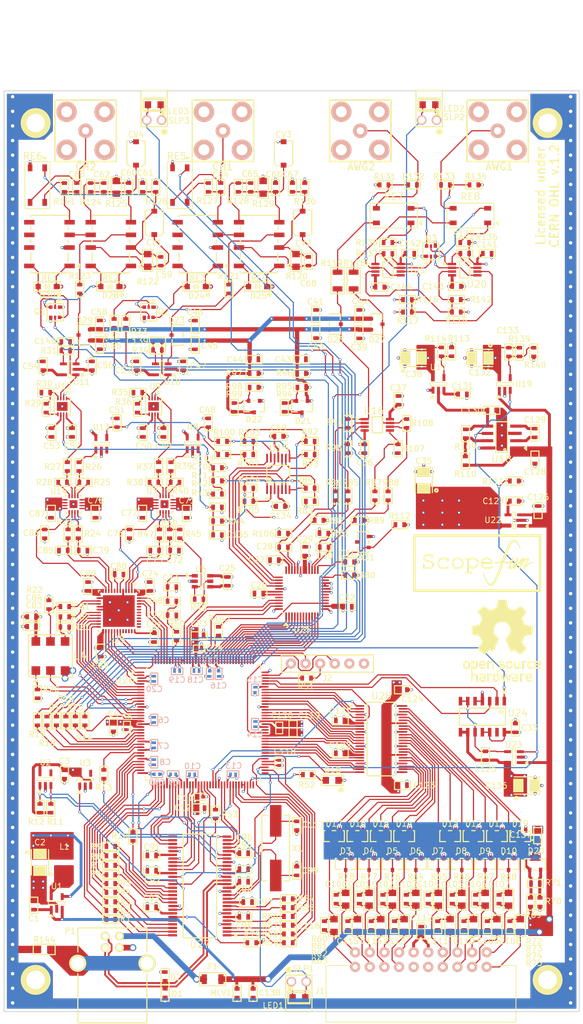
<source format=kicad_pcb>
(kicad_pcb (version 4) (host pcbnew 4.0.4-stable)

  (general
    (links 1139)
    (no_connects 0)
    (area 14.157143 13.916999 125.842858 194.655)
    (thickness 1.6)
    (drawings 7372)
    (tracks 3841)
    (zones 0)
    (modules 522)
    (nets 301)
  )

  (page A4)
  (layers
    (0 F.Cu signal)
    (1 In1.Cu signal)
    (2 In2.Cu signal)
    (31 B.Cu signal)
    (34 B.Paste user)
    (35 F.Paste user)
    (36 B.SilkS user)
    (37 F.SilkS user)
    (38 B.Mask user)
    (39 F.Mask user)
    (44 Edge.Cuts user)
  )

  (setup
    (last_trace_width 0.2)
    (user_trace_width 0.2)
    (user_trace_width 0.25)
    (user_trace_width 0.3)
    (user_trace_width 0.4)
    (user_trace_width 0.5)
    (user_trace_width 0.75)
    (user_trace_width 1)
    (user_trace_width 2.54)
    (trace_clearance 0.15)
    (zone_clearance 0.02)
    (zone_45_only yes)
    (trace_min 0.2)
    (segment_width 0.2)
    (edge_width 0.15)
    (via_size 0.5)
    (via_drill 0.3)
    (via_min_size 0.5)
    (via_min_drill 0.3)
    (user_via 1.2 0.8)
    (uvia_size 0.3)
    (uvia_drill 0.1)
    (uvias_allowed no)
    (uvia_min_size 0.2)
    (uvia_min_drill 0.1)
    (pcb_text_width 0.3)
    (pcb_text_size 1.5 1.5)
    (mod_edge_width 0.15)
    (mod_text_size 1 1)
    (mod_text_width 0.15)
    (pad_size 5.2 5.2)
    (pad_drill 3.2)
    (pad_to_mask_clearance 0.12)
    (solder_mask_min_width 0.1524)
    (aux_axis_origin 20 189.9)
    (grid_origin 20 189.9)
    (visible_elements 7FFEFF7F)
    (pcbplotparams
      (layerselection 0x010f0_80000007)
      (usegerberextensions false)
      (excludeedgelayer true)
      (linewidth 0.100000)
      (plotframeref false)
      (viasonmask false)
      (mode 1)
      (useauxorigin false)
      (hpglpennumber 1)
      (hpglpenspeed 20)
      (hpglpendiameter 15)
      (hpglpenoverlay 2)
      (psnegative false)
      (psa4output false)
      (plotreference true)
      (plotvalue true)
      (plotinvisibletext false)
      (padsonsilk false)
      (subtractmaskfromsilk false)
      (outputformat 1)
      (mirror false)
      (drillshape 0)
      (scaleselection 1)
      (outputdirectory Gerbers/))
  )

  (net 0 "")
  (net 1 "Net-(AWG1-Pad1)")
  (net 2 GND)
  (net 3 "Net-(AWG2-Pad1)")
  (net 4 +VCC_USB_P)
  (net 5 +1V2)
  (net 6 +3V3)
  (net 7 "Net-(C22-Pad1)")
  (net 8 Va)
  (net 9 IOUT2)
  (net 10 ~IOUT2)
  (net 11 ~IOUT1)
  (net 12 IOUT1)
  (net 13 "Net-(C31-Pad1)")
  (net 14 -Va)
  (net 15 +2.88V)
  (net 16 -2.88V)
  (net 17 CH1_OFFSET)
  (net 18 CH2_OFFSET)
  (net 19 "Net-(C59-Pad2)")
  (net 20 "Net-(C59-Pad1)")
  (net 21 "Net-(C60-Pad1)")
  (net 22 "Net-(C62-Pad1)")
  (net 23 "Net-(C63-Pad2)")
  (net 24 "Net-(C63-Pad1)")
  (net 25 "Net-(C64-Pad2)")
  (net 26 "Net-(C64-Pad1)")
  (net 27 "Net-(C65-Pad2)")
  (net 28 "Net-(C65-Pad1)")
  (net 29 "Net-(C67-Pad1)")
  (net 30 "Net-(C68-Pad1)")
  (net 31 CH1_GAIN)
  (net 32 "/ADC, DAC/CH1+")
  (net 33 "Net-(C73-Pad1)")
  (net 34 "/ADC, DAC/CH1-")
  (net 35 CH1_CM)
  (net 36 "/ADC, DAC/CH2+")
  (net 37 "Net-(C81-Pad2)")
  (net 38 "Net-(C81-Pad1)")
  (net 39 "Net-(C82-Pad2)")
  (net 40 "Net-(C82-Pad1)")
  (net 41 "/ADC, DAC/CH2-")
  (net 42 CH2_CM)
  (net 43 "Net-(C88-Pad2)")
  (net 44 "Net-(C99-Pad2)")
  (net 45 A_D15_J19)
  (net 46 D15_J19)
  (net 47 A_D13_J17)
  (net 48 D13_J17)
  (net 49 A_D11_J15)
  (net 50 D11_J15)
  (net 51 A_D9_J13)
  (net 52 D9_J13)
  (net 53 A_D7_J7)
  (net 54 D7_J7)
  (net 55 A_D5_J5)
  (net 56 D5_J5)
  (net 57 A_D3_J3)
  (net 58 D3_J3)
  (net 59 A_D1_J1)
  (net 60 D1_J1)
  (net 61 A_D0_J2)
  (net 62 D0_J2)
  (net 63 A_D2_J4)
  (net 64 D2_J4)
  (net 65 A_D4_J6)
  (net 66 D4_J6)
  (net 67 A_D6_J8)
  (net 68 D6_J8)
  (net 69 +VCC_DIG)
  (net 70 A_D8_J14)
  (net 71 D8_J14)
  (net 72 A_D10_J16)
  (net 73 D10_J16)
  (net 74 A_D12_J18)
  (net 75 D12_J18)
  (net 76 A_D14_J20)
  (net 77 D14_J20)
  (net 78 "Net-(C117-Pad1)")
  (net 79 "Net-(C125-Pad2)")
  (net 80 "Net-(C127-Pad1)")
  (net 81 "Net-(C129-Pad2)")
  (net 82 "Net-(C129-Pad1)")
  (net 83 -5V)
  (net 84 "Net-(C131-Pad1)")
  (net 85 "Net-(C133-Pad2)")
  (net 86 CH2_GAIN)
  (net 87 +3.3V_PD)
  (net 88 "Net-(C139-Pad2)")
  (net 89 "/ANALOG INPUTS/CH1_VGA")
  (net 90 "Net-(C140-Pad2)")
  (net 91 "/ANALOG INPUTS/CH2_VGA")
  (net 92 D+)
  (net 93 "Net-(D18-Pad2)")
  (net 94 "Net-(D20-Pad2)")
  (net 95 "Net-(D21-Pad2)")
  (net 96 "Net-(D22-Pad2)")
  (net 97 "Net-(D23-Pad3)")
  (net 98 RE3)
  (net 99 RE4)
  (net 100 "Net-(D26-Pad3)")
  (net 101 "Net-(D27-Pad3)")
  (net 102 RE2)
  (net 103 "Net-(D29-Pad3)")
  (net 104 RE1)
  (net 105 "Net-(F1-Pad2)")
  (net 106 "Net-(L1-Pad1)")
  (net 107 "Net-(LED1-Pad2)")
  (net 108 "Net-(LED2-Pad2)")
  (net 109 "Net-(LED3-Pad2)")
  (net 110 D-)
  (net 111 "Net-(Q1-Pad2)")
  (net 112 "Net-(Q1-Pad5)")
  (net 113 "Net-(Q2-Pad2)")
  (net 114 "Net-(Q2-Pad5)")
  (net 115 FD12)
  (net 116 "Net-(R1-Pad1)")
  (net 117 FD11)
  (net 118 "Net-(R2-Pad1)")
  (net 119 FD10)
  (net 120 "Net-(R3-Pad1)")
  (net 121 FD9)
  (net 122 "Net-(R4-Pad1)")
  (net 123 FD8)
  (net 124 "Net-(R5-Pad1)")
  (net 125 "Net-(R6-Pad2)")
  (net 126 FLAGD)
  (net 127 "Net-(R7-Pad2)")
  (net 128 PA6/PKTEND)
  (net 129 "Net-(R8-Pad2)")
  (net 130 FIFOADDR1_INIT_B)
  (net 131 "Net-(R9-Pad2)")
  (net 132 FIFOADDR0)
  (net 133 "Net-(R10-Pad2)")
  (net 134 PA3)
  (net 135 LED1)
  (net 136 CH2_K)
  (net 137 CH2_GND)
  (net 138 "Net-(R16-Pad2)")
  (net 139 CH1_DC)
  (net 140 "Net-(R17-Pad2)")
  (net 141 CH2_DC)
  (net 142 LED3)
  (net 143 LED2)
  (net 144 EN_CLK)
  (net 145 "Net-(R23-Pad2)")
  (net 146 "Net-(R24-Pad2)")
  (net 147 "Net-(R25-Pad2)")
  (net 148 "Net-(R25-Pad1)")
  (net 149 "Net-(R26-Pad2)")
  (net 150 "Net-(R27-Pad2)")
  (net 151 "Net-(R27-Pad1)")
  (net 152 "Net-(R28-Pad1)")
  (net 153 "Net-(R29-Pad2)")
  (net 154 "Net-(R29-Pad1)")
  (net 155 CH1_GND)
  (net 156 CH1_K)
  (net 157 "Net-(R35-Pad1)")
  (net 158 "Net-(R36-Pad1)")
  (net 159 "Net-(R37-Pad2)")
  (net 160 "Net-(R37-Pad1)")
  (net 161 "Net-(R38-Pad1)")
  (net 162 "Net-(R39-Pad2)")
  (net 163 "Net-(R39-Pad1)")
  (net 164 "Net-(R40-Pad1)")
  (net 165 "Net-(R41-Pad2)")
  (net 166 "Net-(R104-Pad1)")
  (net 167 "Net-(R45-Pad2)")
  (net 168 "Net-(R45-Pad1)")
  (net 169 "Net-(R47-Pad2)")
  (net 170 AN_TRIG)
  (net 171 AN_TRIG_LEVEL)
  (net 172 "Net-(R51-Pad1)")
  (net 173 "Net-(R52-Pad1)")
  (net 174 IFCLK)
  (net 175 "Net-(R53-Pad1)")
  (net 176 SLWR)
  (net 177 "Net-(R54-Pad1)")
  (net 178 SLRD)
  (net 179 "Net-(R55-Pad1)")
  (net 180 CCLK)
  (net 181 "Net-(R56-Pad1)")
  (net 182 FD15)
  (net 183 "Net-(R57-Pad1)")
  (net 184 FD14)
  (net 185 "Net-(R58-Pad1)")
  (net 186 FD13)
  (net 187 "Net-(R59-Pad1)")
  (net 188 "Net-(R79-Pad2)")
  (net 189 "Net-(R80-Pad2)")
  (net 190 "Net-(R83-Pad1)")
  (net 191 "Net-(R85-Pad1)")
  (net 192 "Net-(R86-Pad1)")
  (net 193 "Net-(R107-Pad1)")
  (net 194 "Net-(R108-Pad2)")
  (net 195 "Net-(R92-Pad1)")
  (net 196 "Net-(R101-Pad2)")
  (net 197 "Net-(R102-Pad2)")
  (net 198 "Net-(R104-Pad2)")
  (net 199 "Net-(R109-Pad1)")
  (net 200 EN_PWR)
  (net 201 "Net-(R113-Pad1)")
  (net 202 V_OV)
  (net 203 V_UV)
  (net 204 "Net-(R118-Pad1)")
  (net 205 "Net-(R119-Pad1)")
  (net 206 "Net-(R121-Pad1)")
  (net 207 "Net-(R123-Pad1)")
  (net 208 "Net-(R127-Pad2)")
  (net 209 "Net-(R131-Pad1)")
  (net 210 "Net-(R133-Pad2)")
  (net 211 "Net-(R135-Pad2)")
  (net 212 "Net-(R141-Pad2)")
  (net 213 "Net-(U27-Pad49)")
  (net 214 RESERVED)
  (net 215 DORB)
  (net 216 DCLKB)
  (net 217 D0B)
  (net 218 D1B)
  (net 219 D2B)
  (net 220 D3B)
  (net 221 D4B)
  (net 222 D5B)
  (net 223 D6B)
  (net 224 D7B)
  (net 225 D8B)
  (net 226 D9B)
  (net 227 SDIN)
  (net 228 SCLK)
  (net 229 ~CS)
  (net 230 CH2_OFFSET_ADJ)
  (net 231 CH2_GAIN_ADJ)
  (net 232 CH1_OFFSET_ADJ)
  (net 233 CH1_GAIN_ADJ)
  (net 234 DPOT_SCK)
  (net 235 DPOT_CS)
  (net 236 DPOT_SI)
  (net 237 DAC_D11)
  (net 238 DAC_D10)
  (net 239 DAC_D9)
  (net 240 DAC_D8)
  (net 241 DAC_D7)
  (net 242 DAC_D6)
  (net 243 DAC_D5)
  (net 244 DAC_D4)
  (net 245 DAC_D3)
  (net 246 DAC_D2)
  (net 247 DAC_D1)
  (net 248 DAC_D0)
  (net 249 DAC_CLK)
  (net 250 DASDIN)
  (net 251 DASCLK)
  (net 252 ~DASYNC)
  (net 253 PROG_B)
  (net 254 FD5)
  (net 255 FD4)
  (net 256 FD3)
  (net 257 FD7)
  (net 258 FLAGA)
  (net 259 FLAGB)
  (net 260 SLOE)
  (net 261 DIR1)
  (net 262 DIR2)
  (net 263 FD2)
  (net 264 FD1)
  (net 265 CTL2_CSI_B)
  (net 266 FD0)
  (net 267 SUSPEND)
  (net 268 B_D14_J20)
  (net 269 B_D15_J19)
  (net 270 B_D12_J18)
  (net 271 B_D13_J17)
  (net 272 B_D10_J16)
  (net 273 B_D11_J15)
  (net 274 B_D8_J14)
  (net 275 B_D9_J13)
  (net 276 B_D7_J7)
  (net 277 B_D6_J8)
  (net 278 B_D5_J5)
  (net 279 B_D4_J6)
  (net 280 B_D2_J4)
  (net 281 B_D1_J1)
  (net 282 B_D0_J2)
  (net 283 B_D3_J3)
  (net 284 FD6)
  (net 285 "Net-(J2-Pad3)")
  (net 286 "Net-(J2-Pad4)")
  (net 287 "Net-(J2-Pad5)")
  (net 288 "Net-(J2-Pad6)")
  (net 289 "Net-(R100-Pad2)")
  (net 290 "Net-(RE1-Pad3)")
  (net 291 "Net-(RE3-Pad3)")
  (net 292 "Net-(R11-Pad2)")
  (net 293 "Net-(R12-Pad2)")
  (net 294 "Net-(R143-Pad1)")
  (net 295 AWG2_PROT)
  (net 296 AWG1_PROT)
  (net 297 "Net-(R138-Pad1)")
  (net 298 AWG2_PROTECT)
  (net 299 AWG1_PROTECT)
  (net 300 "Net-(P1-Pad5)")

  (net_class Default "This is the default net class."
    (clearance 0.15)
    (trace_width 0.2)
    (via_dia 0.5)
    (via_drill 0.3)
    (uvia_dia 0.3)
    (uvia_drill 0.1)
    (add_net +1V2)
    (add_net +2.88V)
    (add_net +3.3V_PD)
    (add_net +3V3)
    (add_net +VCC_DIG)
    (add_net +VCC_USB_P)
    (add_net -2.88V)
    (add_net -5V)
    (add_net -Va)
    (add_net "/ADC, DAC/CH1+")
    (add_net "/ADC, DAC/CH1-")
    (add_net "/ADC, DAC/CH2+")
    (add_net "/ADC, DAC/CH2-")
    (add_net "/ANALOG INPUTS/CH1_VGA")
    (add_net "/ANALOG INPUTS/CH2_VGA")
    (add_net AN_TRIG)
    (add_net AN_TRIG_LEVEL)
    (add_net AWG1_PROT)
    (add_net AWG1_PROTECT)
    (add_net AWG2_PROT)
    (add_net AWG2_PROTECT)
    (add_net A_D0_J2)
    (add_net A_D10_J16)
    (add_net A_D11_J15)
    (add_net A_D12_J18)
    (add_net A_D13_J17)
    (add_net A_D14_J20)
    (add_net A_D15_J19)
    (add_net A_D1_J1)
    (add_net A_D2_J4)
    (add_net A_D3_J3)
    (add_net A_D4_J6)
    (add_net A_D5_J5)
    (add_net A_D6_J8)
    (add_net A_D7_J7)
    (add_net A_D8_J14)
    (add_net A_D9_J13)
    (add_net B_D0_J2)
    (add_net B_D10_J16)
    (add_net B_D11_J15)
    (add_net B_D12_J18)
    (add_net B_D13_J17)
    (add_net B_D14_J20)
    (add_net B_D15_J19)
    (add_net B_D1_J1)
    (add_net B_D2_J4)
    (add_net B_D3_J3)
    (add_net B_D4_J6)
    (add_net B_D5_J5)
    (add_net B_D6_J8)
    (add_net B_D7_J7)
    (add_net B_D8_J14)
    (add_net B_D9_J13)
    (add_net CCLK)
    (add_net CH1_CM)
    (add_net CH1_DC)
    (add_net CH1_GAIN)
    (add_net CH1_GAIN_ADJ)
    (add_net CH1_GND)
    (add_net CH1_K)
    (add_net CH1_OFFSET)
    (add_net CH1_OFFSET_ADJ)
    (add_net CH2_CM)
    (add_net CH2_DC)
    (add_net CH2_GAIN)
    (add_net CH2_GAIN_ADJ)
    (add_net CH2_GND)
    (add_net CH2_K)
    (add_net CH2_OFFSET)
    (add_net CH2_OFFSET_ADJ)
    (add_net CTL2_CSI_B)
    (add_net D+)
    (add_net D-)
    (add_net D0B)
    (add_net D0_J2)
    (add_net D10_J16)
    (add_net D11_J15)
    (add_net D12_J18)
    (add_net D13_J17)
    (add_net D14_J20)
    (add_net D15_J19)
    (add_net D1B)
    (add_net D1_J1)
    (add_net D2B)
    (add_net D2_J4)
    (add_net D3B)
    (add_net D3_J3)
    (add_net D4B)
    (add_net D4_J6)
    (add_net D5B)
    (add_net D5_J5)
    (add_net D6B)
    (add_net D6_J8)
    (add_net D7B)
    (add_net D7_J7)
    (add_net D8B)
    (add_net D8_J14)
    (add_net D9B)
    (add_net D9_J13)
    (add_net DAC_CLK)
    (add_net DAC_D0)
    (add_net DAC_D1)
    (add_net DAC_D10)
    (add_net DAC_D11)
    (add_net DAC_D2)
    (add_net DAC_D3)
    (add_net DAC_D4)
    (add_net DAC_D5)
    (add_net DAC_D6)
    (add_net DAC_D7)
    (add_net DAC_D8)
    (add_net DAC_D9)
    (add_net DASCLK)
    (add_net DASDIN)
    (add_net DCLKB)
    (add_net DIR1)
    (add_net DIR2)
    (add_net DORB)
    (add_net DPOT_CS)
    (add_net DPOT_SCK)
    (add_net DPOT_SI)
    (add_net EN_CLK)
    (add_net EN_PWR)
    (add_net FD0)
    (add_net FD1)
    (add_net FD10)
    (add_net FD11)
    (add_net FD12)
    (add_net FD13)
    (add_net FD14)
    (add_net FD15)
    (add_net FD2)
    (add_net FD3)
    (add_net FD4)
    (add_net FD5)
    (add_net FD6)
    (add_net FD7)
    (add_net FD8)
    (add_net FD9)
    (add_net FIFOADDR0)
    (add_net FIFOADDR1_INIT_B)
    (add_net FLAGA)
    (add_net FLAGB)
    (add_net FLAGD)
    (add_net IFCLK)
    (add_net IOUT1)
    (add_net IOUT2)
    (add_net LED1)
    (add_net LED2)
    (add_net LED3)
    (add_net "Net-(AWG1-Pad1)")
    (add_net "Net-(AWG2-Pad1)")
    (add_net "Net-(C117-Pad1)")
    (add_net "Net-(C125-Pad2)")
    (add_net "Net-(C127-Pad1)")
    (add_net "Net-(C129-Pad1)")
    (add_net "Net-(C129-Pad2)")
    (add_net "Net-(C131-Pad1)")
    (add_net "Net-(C133-Pad2)")
    (add_net "Net-(C139-Pad2)")
    (add_net "Net-(C140-Pad2)")
    (add_net "Net-(C22-Pad1)")
    (add_net "Net-(C31-Pad1)")
    (add_net "Net-(C59-Pad1)")
    (add_net "Net-(C59-Pad2)")
    (add_net "Net-(C60-Pad1)")
    (add_net "Net-(C62-Pad1)")
    (add_net "Net-(C63-Pad1)")
    (add_net "Net-(C63-Pad2)")
    (add_net "Net-(C64-Pad1)")
    (add_net "Net-(C64-Pad2)")
    (add_net "Net-(C65-Pad1)")
    (add_net "Net-(C65-Pad2)")
    (add_net "Net-(C67-Pad1)")
    (add_net "Net-(C68-Pad1)")
    (add_net "Net-(C73-Pad1)")
    (add_net "Net-(C81-Pad1)")
    (add_net "Net-(C81-Pad2)")
    (add_net "Net-(C82-Pad1)")
    (add_net "Net-(C82-Pad2)")
    (add_net "Net-(C88-Pad2)")
    (add_net "Net-(C99-Pad2)")
    (add_net "Net-(D18-Pad2)")
    (add_net "Net-(D20-Pad2)")
    (add_net "Net-(D21-Pad2)")
    (add_net "Net-(D22-Pad2)")
    (add_net "Net-(D23-Pad3)")
    (add_net "Net-(D26-Pad3)")
    (add_net "Net-(D27-Pad3)")
    (add_net "Net-(D29-Pad3)")
    (add_net "Net-(F1-Pad2)")
    (add_net "Net-(J2-Pad3)")
    (add_net "Net-(J2-Pad4)")
    (add_net "Net-(J2-Pad5)")
    (add_net "Net-(J2-Pad6)")
    (add_net "Net-(L1-Pad1)")
    (add_net "Net-(LED1-Pad2)")
    (add_net "Net-(LED2-Pad2)")
    (add_net "Net-(LED3-Pad2)")
    (add_net "Net-(P1-Pad5)")
    (add_net "Net-(Q1-Pad2)")
    (add_net "Net-(Q1-Pad5)")
    (add_net "Net-(Q2-Pad2)")
    (add_net "Net-(Q2-Pad5)")
    (add_net "Net-(R1-Pad1)")
    (add_net "Net-(R10-Pad2)")
    (add_net "Net-(R100-Pad2)")
    (add_net "Net-(R101-Pad2)")
    (add_net "Net-(R102-Pad2)")
    (add_net "Net-(R104-Pad1)")
    (add_net "Net-(R104-Pad2)")
    (add_net "Net-(R107-Pad1)")
    (add_net "Net-(R108-Pad2)")
    (add_net "Net-(R109-Pad1)")
    (add_net "Net-(R11-Pad2)")
    (add_net "Net-(R113-Pad1)")
    (add_net "Net-(R118-Pad1)")
    (add_net "Net-(R119-Pad1)")
    (add_net "Net-(R12-Pad2)")
    (add_net "Net-(R121-Pad1)")
    (add_net "Net-(R123-Pad1)")
    (add_net "Net-(R127-Pad2)")
    (add_net "Net-(R131-Pad1)")
    (add_net "Net-(R133-Pad2)")
    (add_net "Net-(R135-Pad2)")
    (add_net "Net-(R138-Pad1)")
    (add_net "Net-(R141-Pad2)")
    (add_net "Net-(R143-Pad1)")
    (add_net "Net-(R16-Pad2)")
    (add_net "Net-(R17-Pad2)")
    (add_net "Net-(R2-Pad1)")
    (add_net "Net-(R23-Pad2)")
    (add_net "Net-(R24-Pad2)")
    (add_net "Net-(R25-Pad1)")
    (add_net "Net-(R25-Pad2)")
    (add_net "Net-(R26-Pad2)")
    (add_net "Net-(R27-Pad1)")
    (add_net "Net-(R27-Pad2)")
    (add_net "Net-(R28-Pad1)")
    (add_net "Net-(R29-Pad1)")
    (add_net "Net-(R29-Pad2)")
    (add_net "Net-(R3-Pad1)")
    (add_net "Net-(R35-Pad1)")
    (add_net "Net-(R36-Pad1)")
    (add_net "Net-(R37-Pad1)")
    (add_net "Net-(R37-Pad2)")
    (add_net "Net-(R38-Pad1)")
    (add_net "Net-(R39-Pad1)")
    (add_net "Net-(R39-Pad2)")
    (add_net "Net-(R4-Pad1)")
    (add_net "Net-(R40-Pad1)")
    (add_net "Net-(R41-Pad2)")
    (add_net "Net-(R45-Pad1)")
    (add_net "Net-(R45-Pad2)")
    (add_net "Net-(R47-Pad2)")
    (add_net "Net-(R5-Pad1)")
    (add_net "Net-(R51-Pad1)")
    (add_net "Net-(R52-Pad1)")
    (add_net "Net-(R53-Pad1)")
    (add_net "Net-(R54-Pad1)")
    (add_net "Net-(R55-Pad1)")
    (add_net "Net-(R56-Pad1)")
    (add_net "Net-(R57-Pad1)")
    (add_net "Net-(R58-Pad1)")
    (add_net "Net-(R59-Pad1)")
    (add_net "Net-(R6-Pad2)")
    (add_net "Net-(R7-Pad2)")
    (add_net "Net-(R79-Pad2)")
    (add_net "Net-(R8-Pad2)")
    (add_net "Net-(R80-Pad2)")
    (add_net "Net-(R83-Pad1)")
    (add_net "Net-(R85-Pad1)")
    (add_net "Net-(R86-Pad1)")
    (add_net "Net-(R9-Pad2)")
    (add_net "Net-(R92-Pad1)")
    (add_net "Net-(RE1-Pad3)")
    (add_net "Net-(RE3-Pad3)")
    (add_net "Net-(U27-Pad49)")
    (add_net PA3)
    (add_net PA6/PKTEND)
    (add_net PROG_B)
    (add_net RE1)
    (add_net RE2)
    (add_net RE3)
    (add_net RE4)
    (add_net RESERVED)
    (add_net SCLK)
    (add_net SDIN)
    (add_net SLOE)
    (add_net SLRD)
    (add_net SLWR)
    (add_net SUSPEND)
    (add_net V_OV)
    (add_net V_UV)
    (add_net Va)
    (add_net ~CS)
    (add_net ~DASYNC)
    (add_net ~IOUT1)
    (add_net ~IOUT2)
  )

  (net_class Power ""
    (clearance 0.2)
    (trace_width 0.5)
    (via_dia 0.5)
    (via_drill 0.3)
    (uvia_dia 0.3)
    (uvia_drill 0.1)
    (add_net GND)
  )

  (module ScopefunPackagesLibrary:VIA-0.8mm-0.6mm (layer F.Cu) (tedit 572B9A41) (tstamp 573870A1)
    (at 118.5 188.4)
    (fp_text reference REF**1112210 (at 0 0.635) (layer F.SilkS) hide
      (effects (font (size 0.2 0.2) (thickness 0.05)))
    )
    (fp_text value VIA-0.8-0.6mm (at 0 -1.143) (layer F.Fab) hide
      (effects (font (size 0.5 0.5) (thickness 0.125)))
    )
    (pad 1 thru_hole circle (at 0 0) (size 0.8 0.8) (drill 0.6) (layers *.Cu)
      (net 2 GND) (zone_connect 2))
  )

  (module ScopefunPackagesLibrary:VIA-0.8mm-0.6mm (layer F.Cu) (tedit 572B9A41) (tstamp 5738709D)
    (at 118.5 185.86)
    (fp_text reference REF**111229 (at 0 0.635) (layer F.SilkS) hide
      (effects (font (size 0.2 0.2) (thickness 0.05)))
    )
    (fp_text value VIA-0.8-0.6mm (at 0 -1.143) (layer F.Fab) hide
      (effects (font (size 0.5 0.5) (thickness 0.125)))
    )
    (pad 1 thru_hole circle (at 0 0) (size 0.8 0.8) (drill 0.6) (layers *.Cu)
      (net 2 GND) (zone_connect 2))
  )

  (module ScopefunPackagesLibrary:VIA-0.8mm-0.6mm (layer F.Cu) (tedit 572B9A41) (tstamp 57387099)
    (at 118.5 183.32)
    (fp_text reference REF**111228 (at 0 0.635) (layer F.SilkS) hide
      (effects (font (size 0.2 0.2) (thickness 0.05)))
    )
    (fp_text value VIA-0.8-0.6mm (at 0 -1.143) (layer F.Fab) hide
      (effects (font (size 0.5 0.5) (thickness 0.125)))
    )
    (pad 1 thru_hole circle (at 0 0) (size 0.8 0.8) (drill 0.6) (layers *.Cu)
      (net 2 GND) (zone_connect 2))
  )

  (module ScopefunPackagesLibrary:VIA-0.8mm-0.6mm (layer F.Cu) (tedit 572B9A41) (tstamp 57387095)
    (at 118.5 180.78)
    (fp_text reference REF**111227 (at 0 0.635) (layer F.SilkS) hide
      (effects (font (size 0.2 0.2) (thickness 0.05)))
    )
    (fp_text value VIA-0.8-0.6mm (at 0 -1.143) (layer F.Fab) hide
      (effects (font (size 0.5 0.5) (thickness 0.125)))
    )
    (pad 1 thru_hole circle (at 0 0) (size 0.8 0.8) (drill 0.6) (layers *.Cu)
      (net 2 GND) (zone_connect 2))
  )

  (module ScopefunPackagesLibrary:VIA-0.8mm-0.6mm (layer F.Cu) (tedit 572B9A41) (tstamp 57387091)
    (at 118.5 178.24)
    (fp_text reference REF**111226 (at 0 0.635) (layer F.SilkS) hide
      (effects (font (size 0.2 0.2) (thickness 0.05)))
    )
    (fp_text value VIA-0.8-0.6mm (at 0 -1.143) (layer F.Fab) hide
      (effects (font (size 0.5 0.5) (thickness 0.125)))
    )
    (pad 1 thru_hole circle (at 0 0) (size 0.8 0.8) (drill 0.6) (layers *.Cu)
      (net 2 GND) (zone_connect 2))
  )

  (module ScopefunPackagesLibrary:VIA-0.8mm-0.6mm (layer F.Cu) (tedit 572B9A41) (tstamp 5738708D)
    (at 118.5 175.7)
    (fp_text reference REF**111225 (at 0 0.635) (layer F.SilkS) hide
      (effects (font (size 0.2 0.2) (thickness 0.05)))
    )
    (fp_text value VIA-0.8-0.6mm (at 0 -1.143) (layer F.Fab) hide
      (effects (font (size 0.5 0.5) (thickness 0.125)))
    )
    (pad 1 thru_hole circle (at 0 0) (size 0.8 0.8) (drill 0.6) (layers *.Cu)
      (net 2 GND) (zone_connect 2))
  )

  (module ScopefunPackagesLibrary:VIA-0.8mm-0.6mm (layer F.Cu) (tedit 572B9A41) (tstamp 57387089)
    (at 118.5 173.16)
    (fp_text reference REF**111224 (at 0 0.635) (layer F.SilkS) hide
      (effects (font (size 0.2 0.2) (thickness 0.05)))
    )
    (fp_text value VIA-0.8-0.6mm (at 0 -1.143) (layer F.Fab) hide
      (effects (font (size 0.5 0.5) (thickness 0.125)))
    )
    (pad 1 thru_hole circle (at 0 0) (size 0.8 0.8) (drill 0.6) (layers *.Cu)
      (net 2 GND) (zone_connect 2))
  )

  (module ScopefunPackagesLibrary:VIA-0.8mm-0.6mm (layer F.Cu) (tedit 572B9A41) (tstamp 57387085)
    (at 118.5 170.62)
    (fp_text reference REF**111223 (at 0 0.635) (layer F.SilkS) hide
      (effects (font (size 0.2 0.2) (thickness 0.05)))
    )
    (fp_text value VIA-0.8-0.6mm (at 0 -1.143) (layer F.Fab) hide
      (effects (font (size 0.5 0.5) (thickness 0.125)))
    )
    (pad 1 thru_hole circle (at 0 0) (size 0.8 0.8) (drill 0.6) (layers *.Cu)
      (net 2 GND) (zone_connect 2))
  )

  (module ScopefunPackagesLibrary:VIA-0.8mm-0.6mm (layer F.Cu) (tedit 572B9A41) (tstamp 57387081)
    (at 118.5 168.08)
    (fp_text reference REF**111222 (at 0 0.635) (layer F.SilkS) hide
      (effects (font (size 0.2 0.2) (thickness 0.05)))
    )
    (fp_text value VIA-0.8-0.6mm (at 0 -1.143) (layer F.Fab) hide
      (effects (font (size 0.5 0.5) (thickness 0.125)))
    )
    (pad 1 thru_hole circle (at 0 0) (size 0.8 0.8) (drill 0.6) (layers *.Cu)
      (net 2 GND) (zone_connect 2))
  )

  (module ScopefunPackagesLibrary:VIA-0.8mm-0.6mm (layer F.Cu) (tedit 572B9A41) (tstamp 573815B0)
    (at 21.5 188.4)
    (fp_text reference REF**11 (at 0 0.635) (layer F.SilkS) hide
      (effects (font (size 0.2 0.2) (thickness 0.05)))
    )
    (fp_text value VIA-0.8-0.6mm (at 0 -1.143) (layer F.Fab) hide
      (effects (font (size 0.5 0.5) (thickness 0.125)))
    )
    (pad 1 thru_hole circle (at 0 0) (size 0.8 0.8) (drill 0.6) (layers *.Cu)
      (net 2 GND) (zone_connect 2))
  )

  (module ScopefunPackagesLibrary:VIA-0.8mm-0.6mm (layer F.Cu) (tedit 572B9A41) (tstamp 5738096B)
    (at 21.5 163)
    (fp_text reference REF**111 (at 0 0.635) (layer F.SilkS) hide
      (effects (font (size 0.2 0.2) (thickness 0.05)))
    )
    (fp_text value VIA-0.8-0.6mm (at 0 -1.143) (layer F.Fab) hide
      (effects (font (size 0.5 0.5) (thickness 0.125)))
    )
    (pad 1 thru_hole circle (at 0 0) (size 0.8 0.8) (drill 0.6) (layers *.Cu)
      (net 2 GND) (zone_connect 2))
  )

  (module ScopefunPackagesLibrary:R_0603 (layer F.Cu) (tedit 56FD7D95) (tstamp 57074A13)
    (at 88.8 105.3 270)
    (descr "Resistor SMD 0603, reflow soldering, Vishay (see dcrcw.pdf)")
    (tags "resistor 0603")
    (path /56921513/56939158)
    (attr smd)
    (fp_text reference R112 (at -1.507834 0.02155 360) (layer F.SilkS)
      (effects (font (size 1 1) (thickness 0.15)))
    )
    (fp_text value R_47k (at 0 2.413 270) (layer F.Fab)
      (effects (font (size 1 1) (thickness 0.15)))
    )
    (fp_line (start 0.7 1.4) (end -0.7 1.4) (layer F.SilkS) (width 0.2032))
    (fp_line (start -0.7 1.4) (end -0.7 -1.4) (layer F.SilkS) (width 0.2032))
    (fp_line (start -0.7 -1.4) (end 0.7 -1.4) (layer F.SilkS) (width 0.2032))
    (fp_line (start 0.7 -1.4) (end 0.7 1.4) (layer F.SilkS) (width 0.2032))
    (pad 2 smd rect (at 0 0.762 180) (size 0.635 0.889) (layers F.Cu F.Paste F.Mask)
      (net 13 "Net-(C31-Pad1)"))
    (pad 1 smd rect (at 0 -0.762 180) (size 0.635 0.889) (layers F.Cu F.Paste F.Mask)
      (net 6 +3V3))
    (model ${KIPRJMOD}/ScopefunPackages3D/R_0603.wrl
      (at (xyz 0 0 0))
      (scale (xyz 0.393701 0.393701 0.393701))
      (rotate (xyz 0 0 0))
    )
  )

  (module ScopefunPackagesLibrary:C_0603 (layer F.Cu) (tedit 56FD82E3) (tstamp 56FDAF92)
    (at 103.693 145.45 180)
    (descr "Resistor SMD 0603, reflow soldering, Vishay (see dcrcw.pdf)")
    (tags "resistor 0603")
    (path /56A5A071/56A673C3)
    (attr smd)
    (fp_text reference C125 (at 0 -2.286 180) (layer F.SilkS)
      (effects (font (size 1 1) (thickness 0.15)))
    )
    (fp_text value C_10n (at 0 2.413 180) (layer F.Fab)
      (effects (font (size 1 1) (thickness 0.15)))
    )
    (fp_line (start 0.7 1.4) (end -0.7 1.4) (layer F.SilkS) (width 0.2032))
    (fp_line (start -0.7 1.4) (end -0.7 -1.4) (layer F.SilkS) (width 0.2032))
    (fp_line (start -0.7 -1.4) (end 0.7 -1.4) (layer F.SilkS) (width 0.2032))
    (fp_line (start 0.7 -1.4) (end 0.7 1.4) (layer F.SilkS) (width 0.2032))
    (pad 2 smd rect (at 0 0.762 90) (size 0.635 0.889) (layers F.Cu F.Paste F.Mask)
      (net 79 "Net-(C125-Pad2)"))
    (pad 1 smd rect (at 0 -0.762 90) (size 0.635 0.889) (layers F.Cu F.Paste F.Mask)
      (net 69 +VCC_DIG))
    (model ${KIPRJMOD}/ScopefunPackages3D/C_0603.wrl
      (at (xyz 0 0 0))
      (scale (xyz 0.393701 0.393701 0.393701))
      (rotate (xyz 0 0 0))
    )
  )

  (module ScopefunPackagesLibrary:USB_B (layer F.Cu) (tedit 5717ED53) (tstamp 56B53FA3)
    (at 38.8342 183.3 270)
    (descr "USB B connector")
    (tags "USB_B USB_DEV")
    (path /56954A3D/5695F426)
    (fp_text reference P1 (at -7.4 7.3342 540) (layer F.SilkS)
      (effects (font (size 1 1) (thickness 0.15)))
    )
    (fp_text value USB_B (at -0.5 9.25 450) (layer F.Fab)
      (effects (font (size 1 1) (thickness 0.15)))
    )
    (fp_line (start 0 -6) (end 8.5635 -6) (layer F.SilkS) (width 0.2032))
    (fp_line (start 8.5635 -6) (end 8.5635 6) (layer F.SilkS) (width 0.2032))
    (fp_line (start 8.5635 6) (end 0 6) (layer F.SilkS) (width 0.2032))
    (fp_line (start -3.75 6) (end -7.9285 6) (layer F.SilkS) (width 0.2032))
    (fp_line (start -3.75 -6) (end -7.9285 -6) (layer F.SilkS) (width 0.2032))
    (fp_line (start -7.9285 6) (end -7.9285 -6) (layer F.SilkS) (width 0.2032))
    (fp_line (start 8.75 7.65) (end -8.8 7.65) (layer F.CrtYd) (width 0.05))
    (fp_line (start -8.8 7.65) (end -8.8 -7.6) (layer F.CrtYd) (width 0.05))
    (fp_line (start -8.8 -7.6) (end 8.75 -7.6) (layer F.CrtYd) (width 0.05))
    (fp_line (start 8.75 -7.6) (end 8.75 7.65) (layer F.CrtYd) (width 0.05))
    (pad 2 thru_hole circle (at -6.5 1.25 180) (size 1.524 1.524) (drill 0.92) (layers *.Cu *.Mask F.SilkS)
      (net 110 D-))
    (pad 1 thru_hole circle (at -6.5 -1.25 180) (size 1.524 1.524) (drill 0.92) (layers *.Cu *.Mask F.SilkS)
      (net 105 "Net-(F1-Pad2)"))
    (pad 4 thru_hole circle (at -4.50102 -1.25 180) (size 1.524 1.524) (drill 0.92) (layers *.Cu *.Mask F.SilkS)
      (net 2 GND))
    (pad 3 thru_hole circle (at -4.50102 1.25 180) (size 1.524 1.524) (drill 0.92) (layers *.Cu *.Mask F.SilkS)
      (net 92 D+))
    (pad 5 thru_hole circle (at -1.79 6.02 180) (size 3 3) (drill 2.3) (layers *.Cu *.Mask F.SilkS)
      (net 300 "Net-(P1-Pad5)"))
    (pad 5 thru_hole circle (at -1.79 -6.02 180) (size 3 3) (drill 2.3) (layers *.Cu *.Mask F.SilkS)
      (net 300 "Net-(P1-Pad5)"))
    (model ${KIPRJMOD}/ScopefunPackages3D/USB_B.wrl
      (at (xyz 0 0 0))
      (scale (xyz 0.3937 0.3937 0.3937))
      (rotate (xyz 0 0 0))
    )
  )

  (module ScopefunPackagesLibrary:QFN48_EP (layer F.Cu) (tedit 572B9249) (tstamp 5709D601)
    (at 39.959674 120.305415 270)
    (path /56921513/5692155B)
    (fp_text reference U5 (at 4.951585 0.020674 360) (layer F.SilkS)
      (effects (font (size 1.2 1.2) (thickness 0.15)))
    )
    (fp_text value MAX19516 (at 0 5.2 270) (layer F.Fab)
      (effects (font (size 1.2 1.2) (thickness 0.15)))
    )
    (fp_line (start 3.2385 -3.556) (end 3.556 -3.556) (layer F.SilkS) (width 0.2032))
    (fp_line (start 3.556 -3.556) (end 3.556 -3.2385) (layer F.SilkS) (width 0.2032))
    (fp_line (start 3.556 3.2385) (end 3.556 3.556) (layer F.SilkS) (width 0.2032))
    (fp_line (start 3.556 3.556) (end 3.2385 3.556) (layer F.SilkS) (width 0.2032))
    (fp_line (start -3.556 3.2385) (end -3.556 3.556) (layer F.SilkS) (width 0.2032))
    (fp_line (start -3.556 3.556) (end -3.2385 3.556) (layer F.SilkS) (width 0.2032))
    (fp_line (start -3.556 -3.2385) (end -3.556 -3.556) (layer F.SilkS) (width 0.2032))
    (fp_line (start -3.556 -3.556) (end -3.2385 -3.556) (layer F.SilkS) (width 0.2032))
    (fp_line (start -4.445 -2.794) (end -4.826 -3.175) (layer F.SilkS) (width 0.2032))
    (fp_line (start -4.826 -3.175) (end -4.826 -2.413) (layer F.SilkS) (width 0.2032))
    (fp_line (start -4.826 -2.413) (end -4.445 -2.794) (layer F.SilkS) (width 0.2032))
    (fp_line (start -4.445 -2.794) (end -4.699 -2.921) (layer F.SilkS) (width 0.2032))
    (fp_line (start -4.699 -2.921) (end -4.699 -2.667) (layer F.SilkS) (width 0.2032))
    (fp_line (start -4.4 -4.4) (end 4.4 -4.4) (layer F.CrtYd) (width 0.15))
    (fp_line (start 4.4 -4.4) (end 4.4 4.4) (layer F.CrtYd) (width 0.15))
    (fp_line (start 4.4 4.4) (end -4.4 4.4) (layer F.CrtYd) (width 0.15))
    (fp_line (start -4.4 4.4) (end -4.4 -4.4) (layer F.CrtYd) (width 0.15))
    (pad 1 smd oval (at -3.5 -2.75) (size 0.2794 0.762) (layers F.Cu F.Paste F.Mask)
      (net 6 +3V3))
    (pad 2 smd oval (at -3.5 -2.25) (size 0.2794 0.762) (layers F.Cu F.Paste F.Mask)
      (net 35 CH1_CM))
    (pad 3 smd oval (at -3.5 -1.75) (size 0.2794 0.762) (layers F.Cu F.Paste F.Mask)
      (net 32 "/ADC, DAC/CH1+"))
    (pad 4 smd oval (at -3.5 -1.25) (size 0.2794 0.762) (layers F.Cu F.Paste F.Mask)
      (net 34 "/ADC, DAC/CH1-"))
    (pad 5 smd oval (at -3.5 -0.75) (size 0.2794 0.762) (layers F.Cu F.Paste F.Mask)
      (net 2 GND))
    (pad 6 smd oval (at -3.5 -0.25) (size 0.2794 0.762) (layers F.Cu F.Paste F.Mask)
      (net 43 "Net-(C88-Pad2)"))
    (pad 7 smd oval (at -3.5 0.25) (size 0.2794 0.762) (layers F.Cu F.Paste F.Mask)
      (net 2 GND))
    (pad 8 smd oval (at -3.5 0.75) (size 0.2794 0.762) (layers F.Cu F.Paste F.Mask))
    (pad 9 smd oval (at -3.5 1.25) (size 0.2794 0.762) (layers F.Cu F.Paste F.Mask)
      (net 36 "/ADC, DAC/CH2+"))
    (pad 10 smd oval (at -3.5 1.75) (size 0.2794 0.762) (layers F.Cu F.Paste F.Mask)
      (net 41 "/ADC, DAC/CH2-"))
    (pad 11 smd oval (at -3.5 2.25) (size 0.2794 0.762) (layers F.Cu F.Paste F.Mask)
      (net 42 CH2_CM))
    (pad 12 smd oval (at -3.5 2.75) (size 0.2794 0.762) (layers F.Cu F.Paste F.Mask)
      (net 6 +3V3))
    (pad 13 smd oval (at -2.75 3.5 270) (size 0.2794 0.762) (layers F.Cu F.Paste F.Mask)
      (net 6 +3V3))
    (pad 14 smd oval (at -2.25 3.5 270) (size 0.2794 0.762) (layers F.Cu F.Paste F.Mask)
      (net 2 GND))
    (pad 15 smd oval (at -1.75 3.5 270) (size 0.2794 0.762) (layers F.Cu F.Paste F.Mask)
      (net 38 "Net-(C81-Pad1)"))
    (pad 16 smd oval (at -1.25 3.5 270) (size 0.2794 0.762) (layers F.Cu F.Paste F.Mask)
      (net 40 "Net-(C82-Pad1)"))
    (pad 17 smd oval (at -0.75 3.5 270) (size 0.2794 0.762) (layers F.Cu F.Paste F.Mask)
      (net 2 GND))
    (pad 18 smd oval (at -0.25 3.5 270) (size 0.2794 0.762) (layers F.Cu F.Paste F.Mask)
      (net 2 GND))
    (pad 19 smd oval (at 0.25 3.5 270) (size 0.2794 0.762) (layers F.Cu F.Paste F.Mask)
      (net 215 DORB))
    (pad 20 smd oval (at 0.75 3.5 270) (size 0.2794 0.762) (layers F.Cu F.Paste F.Mask)
      (net 216 DCLKB))
    (pad 21 smd oval (at 1.25 3.5 270) (size 0.2794 0.762) (layers F.Cu F.Paste F.Mask)
      (net 217 D0B))
    (pad 22 smd oval (at 1.75 3.5 270) (size 0.2794 0.762) (layers F.Cu F.Paste F.Mask)
      (net 218 D1B))
    (pad 23 smd oval (at 2.25 3.5 270) (size 0.2794 0.762) (layers F.Cu F.Paste F.Mask)
      (net 219 D2B))
    (pad 24 smd oval (at 2.75 3.5 270) (size 0.2794 0.762) (layers F.Cu F.Paste F.Mask)
      (net 220 D3B))
    (pad 25 smd oval (at 3.5 2.75) (size 0.2794 0.762) (layers F.Cu F.Paste F.Mask)
      (net 6 +3V3))
    (pad 26 smd oval (at 3.5 2.25) (size 0.2794 0.762) (layers F.Cu F.Paste F.Mask)
      (net 221 D4B))
    (pad 27 smd oval (at 3.5 1.75) (size 0.2794 0.762) (layers F.Cu F.Paste F.Mask)
      (net 222 D5B))
    (pad 28 smd oval (at 3.5 1.25) (size 0.2794 0.762) (layers F.Cu F.Paste F.Mask)
      (net 223 D6B))
    (pad 29 smd oval (at 3.5 0.75) (size 0.2794 0.762) (layers F.Cu F.Paste F.Mask)
      (net 224 D7B))
    (pad 30 smd oval (at 3.5 0.25) (size 0.2794 0.762) (layers F.Cu F.Paste F.Mask)
      (net 225 D8B))
    (pad 31 smd oval (at 3.5 -0.25) (size 0.2794 0.762) (layers F.Cu F.Paste F.Mask)
      (net 226 D9B))
    (pad 32 smd oval (at 3.5 -0.75) (size 0.2794 0.762) (layers F.Cu F.Paste F.Mask))
    (pad 33 smd oval (at 3.5 -1.25) (size 0.2794 0.762) (layers F.Cu F.Paste F.Mask))
    (pad 34 smd oval (at 3.5 -1.75) (size 0.2794 0.762) (layers F.Cu F.Paste F.Mask))
    (pad 35 smd oval (at 3.5 -2.25) (size 0.2794 0.762) (layers F.Cu F.Paste F.Mask))
    (pad 36 smd oval (at 3.5 -2.75) (size 0.2794 0.762) (layers F.Cu F.Paste F.Mask)
      (net 6 +3V3))
    (pad 37 smd oval (at 2.75 -3.5 270) (size 0.2794 0.762) (layers F.Cu F.Paste F.Mask))
    (pad 38 smd oval (at 2.25 -3.5 270) (size 0.2794 0.762) (layers F.Cu F.Paste F.Mask))
    (pad 39 smd oval (at 1.75 -3.5 270) (size 0.2794 0.762) (layers F.Cu F.Paste F.Mask))
    (pad 40 smd oval (at 1.25 -3.5 270) (size 0.2794 0.762) (layers F.Cu F.Paste F.Mask))
    (pad 41 smd oval (at 0.75 -3.5 270) (size 0.2794 0.762) (layers F.Cu F.Paste F.Mask))
    (pad 42 smd oval (at 0.25 -3.5 270) (size 0.2794 0.762) (layers F.Cu F.Paste F.Mask))
    (pad 43 smd oval (at -0.25 -3.5 270) (size 0.2794 0.762) (layers F.Cu F.Paste F.Mask))
    (pad 44 smd oval (at -0.75 -3.5 270) (size 0.2794 0.762) (layers F.Cu F.Paste F.Mask))
    (pad 45 smd oval (at -1.25 -3.5 270) (size 0.2794 0.762) (layers F.Cu F.Paste F.Mask)
      (net 227 SDIN))
    (pad 46 smd oval (at -1.75 -3.5 270) (size 0.2794 0.762) (layers F.Cu F.Paste F.Mask)
      (net 228 SCLK))
    (pad 47 smd oval (at -2.25 -3.5 270) (size 0.2794 0.762) (layers F.Cu F.Paste F.Mask)
      (net 229 ~CS))
    (pad 48 smd oval (at -2.75 -3.5 270) (size 0.2794 0.762) (layers F.Cu F.Paste F.Mask)
      (net 6 +3V3))
    (pad EP smd rect (at 0 0 270) (size 5.5 5.5) (layers F.Cu F.Paste F.Mask)
      (net 2 GND))
    (model ${KIPRJMOD}/ScopefunPackages3D/qfn48_ep.wrl
      (at (xyz 0 0 0))
      (scale (xyz 0.3937 0.3937 0.3937))
      (rotate (xyz 0 0 0))
    )
  )

  (module ScopefunPackagesLibrary:S-PQFP-G48 (layer F.Cu) (tedit 572B8DD8) (tstamp 572BD211)
    (at 71.8 117.2 180)
    (path /56921513/5692A36C)
    (fp_text reference U25 (at 0 -6.2865 180) (layer F.SilkS)
      (effects (font (size 1 1) (thickness 0.15)))
    )
    (fp_text value DAC2932 (at 0 6.1595 180) (layer F.Fab)
      (effects (font (size 1.2 1.2) (thickness 0.15)))
    )
    (fp_line (start 2.794 -5.207) (end 3.175 -5.588) (layer F.SilkS) (width 0.2032))
    (fp_line (start 3.175 -5.588) (end 2.413 -5.588) (layer F.SilkS) (width 0.2032))
    (fp_line (start 2.413 -5.588) (end 2.794 -5.207) (layer F.SilkS) (width 0.2032))
    (fp_line (start 2.794 -5.207) (end 2.921 -5.461) (layer F.SilkS) (width 0.2032))
    (fp_line (start 2.921 -5.461) (end 2.667 -5.461) (layer F.SilkS) (width 0.2032))
    (fp_line (start 3.25 -3.5) (end 3.5 -3.25) (layer F.SilkS) (width 0.15))
    (fp_line (start 3.5 3.25) (end 3.5 3.5) (layer F.SilkS) (width 0.15))
    (fp_line (start 3.5 3.5) (end 3.25 3.5) (layer F.SilkS) (width 0.15))
    (fp_line (start -3.5 -3.25) (end -3.5 -3.5) (layer F.SilkS) (width 0.15))
    (fp_line (start -3.5 -3.5) (end -3.25 -3.5) (layer F.SilkS) (width 0.15))
    (fp_line (start -3.5 3.25) (end -3.5 3.5) (layer F.SilkS) (width 0.15))
    (fp_line (start -3.5 3.5) (end -3.25 3.5) (layer F.SilkS) (width 0.15))
    (fp_line (start 5.2 -5.2) (end 5.2 5.2) (layer F.CrtYd) (width 0.15))
    (fp_line (start 5.2 5.2) (end -5.2 5.2) (layer F.CrtYd) (width 0.15))
    (fp_line (start -5.2 5.2) (end -5.2 -5.2) (layer F.CrtYd) (width 0.15))
    (fp_line (start -5.2 -5.2) (end 5.2 -5.2) (layer F.CrtYd) (width 0.15))
    (pad 1 smd rect (at 2.75 -4 180) (size 0.28 1.3) (layers F.Cu F.Paste F.Mask)
      (net 237 DAC_D11))
    (pad 2 smd rect (at 2.25 -4 180) (size 0.28 1.3) (layers F.Cu F.Paste F.Mask)
      (net 238 DAC_D10))
    (pad 3 smd rect (at 1.75 -4 180) (size 0.28 1.3) (layers F.Cu F.Paste F.Mask)
      (net 239 DAC_D9))
    (pad 4 smd rect (at 1.25 -4 180) (size 0.28 1.3) (layers F.Cu F.Paste F.Mask)
      (net 240 DAC_D8))
    (pad 5 smd rect (at 0.75 -4 180) (size 0.28 1.3) (layers F.Cu F.Paste F.Mask)
      (net 241 DAC_D7))
    (pad 6 smd rect (at 0.25 -4 180) (size 0.28 1.3) (layers F.Cu F.Paste F.Mask)
      (net 242 DAC_D6))
    (pad 7 smd rect (at -0.25 -4 180) (size 0.28 1.3) (layers F.Cu F.Paste F.Mask)
      (net 243 DAC_D5))
    (pad 8 smd rect (at -0.75 -4 180) (size 0.28 1.3) (layers F.Cu F.Paste F.Mask)
      (net 244 DAC_D4))
    (pad 9 smd rect (at -1.25 -4 180) (size 0.28 1.3) (layers F.Cu F.Paste F.Mask)
      (net 245 DAC_D3))
    (pad 10 smd rect (at -1.75 -4 180) (size 0.28 1.3) (layers F.Cu F.Paste F.Mask)
      (net 246 DAC_D2))
    (pad 11 smd rect (at -2.25 -4 180) (size 0.28 1.3) (layers F.Cu F.Paste F.Mask)
      (net 247 DAC_D1))
    (pad 12 smd rect (at -2.75 -4 180) (size 0.28 1.3) (layers F.Cu F.Paste F.Mask)
      (net 248 DAC_D0))
    (pad 13 smd rect (at -4 -2.75 90) (size 0.28 1.3) (layers F.Cu F.Paste F.Mask)
      (net 2 GND))
    (pad 14 smd rect (at -4 -2.25 90) (size 0.28 1.3) (layers F.Cu F.Paste F.Mask)
      (net 6 +3V3))
    (pad 15 smd rect (at -4 -1.75 90) (size 0.28 1.3) (layers F.Cu F.Paste F.Mask)
      (net 249 DAC_CLK))
    (pad 16 smd rect (at -4 -1.25 90) (size 0.28 1.3) (layers F.Cu F.Paste F.Mask))
    (pad 17 smd rect (at -4 -0.75 90) (size 0.28 1.3) (layers F.Cu F.Paste F.Mask))
    (pad 18 smd rect (at -4 -0.25 90) (size 0.28 1.3) (layers F.Cu F.Paste F.Mask))
    (pad 19 smd rect (at -4 0.25 90) (size 0.28 1.3) (layers F.Cu F.Paste F.Mask)
      (net 2 GND))
    (pad 20 smd rect (at -4 0.75 90) (size 0.28 1.3) (layers F.Cu F.Paste F.Mask)
      (net 2 GND))
    (pad 21 smd rect (at -4 1.25 90) (size 0.28 1.3) (layers F.Cu F.Paste F.Mask)
      (net 2 GND))
    (pad 22 smd rect (at -4 1.75 90) (size 0.28 1.3) (layers F.Cu F.Paste F.Mask)
      (net 2 GND))
    (pad 23 smd rect (at -4 2.25 90) (size 0.28 1.3) (layers F.Cu F.Paste F.Mask))
    (pad 24 smd rect (at -4 2.75 90) (size 0.28 1.3) (layers F.Cu F.Paste F.Mask)
      (net 189 "Net-(R80-Pad2)"))
    (pad 25 smd rect (at -2.75 4 180) (size 0.28 1.3) (layers F.Cu F.Paste F.Mask)
      (net 13 "Net-(C31-Pad1)"))
    (pad 26 smd rect (at -2.25 4 180) (size 0.28 1.3) (layers F.Cu F.Paste F.Mask)
      (net 11 ~IOUT1))
    (pad 27 smd rect (at -1.75 4 180) (size 0.28 1.3) (layers F.Cu F.Paste F.Mask)
      (net 12 IOUT1))
    (pad 28 smd rect (at -1.25 4 180) (size 0.28 1.3) (layers F.Cu F.Paste F.Mask)
      (net 2 GND))
    (pad 29 smd rect (at -0.75 4 180) (size 0.28 1.3) (layers F.Cu F.Paste F.Mask)
      (net 6 +3V3))
    (pad 30 smd rect (at -0.25 4 180) (size 0.28 1.3) (layers F.Cu F.Paste F.Mask)
      (net 6 +3V3))
    (pad 31 smd rect (at 0.25 4 180) (size 0.28 1.3) (layers F.Cu F.Paste F.Mask)
      (net 2 GND))
    (pad 32 smd rect (at 0.75 4 180) (size 0.28 1.3) (layers F.Cu F.Paste F.Mask)
      (net 2 GND))
    (pad 33 smd rect (at 1.25 4 180) (size 0.28 1.3) (layers F.Cu F.Paste F.Mask)
      (net 9 IOUT2))
    (pad 34 smd rect (at 1.75 4 180) (size 0.28 1.3) (layers F.Cu F.Paste F.Mask)
      (net 10 ~IOUT2))
    (pad 35 smd rect (at 2.25 4 180) (size 0.28 1.3) (layers F.Cu F.Paste F.Mask)
      (net 6 +3V3))
    (pad 36 smd rect (at 2.75 4 180) (size 0.28 1.3) (layers F.Cu F.Paste F.Mask))
    (pad 37 smd rect (at 4 2.75 90) (size 0.28 1.3) (layers F.Cu F.Paste F.Mask)
      (net 231 CH2_GAIN_ADJ))
    (pad 38 smd rect (at 4 2.25 90) (size 0.28 1.3) (layers F.Cu F.Paste F.Mask)
      (net 233 CH1_GAIN_ADJ))
    (pad 39 smd rect (at 4 1.75 90) (size 0.28 1.3) (layers F.Cu F.Paste F.Mask)
      (net 232 CH1_OFFSET_ADJ))
    (pad 40 smd rect (at 4 1.25 90) (size 0.28 1.3) (layers F.Cu F.Paste F.Mask)
      (net 230 CH2_OFFSET_ADJ))
    (pad 41 smd rect (at 4 0.75 90) (size 0.28 1.3) (layers F.Cu F.Paste F.Mask)
      (net 2 GND))
    (pad 42 smd rect (at 4 0.25 90) (size 0.28 1.3) (layers F.Cu F.Paste F.Mask)
      (net 6 +3V3))
    (pad 43 smd rect (at 4 -0.25 90) (size 0.28 1.3) (layers F.Cu F.Paste F.Mask)
      (net 6 +3V3))
    (pad 44 smd rect (at 4 -0.75 90) (size 0.28 1.3) (layers F.Cu F.Paste F.Mask))
    (pad 45 smd rect (at 4 -1.25 90) (size 0.28 1.3) (layers F.Cu F.Paste F.Mask)
      (net 250 DASDIN))
    (pad 46 smd rect (at 4 -1.75 90) (size 0.28 1.3) (layers F.Cu F.Paste F.Mask)
      (net 251 DASCLK))
    (pad 47 smd rect (at 4 -2.25 90) (size 0.28 1.3) (layers F.Cu F.Paste F.Mask)
      (net 252 ~DASYNC))
    (pad 48 smd rect (at 4 -2.75 90) (size 0.28 1.3) (layers F.Cu F.Paste F.Mask)
      (net 2 GND))
    (model ${KIPRJMOD}/ScopefunPackages3D/PQFP-48_7x7mm.wrl
      (at (xyz 0 0 0))
      (scale (xyz 0.3937 0.3937 0.3937))
      (rotate (xyz 0 0 0))
    )
  )

  (module ScopefunPackagesLibrary:SOT363 (layer F.Cu) (tedit 5675A3C3) (tstamp 56B53FB7)
    (at 28.8901 68.3821)
    (path /56770A0B/567734E6)
    (fp_text reference Q1 (at -2.6401 -0.1321) (layer F.SilkS)
      (effects (font (size 1 1) (thickness 0.15)))
    )
    (fp_text value BSS138BKS (at 0 2.667) (layer F.Fab)
      (effects (font (size 1 1) (thickness 0.15)))
    )
    (fp_line (start 0.762 -1.905) (end 0.762 -2.159) (layer F.SilkS) (width 0.2032))
    (fp_line (start 0.762 -2.159) (end 0.635 -2.032) (layer F.SilkS) (width 0.2032))
    (fp_line (start 0.635 -2.032) (end 0.889 -2.032) (layer F.SilkS) (width 0.2032))
    (fp_line (start 0.762 -1.778) (end 1.143 -2.159) (layer F.SilkS) (width 0.2032))
    (fp_line (start 1.143 -2.159) (end 0.381 -2.159) (layer F.SilkS) (width 0.2032))
    (fp_line (start 0.762 -1.778) (end 0.381 -2.159) (layer F.SilkS) (width 0.2032))
    (fp_line (start -1.4 -1.5) (end 1.4 -1.5) (layer F.SilkS) (width 0.2032))
    (fp_line (start 1.4 -1.5) (end 1.4 1.5) (layer F.SilkS) (width 0.2032))
    (fp_line (start 1.4 1.5) (end -1.4 1.5) (layer F.SilkS) (width 0.2032))
    (fp_line (start -1.4 1.5) (end -1.4 -1.5) (layer F.SilkS) (width 0.2032))
    (pad 1 smd rect (at 0.762 -0.889 270) (size 0.6 0.6) (layers F.Cu F.Paste F.Mask)
      (net 2 GND))
    (pad 6 smd rect (at 0.762 0.889 270) (size 0.6 0.6) (layers F.Cu F.Paste F.Mask)
      (net 104 RE1))
    (pad 4 smd rect (at -0.762 0.889 270) (size 0.6 0.6) (layers F.Cu F.Paste F.Mask)
      (net 2 GND))
    (pad 3 smd rect (at -0.762 -0.889 270) (size 0.6 0.6) (layers F.Cu F.Paste F.Mask)
      (net 102 RE2))
    (pad 2 smd rect (at 0 -0.889 270) (size 0.6 0.4) (layers F.Cu F.Paste F.Mask)
      (net 111 "Net-(Q1-Pad2)"))
    (pad 5 smd rect (at 0 0.889 270) (size 0.6 0.4) (layers F.Cu F.Paste F.Mask)
      (net 112 "Net-(Q1-Pad5)"))
    (model ${KIPRJMOD}/ScopefunPackages3D/sot363.wrl
      (at (xyz 0 0 0))
      (scale (xyz 0.3937 0.3937 0.3937))
      (rotate (xyz 0 0 0))
    )
  )

  (module ScopefunPackagesLibrary:TQG144 (layer F.Cu) (tedit 5692BE7F) (tstamp 56B54928)
    (at 54.584588 139.71292 270)
    (path /56948068/5695948D)
    (fp_text reference U26 (at -7.46292 13.584588 360) (layer F.SilkS)
      (effects (font (size 1.2 1.2) (thickness 0.15)))
    )
    (fp_text value XC6SLX9 (at 0 13 270) (layer F.Fab)
      (effects (font (size 1.2 1.2) (thickness 0.15)))
    )
    (fp_line (start -8.763 11.938) (end -9.144 12.319) (layer F.SilkS) (width 0.2032))
    (fp_line (start -9.144 12.319) (end -8.382 12.319) (layer F.SilkS) (width 0.2032))
    (fp_line (start -8.382 12.319) (end -8.763 11.938) (layer F.SilkS) (width 0.2032))
    (fp_line (start -8.763 11.938) (end -8.89 12.192) (layer F.SilkS) (width 0.2032))
    (fp_line (start -8.89 12.192) (end -8.636 12.192) (layer F.SilkS) (width 0.2032))
    (fp_line (start -9.25 10) (end -10 9.25) (layer F.SilkS) (width 0.15))
    (fp_line (start -10 -9.25) (end -10 -10) (layer F.SilkS) (width 0.15))
    (fp_line (start -10 -10) (end -9.25 -10) (layer F.SilkS) (width 0.15))
    (fp_line (start 10 9.25) (end 10 10) (layer F.SilkS) (width 0.15))
    (fp_line (start 10 10) (end 9.25 10) (layer F.SilkS) (width 0.15))
    (fp_line (start 10 -9.25) (end 10 -10) (layer F.SilkS) (width 0.15))
    (fp_line (start 10 -10) (end 9.25 -10) (layer F.SilkS) (width 0.15))
    (fp_line (start -12.1 12.1) (end -12.1 -12.1) (layer F.CrtYd) (width 0.15))
    (fp_line (start -12.1 -12.1) (end 12.1 -12.1) (layer F.CrtYd) (width 0.15))
    (fp_line (start 12.1 -12.1) (end 12.1 12.1) (layer F.CrtYd) (width 0.15))
    (fp_line (start 12.1 12.1) (end -12.1 12.1) (layer F.CrtYd) (width 0.15))
    (pad 1 smd rect (at -8.75 10.8 90) (size 0.28 1.2) (layers F.Cu F.Paste F.Mask)
      (net 223 D6B))
    (pad 2 smd rect (at -8.25 10.8 90) (size 0.28 1.2) (layers F.Cu F.Paste F.Mask)
      (net 222 D5B))
    (pad 3 smd rect (at -7.75 10.8 90) (size 0.28 1.2) (layers F.Cu F.Paste F.Mask)
      (net 2 GND))
    (pad 4 smd rect (at -7.25 10.8 90) (size 0.28 1.2) (layers F.Cu F.Paste F.Mask)
      (net 6 +3V3))
    (pad 5 smd rect (at -6.75 10.8 90) (size 0.28 1.2) (layers F.Cu F.Paste F.Mask)
      (net 221 D4B))
    (pad 6 smd rect (at -6.25 10.8 90) (size 0.28 1.2) (layers F.Cu F.Paste F.Mask)
      (net 220 D3B))
    (pad 7 smd rect (at -5.75 10.8 90) (size 0.28 1.2) (layers F.Cu F.Paste F.Mask)
      (net 219 D2B))
    (pad 8 smd rect (at -5.25 10.8 90) (size 0.28 1.2) (layers F.Cu F.Paste F.Mask)
      (net 218 D1B))
    (pad 9 smd rect (at -4.75 10.8 90) (size 0.28 1.2) (layers F.Cu F.Paste F.Mask)
      (net 217 D0B))
    (pad 10 smd rect (at -4.25 10.8 90) (size 0.28 1.2) (layers F.Cu F.Paste F.Mask)
      (net 214 RESERVED))
    (pad 11 smd rect (at -3.75 10.8 90) (size 0.28 1.2) (layers F.Cu F.Paste F.Mask)
      (net 144 EN_CLK))
    (pad 12 smd rect (at -3.25 10.8 90) (size 0.28 1.2) (layers F.Cu F.Paste F.Mask)
      (net 156 CH1_K))
    (pad 13 smd rect (at -2.75 10.8 90) (size 0.28 1.2) (layers F.Cu F.Paste F.Mask)
      (net 2 GND))
    (pad 14 smd rect (at -2.25 10.8 90) (size 0.28 1.2) (layers F.Cu F.Paste F.Mask)
      (net 216 DCLKB))
    (pad 15 smd rect (at -1.75 10.8 90) (size 0.28 1.2) (layers F.Cu F.Paste F.Mask)
      (net 215 DORB))
    (pad 16 smd rect (at -1.25 10.8 90) (size 0.28 1.2) (layers F.Cu F.Paste F.Mask)
      (net 155 CH1_GND))
    (pad 17 smd rect (at -0.75 10.8 90) (size 0.28 1.2) (layers F.Cu F.Paste F.Mask)
      (net 136 CH2_K))
    (pad 18 smd rect (at -0.25 10.8 90) (size 0.28 1.2) (layers F.Cu F.Paste F.Mask)
      (net 6 +3V3))
    (pad 19 smd rect (at 0.25 10.8 90) (size 0.28 1.2) (layers F.Cu F.Paste F.Mask)
      (net 5 +1V2))
    (pad 20 smd rect (at 0.75 10.8 90) (size 0.28 1.2) (layers F.Cu F.Paste F.Mask)
      (net 6 +3V3))
    (pad 21 smd rect (at 1.25 10.8 90) (size 0.28 1.2) (layers F.Cu F.Paste F.Mask)
      (net 137 CH2_GND))
    (pad 22 smd rect (at 1.75 10.8 90) (size 0.28 1.2) (layers F.Cu F.Paste F.Mask)
      (net 139 CH1_DC))
    (pad 23 smd rect (at 2.25 10.8 90) (size 0.28 1.2) (layers F.Cu F.Paste F.Mask)
      (net 141 CH2_DC))
    (pad 24 smd rect (at 2.75 10.8 90) (size 0.28 1.2) (layers F.Cu F.Paste F.Mask)
      (net 142 LED3))
    (pad 25 smd rect (at 3.25 10.8 90) (size 0.28 1.2) (layers F.Cu F.Paste F.Mask)
      (net 2 GND))
    (pad 26 smd rect (at 3.75 10.8 90) (size 0.28 1.2) (layers F.Cu F.Paste F.Mask)
      (net 143 LED2))
    (pad 27 smd rect (at 4.25 10.8 90) (size 0.28 1.2) (layers F.Cu F.Paste F.Mask)
      (net 135 LED1))
    (pad 28 smd rect (at 4.75 10.8 90) (size 0.28 1.2) (layers F.Cu F.Paste F.Mask)
      (net 5 +1V2))
    (pad 29 smd rect (at 5.25 10.8 90) (size 0.28 1.2) (layers F.Cu F.Paste F.Mask)
      (net 115 FD12))
    (pad 30 smd rect (at 5.75 10.8 90) (size 0.28 1.2) (layers F.Cu F.Paste F.Mask)
      (net 117 FD11))
    (pad 31 smd rect (at 6.25 10.8 90) (size 0.28 1.2) (layers F.Cu F.Paste F.Mask)
      (net 6 +3V3))
    (pad 32 smd rect (at 6.75 10.8 90) (size 0.28 1.2) (layers F.Cu F.Paste F.Mask)
      (net 119 FD10))
    (pad 33 smd rect (at 7.25 10.8 90) (size 0.28 1.2) (layers F.Cu F.Paste F.Mask)
      (net 121 FD9))
    (pad 34 smd rect (at 7.75 10.8 90) (size 0.28 1.2) (layers F.Cu F.Paste F.Mask)
      (net 123 FD8))
    (pad 35 smd rect (at 8.25 10.8 90) (size 0.28 1.2) (layers F.Cu F.Paste F.Mask)
      (net 134 PA3))
    (pad 36 smd rect (at 8.75 10.8 90) (size 0.28 1.2) (layers F.Cu F.Paste F.Mask)
      (net 6 +3V3))
    (pad 37 smd rect (at 10.8 8.75) (size 0.28 1.2) (layers F.Cu F.Paste F.Mask)
      (net 253 PROG_B))
    (pad 38 smd rect (at 10.8 8.25) (size 0.28 1.2) (layers F.Cu F.Paste F.Mask)
      (net 126 FLAGD))
    (pad 39 smd rect (at 10.8 7.75) (size 0.28 1.2) (layers F.Cu F.Paste F.Mask)
      (net 130 FIFOADDR1_INIT_B))
    (pad 40 smd rect (at 10.8 7.25) (size 0.28 1.2) (layers F.Cu F.Paste F.Mask)
      (net 132 FIFOADDR0))
    (pad 41 smd rect (at 10.8 6.75) (size 0.28 1.2) (layers F.Cu F.Paste F.Mask)
      (net 128 PA6/PKTEND))
    (pad 42 smd rect (at 10.8 6.25) (size 0.28 1.2) (layers F.Cu F.Paste F.Mask)
      (net 6 +3V3))
    (pad 43 smd rect (at 10.8 5.75) (size 0.28 1.2) (layers F.Cu F.Paste F.Mask)
      (net 284 FD6))
    (pad 44 smd rect (at 10.8 5.25) (size 0.28 1.2) (layers F.Cu F.Paste F.Mask)
      (net 254 FD5))
    (pad 45 smd rect (at 10.8 4.75) (size 0.28 1.2) (layers F.Cu F.Paste F.Mask)
      (net 255 FD4))
    (pad 46 smd rect (at 10.8 4.25) (size 0.28 1.2) (layers F.Cu F.Paste F.Mask)
      (net 256 FD3))
    (pad 47 smd rect (at 10.8 3.75) (size 0.28 1.2) (layers F.Cu F.Paste F.Mask)
      (net 2 GND))
    (pad 48 smd rect (at 10.8 3.25) (size 0.28 1.2) (layers F.Cu F.Paste F.Mask)
      (net 257 FD7))
    (pad 49 smd rect (at 10.8 2.75) (size 0.28 1.2) (layers F.Cu F.Paste F.Mask)
      (net 2 GND))
    (pad 50 smd rect (at 10.8 2.25) (size 0.28 1.2) (layers F.Cu F.Paste F.Mask)
      (net 258 FLAGA))
    (pad 51 smd rect (at 10.8 1.75) (size 0.28 1.2) (layers F.Cu F.Paste F.Mask)
      (net 259 FLAGB))
    (pad 52 smd rect (at 10.8 1.25) (size 0.28 1.2) (layers F.Cu F.Paste F.Mask)
      (net 5 +1V2))
    (pad 53 smd rect (at 10.8 0.75) (size 0.28 1.2) (layers F.Cu F.Paste F.Mask)
      (net 6 +3V3))
    (pad 54 smd rect (at 10.8 0.25) (size 0.28 1.2) (layers F.Cu F.Paste F.Mask)
      (net 2 GND))
    (pad 55 smd rect (at 10.8 -0.25) (size 0.28 1.2) (layers F.Cu F.Paste F.Mask)
      (net 260 SLOE))
    (pad 56 smd rect (at 10.8 -0.75) (size 0.28 1.2) (layers F.Cu F.Paste F.Mask)
      (net 174 IFCLK))
    (pad 57 smd rect (at 10.8 -1.25) (size 0.28 1.2) (layers F.Cu F.Paste F.Mask))
    (pad 58 smd rect (at 10.8 -1.75) (size 0.28 1.2) (layers F.Cu F.Paste F.Mask)
      (net 261 DIR1))
    (pad 59 smd rect (at 10.8 -2.25) (size 0.28 1.2) (layers F.Cu F.Paste F.Mask)
      (net 262 DIR2))
    (pad 60 smd rect (at 10.8 -2.75) (size 0.28 1.2) (layers F.Cu F.Paste F.Mask)
      (net 6 +3V3))
    (pad 61 smd rect (at 10.8 -3.25) (size 0.28 1.2) (layers F.Cu F.Paste F.Mask)
      (net 263 FD2))
    (pad 62 smd rect (at 10.8 -3.75) (size 0.28 1.2) (layers F.Cu F.Paste F.Mask)
      (net 264 FD1))
    (pad 63 smd rect (at 10.8 -4.25) (size 0.28 1.2) (layers F.Cu F.Paste F.Mask)
      (net 6 +3V3))
    (pad 64 smd rect (at 10.8 -4.75) (size 0.28 1.2) (layers F.Cu F.Paste F.Mask)
      (net 265 CTL2_CSI_B))
    (pad 65 smd rect (at 10.8 -5.25) (size 0.28 1.2) (layers F.Cu F.Paste F.Mask)
      (net 266 FD0))
    (pad 66 smd rect (at 10.8 -5.75) (size 0.28 1.2) (layers F.Cu F.Paste F.Mask)
      (net 176 SLWR))
    (pad 67 smd rect (at 10.8 -6.25) (size 0.28 1.2) (layers F.Cu F.Paste F.Mask)
      (net 178 SLRD))
    (pad 68 smd rect (at 10.8 -6.75) (size 0.28 1.2) (layers F.Cu F.Paste F.Mask)
      (net 2 GND))
    (pad 69 smd rect (at 10.8 -7.25) (size 0.28 1.2) (layers F.Cu F.Paste F.Mask)
      (net 2 GND))
    (pad 70 smd rect (at 10.8 -7.75) (size 0.28 1.2) (layers F.Cu F.Paste F.Mask)
      (net 180 CCLK))
    (pad 71 smd rect (at 10.8 -8.25) (size 0.28 1.2) (layers F.Cu F.Paste F.Mask)
      (net 173 "Net-(R52-Pad1)"))
    (pad 72 smd rect (at 10.8 -8.75) (size 0.28 1.2) (layers F.Cu F.Paste F.Mask))
    (pad 73 smd rect (at 8.75 -10.8 90) (size 0.28 1.2) (layers F.Cu F.Paste F.Mask)
      (net 267 SUSPEND))
    (pad 74 smd rect (at 8.25 -10.8 90) (size 0.28 1.2) (layers F.Cu F.Paste F.Mask)
      (net 184 FD14))
    (pad 75 smd rect (at 7.75 -10.8 90) (size 0.28 1.2) (layers F.Cu F.Paste F.Mask)
      (net 200 EN_PWR))
    (pad 76 smd rect (at 7.25 -10.8 90) (size 0.28 1.2) (layers F.Cu F.Paste F.Mask)
      (net 6 +3V3))
    (pad 77 smd rect (at 6.75 -10.8 90) (size 0.28 1.2) (layers F.Cu F.Paste F.Mask)
      (net 2 GND))
    (pad 78 smd rect (at 6.25 -10.8 90) (size 0.28 1.2) (layers F.Cu F.Paste F.Mask)
      (net 182 FD15))
    (pad 79 smd rect (at 5.75 -10.8 90) (size 0.28 1.2) (layers F.Cu F.Paste F.Mask)
      (net 186 FD13))
    (pad 80 smd rect (at 5.25 -10.8 90) (size 0.28 1.2) (layers F.Cu F.Paste F.Mask)
      (net 268 B_D14_J20))
    (pad 81 smd rect (at 4.75 -10.8 90) (size 0.28 1.2) (layers F.Cu F.Paste F.Mask)
      (net 269 B_D15_J19))
    (pad 82 smd rect (at 4.25 -10.8 90) (size 0.28 1.2) (layers F.Cu F.Paste F.Mask)
      (net 270 B_D12_J18))
    (pad 83 smd rect (at 3.75 -10.8 90) (size 0.28 1.2) (layers F.Cu F.Paste F.Mask)
      (net 271 B_D13_J17))
    (pad 84 smd rect (at 3.25 -10.8 90) (size 0.28 1.2) (layers F.Cu F.Paste F.Mask)
      (net 272 B_D10_J16))
    (pad 85 smd rect (at 2.75 -10.8 90) (size 0.28 1.2) (layers F.Cu F.Paste F.Mask)
      (net 273 B_D11_J15))
    (pad 86 smd rect (at 2.25 -10.8 90) (size 0.28 1.2) (layers F.Cu F.Paste F.Mask)
      (net 6 +3V3))
    (pad 87 smd rect (at 1.75 -10.8 90) (size 0.28 1.2) (layers F.Cu F.Paste F.Mask)
      (net 235 DPOT_CS))
    (pad 88 smd rect (at 1.25 -10.8 90) (size 0.28 1.2) (layers F.Cu F.Paste F.Mask))
    (pad 89 smd rect (at 0.75 -10.8 90) (size 0.28 1.2) (layers F.Cu F.Paste F.Mask)
      (net 5 +1V2))
    (pad 90 smd rect (at 0.25 -10.8 90) (size 0.28 1.2) (layers F.Cu F.Paste F.Mask)
      (net 6 +3V3))
    (pad 91 smd rect (at -0.25 -10.8 90) (size 0.28 1.2) (layers F.Cu F.Paste F.Mask)
      (net 2 GND))
    (pad 92 smd rect (at -0.75 -10.8 90) (size 0.28 1.2) (layers F.Cu F.Paste F.Mask)
      (net 274 B_D8_J14))
    (pad 93 smd rect (at -1.25 -10.8 90) (size 0.28 1.2) (layers F.Cu F.Paste F.Mask)
      (net 275 B_D9_J13))
    (pad 94 smd rect (at -1.75 -10.8 90) (size 0.28 1.2) (layers F.Cu F.Paste F.Mask)
      (net 276 B_D7_J7))
    (pad 95 smd rect (at -2.25 -10.8 90) (size 0.28 1.2) (layers F.Cu F.Paste F.Mask)
      (net 277 B_D6_J8))
    (pad 96 smd rect (at -2.75 -10.8 90) (size 0.28 1.2) (layers F.Cu F.Paste F.Mask)
      (net 2 GND))
    (pad 97 smd rect (at -3.25 -10.8 90) (size 0.28 1.2) (layers F.Cu F.Paste F.Mask)
      (net 278 B_D5_J5))
    (pad 98 smd rect (at -3.75 -10.8 90) (size 0.28 1.2) (layers F.Cu F.Paste F.Mask)
      (net 279 B_D4_J6))
    (pad 99 smd rect (at -4.25 -10.8 90) (size 0.28 1.2) (layers F.Cu F.Paste F.Mask)
      (net 280 B_D2_J4))
    (pad 100 smd rect (at -4.75 -10.8 90) (size 0.28 1.2) (layers F.Cu F.Paste F.Mask)
      (net 281 B_D1_J1))
    (pad 101 smd rect (at -5.25 -10.8 90) (size 0.28 1.2) (layers F.Cu F.Paste F.Mask)
      (net 282 B_D0_J2))
    (pad 102 smd rect (at -5.75 -10.8 90) (size 0.28 1.2) (layers F.Cu F.Paste F.Mask)
      (net 283 B_D3_J3))
    (pad 103 smd rect (at -6.25 -10.8 90) (size 0.28 1.2) (layers F.Cu F.Paste F.Mask)
      (net 6 +3V3))
    (pad 104 smd rect (at -6.75 -10.8 90) (size 0.28 1.2) (layers F.Cu F.Paste F.Mask)
      (net 236 DPOT_SI))
    (pad 105 smd rect (at -7.25 -10.8 90) (size 0.28 1.2) (layers F.Cu F.Paste F.Mask)
      (net 234 DPOT_SCK))
    (pad 106 smd rect (at -7.75 -10.8 90) (size 0.28 1.2) (layers F.Cu F.Paste F.Mask)
      (net 172 "Net-(R51-Pad1)"))
    (pad 107 smd rect (at -8.25 -10.8 90) (size 0.28 1.2) (layers F.Cu F.Paste F.Mask)
      (net 288 "Net-(J2-Pad6)"))
    (pad 108 smd rect (at -8.75 -10.8 90) (size 0.28 1.2) (layers F.Cu F.Paste F.Mask)
      (net 2 GND))
    (pad 109 smd rect (at -10.8 -8.75) (size 0.28 1.2) (layers F.Cu F.Paste F.Mask)
      (net 285 "Net-(J2-Pad3)"))
    (pad 110 smd rect (at -10.8 -8.25) (size 0.28 1.2) (layers F.Cu F.Paste F.Mask)
      (net 287 "Net-(J2-Pad5)"))
    (pad 111 smd rect (at -10.8 -7.75) (size 0.28 1.2) (layers F.Cu F.Paste F.Mask)
      (net 248 DAC_D0))
    (pad 112 smd rect (at -10.8 -7.25) (size 0.28 1.2) (layers F.Cu F.Paste F.Mask)
      (net 247 DAC_D1))
    (pad 113 smd rect (at -10.8 -6.75) (size 0.28 1.2) (layers F.Cu F.Paste F.Mask)
      (net 2 GND))
    (pad 114 smd rect (at -10.8 -6.25) (size 0.28 1.2) (layers F.Cu F.Paste F.Mask)
      (net 246 DAC_D2))
    (pad 115 smd rect (at -10.8 -5.75) (size 0.28 1.2) (layers F.Cu F.Paste F.Mask)
      (net 245 DAC_D3))
    (pad 116 smd rect (at -10.8 -5.25) (size 0.28 1.2) (layers F.Cu F.Paste F.Mask)
      (net 244 DAC_D4))
    (pad 117 smd rect (at -10.8 -4.75) (size 0.28 1.2) (layers F.Cu F.Paste F.Mask)
      (net 243 DAC_D5))
    (pad 118 smd rect (at -10.8 -4.25) (size 0.28 1.2) (layers F.Cu F.Paste F.Mask)
      (net 242 DAC_D6))
    (pad 119 smd rect (at -10.8 -3.75) (size 0.28 1.2) (layers F.Cu F.Paste F.Mask)
      (net 241 DAC_D7))
    (pad 120 smd rect (at -10.8 -3.25) (size 0.28 1.2) (layers F.Cu F.Paste F.Mask)
      (net 240 DAC_D8))
    (pad 121 smd rect (at -10.8 -2.75) (size 0.28 1.2) (layers F.Cu F.Paste F.Mask)
      (net 239 DAC_D9))
    (pad 122 smd rect (at -10.8 -2.25) (size 0.28 1.2) (layers F.Cu F.Paste F.Mask)
      (net 6 +3V3))
    (pad 123 smd rect (at -10.8 -1.75) (size 0.28 1.2) (layers F.Cu F.Paste F.Mask)
      (net 238 DAC_D10))
    (pad 124 smd rect (at -10.8 -1.25) (size 0.28 1.2) (layers F.Cu F.Paste F.Mask)
      (net 237 DAC_D11))
    (pad 125 smd rect (at -10.8 -0.75) (size 0.28 1.2) (layers F.Cu F.Paste F.Mask)
      (net 6 +3V3))
    (pad 126 smd rect (at -10.8 -0.25) (size 0.28 1.2) (layers F.Cu F.Paste F.Mask)
      (net 294 "Net-(R143-Pad1)"))
    (pad 127 smd rect (at -10.8 0.25) (size 0.28 1.2) (layers F.Cu F.Paste F.Mask)
      (net 252 ~DASYNC))
    (pad 128 smd rect (at -10.8 0.75) (size 0.28 1.2) (layers F.Cu F.Paste F.Mask)
      (net 5 +1V2))
    (pad 129 smd rect (at -10.8 1.25) (size 0.28 1.2) (layers F.Cu F.Paste F.Mask)
      (net 6 +3V3))
    (pad 130 smd rect (at -10.8 1.75) (size 0.28 1.2) (layers F.Cu F.Paste F.Mask)
      (net 2 GND))
    (pad 131 smd rect (at -10.8 2.25) (size 0.28 1.2) (layers F.Cu F.Paste F.Mask)
      (net 251 DASCLK))
    (pad 132 smd rect (at -10.8 2.75) (size 0.28 1.2) (layers F.Cu F.Paste F.Mask)
      (net 250 DASDIN))
    (pad 133 smd rect (at -10.8 3.25) (size 0.28 1.2) (layers F.Cu F.Paste F.Mask)
      (net 170 AN_TRIG))
    (pad 134 smd rect (at -10.8 3.75) (size 0.28 1.2) (layers F.Cu F.Paste F.Mask)
      (net 170 AN_TRIG))
    (pad 135 smd rect (at -10.8 4.25) (size 0.28 1.2) (layers F.Cu F.Paste F.Mask)
      (net 6 +3V3))
    (pad 136 smd rect (at -10.8 4.75) (size 0.28 1.2) (layers F.Cu F.Paste F.Mask)
      (net 2 GND))
    (pad 137 smd rect (at -10.8 5.25) (size 0.28 1.2) (layers F.Cu F.Paste F.Mask)
      (net 171 AN_TRIG_LEVEL))
    (pad 138 smd rect (at -10.8 5.75) (size 0.28 1.2) (layers F.Cu F.Paste F.Mask))
    (pad 139 smd rect (at -10.8 6.25) (size 0.28 1.2) (layers F.Cu F.Paste F.Mask)
      (net 229 ~CS))
    (pad 140 smd rect (at -10.8 6.75) (size 0.28 1.2) (layers F.Cu F.Paste F.Mask)
      (net 228 SCLK))
    (pad 141 smd rect (at -10.8 7.25) (size 0.28 1.2) (layers F.Cu F.Paste F.Mask)
      (net 227 SDIN))
    (pad 142 smd rect (at -10.8 7.75) (size 0.28 1.2) (layers F.Cu F.Paste F.Mask)
      (net 226 D9B))
    (pad 143 smd rect (at -10.8 8.25) (size 0.28 1.2) (layers F.Cu F.Paste F.Mask)
      (net 225 D8B))
    (pad 144 smd rect (at -10.8 8.75) (size 0.28 1.2) (layers F.Cu F.Paste F.Mask)
      (net 224 D7B))
    (model ${KIPRJMOD}/ScopefunPackages3D/TQG144C.wrl
      (at (xyz 0 0 0))
      (scale (xyz 0.3937 0.3937 0.3937))
      (rotate (xyz 0 0 0))
    )
  )

  (module ScopefunPackagesLibrary:R_0603 (layer F.Cu) (tedit 56FD7D95) (tstamp 57074824)
    (at 69.428599 174.897 90)
    (descr "Resistor SMD 0603, reflow soldering, Vishay (see dcrcw.pdf)")
    (tags "resistor 0603")
    (path /56954A3D/56958109)
    (attr smd)
    (fp_text reference R57 (at 0 -3.178599 180) (layer F.SilkS)
      (effects (font (size 1 1) (thickness 0.15)))
    )
    (fp_text value R_82R (at 0 2.413 90) (layer F.Fab)
      (effects (font (size 1 1) (thickness 0.15)))
    )
    (fp_line (start 0.7 1.4) (end -0.7 1.4) (layer F.SilkS) (width 0.2032))
    (fp_line (start -0.7 1.4) (end -0.7 -1.4) (layer F.SilkS) (width 0.2032))
    (fp_line (start -0.7 -1.4) (end 0.7 -1.4) (layer F.SilkS) (width 0.2032))
    (fp_line (start 0.7 -1.4) (end 0.7 1.4) (layer F.SilkS) (width 0.2032))
    (pad 2 smd rect (at 0 0.762) (size 0.635 0.889) (layers F.Cu F.Paste F.Mask)
      (net 182 FD15))
    (pad 1 smd rect (at 0 -0.762) (size 0.635 0.889) (layers F.Cu F.Paste F.Mask)
      (net 183 "Net-(R57-Pad1)"))
    (model ${KIPRJMOD}/ScopefunPackages3D/R_0603.wrl
      (at (xyz 0 0 0))
      (scale (xyz 0.393701 0.393701 0.393701))
      (rotate (xyz 0 0 0))
    )
  )

  (module ScopefunPackagesLibrary:C_0603 (layer F.Cu) (tedit 56FD82E3) (tstamp 56FDAF89)
    (at 89.281 133.985 90)
    (descr "Resistor SMD 0603, reflow soldering, Vishay (see dcrcw.pdf)")
    (tags "resistor 0603")
    (path /5696EC3C/56982E17)
    (attr smd)
    (fp_text reference C124 (at -1.615 1.719 180) (layer F.SilkS)
      (effects (font (size 1 1) (thickness 0.15)))
    )
    (fp_text value C_0.1u (at 0 2.413 90) (layer F.Fab)
      (effects (font (size 1 1) (thickness 0.15)))
    )
    (fp_line (start 0.7 1.4) (end -0.7 1.4) (layer F.SilkS) (width 0.2032))
    (fp_line (start -0.7 1.4) (end -0.7 -1.4) (layer F.SilkS) (width 0.2032))
    (fp_line (start -0.7 -1.4) (end 0.7 -1.4) (layer F.SilkS) (width 0.2032))
    (fp_line (start 0.7 -1.4) (end 0.7 1.4) (layer F.SilkS) (width 0.2032))
    (pad 2 smd rect (at 0 0.762) (size 0.635 0.889) (layers F.Cu F.Paste F.Mask)
      (net 2 GND))
    (pad 1 smd rect (at 0 -0.762) (size 0.635 0.889) (layers F.Cu F.Paste F.Mask)
      (net 69 +VCC_DIG))
    (model ${KIPRJMOD}/ScopefunPackages3D/C_0603.wrl
      (at (xyz 0 0 0))
      (scale (xyz 0.393701 0.393701 0.393701))
      (rotate (xyz 0 0 0))
    )
  )

  (module ScopefunPackagesLibrary:R_0603 (layer F.Cu) (tedit 56FD7D95) (tstamp 57074AE2)
    (at 100.076 56.261 270)
    (descr "Resistor SMD 0603, reflow soldering, Vishay (see dcrcw.pdf)")
    (tags "resistor 0603")
    (path /56A1473E/56A1A08F)
    (attr smd)
    (fp_text reference R135 (at -1.542 0.176 360) (layer F.SilkS)
      (effects (font (size 1 1) (thickness 0.15)))
    )
    (fp_text value R_499R (at 0 2.413 270) (layer F.Fab)
      (effects (font (size 1 1) (thickness 0.15)))
    )
    (fp_line (start 0.7 1.4) (end -0.7 1.4) (layer F.SilkS) (width 0.2032))
    (fp_line (start -0.7 1.4) (end -0.7 -1.4) (layer F.SilkS) (width 0.2032))
    (fp_line (start -0.7 -1.4) (end 0.7 -1.4) (layer F.SilkS) (width 0.2032))
    (fp_line (start 0.7 -1.4) (end 0.7 1.4) (layer F.SilkS) (width 0.2032))
    (pad 2 smd rect (at 0 0.762 180) (size 0.635 0.889) (layers F.Cu F.Paste F.Mask)
      (net 211 "Net-(R135-Pad2)"))
    (pad 1 smd rect (at 0 -0.762 180) (size 0.635 0.889) (layers F.Cu F.Paste F.Mask)
      (net 8 Va))
    (model ${KIPRJMOD}/ScopefunPackages3D/R_0603.wrl
      (at (xyz 0 0 0))
      (scale (xyz 0.393701 0.393701 0.393701))
      (rotate (xyz 0 0 0))
    )
  )

  (module ScopefunPackagesLibrary:C_0603 (layer F.Cu) (tedit 56FD82E3) (tstamp 56FDACB0)
    (at 74.2 72.112)
    (descr "Resistor SMD 0603, reflow soldering, Vishay (see dcrcw.pdf)")
    (tags "resistor 0603")
    (path /56A1473E/56A2C759)
    (attr smd)
    (fp_text reference C40 (at 0 2.288) (layer F.SilkS)
      (effects (font (size 1 1) (thickness 0.15)))
    )
    (fp_text value C_0.1u (at 0 2.413) (layer F.Fab)
      (effects (font (size 1 1) (thickness 0.15)))
    )
    (fp_line (start 0.7 1.4) (end -0.7 1.4) (layer F.SilkS) (width 0.2032))
    (fp_line (start -0.7 1.4) (end -0.7 -1.4) (layer F.SilkS) (width 0.2032))
    (fp_line (start -0.7 -1.4) (end 0.7 -1.4) (layer F.SilkS) (width 0.2032))
    (fp_line (start 0.7 -1.4) (end 0.7 1.4) (layer F.SilkS) (width 0.2032))
    (pad 2 smd rect (at 0 0.762 270) (size 0.635 0.889) (layers F.Cu F.Paste F.Mask)
      (net 2 GND))
    (pad 1 smd rect (at 0 -0.762 270) (size 0.635 0.889) (layers F.Cu F.Paste F.Mask)
      (net 15 +2.88V))
    (model ${KIPRJMOD}/ScopefunPackages3D/C_0603.wrl
      (at (xyz 0 0 0))
      (scale (xyz 0.393701 0.393701 0.393701))
      (rotate (xyz 0 0 0))
    )
  )

  (module ScopefunPackagesLibrary:SOD123 (layer F.Cu) (tedit 5709196A) (tstamp 56B53EC2)
    (at 53.4265 63.918812 270)
    (descr SOD-123)
    (tags SOD-123)
    (path /56770A0B/56FA4BF1)
    (attr smd)
    (fp_text reference D24 (at 1.613188 -0.0405 360) (layer F.SilkS)
      (effects (font (size 1 1) (thickness 0.15)))
    )
    (fp_text value 1N4148W-7-F (at 0 3.3 270) (layer F.Fab)
      (effects (font (size 1 1) (thickness 0.15)))
    )
    (fp_circle (center 1.397 -2.032) (end 1.651 -1.905) (layer F.SilkS) (width 0.2032))
    (fp_circle (center 1.397 -2.032) (end 1.524 -2.032) (layer F.SilkS) (width 0.2032))
    (fp_line (start 0.8 -2.3) (end 0.8 2.3) (layer F.SilkS) (width 0.2032))
    (fp_line (start 0.8 2.3) (end -0.8 2.3) (layer F.SilkS) (width 0.2032))
    (fp_line (start -0.8 2.3) (end -0.8 -2.3) (layer F.SilkS) (width 0.2032))
    (fp_line (start -0.8 -2.3) (end 0.8 -2.3) (layer F.SilkS) (width 0.2032))
    (fp_line (start 0 0.3175) (end 0 0.6985) (layer F.SilkS) (width 0.15))
    (fp_line (start 0 -0.6985) (end 0 -0.3175) (layer F.SilkS) (width 0.15))
    (fp_line (start 0 -0.3175) (end 0.381 0.3175) (layer F.SilkS) (width 0.15))
    (fp_line (start 0.381 0.3175) (end -0.381 0.3175) (layer F.SilkS) (width 0.15))
    (fp_line (start -0.381 0.3175) (end 0 -0.3175) (layer F.SilkS) (width 0.15))
    (fp_line (start 0.508 -0.3175) (end -0.508 -0.3175) (layer F.SilkS) (width 0.15))
    (pad 2 smd rect (at 0 1.575 180) (size 0.9 0.95) (layers F.Cu F.Paste F.Mask)
      (net 98 RE3))
    (pad 1 smd rect (at 0 -1.575 180) (size 0.9 0.95) (layers F.Cu F.Paste F.Mask)
      (net 8 Va))
    (model ${KIPRJMOD}/ScopefunPackages3D/sod123.wrl
      (at (xyz 0 0 0))
      (scale (xyz 0.3937 0.3937 0.3937))
      (rotate (xyz 0 0 0))
    )
  )

  (module ScopefunPackagesLibrary:G6K-2F-Y (layer F.Cu) (tedit 56755A3F) (tstamp 56B545C8)
    (at 53.6805 56.533 180)
    (path /56770A0B/56FA4C02)
    (fp_text reference RE3 (at 0 -5.9 180) (layer F.SilkS)
      (effects (font (size 1 1) (thickness 0.15)))
    )
    (fp_text value G6K-2F-Y-DC4.5 (at 0 6.2 180) (layer F.Fab)
      (effects (font (size 1 1) (thickness 0.15)))
    )
    (fp_line (start -4.953 -3.683) (end -4.953 -3.81) (layer F.SilkS) (width 0.2032))
    (fp_line (start -5.08 -3.937) (end -5.08 -3.683) (layer F.SilkS) (width 0.2032))
    (fp_line (start -4.826 -3.81) (end -5.207 -4.191) (layer F.SilkS) (width 0.2032))
    (fp_line (start -5.207 -4.191) (end -5.207 -3.429) (layer F.SilkS) (width 0.2032))
    (fp_line (start -5.207 -3.429) (end -4.826 -3.81) (layer F.SilkS) (width 0.2032))
    (fp_line (start 3.25 -1.5) (end 3.25 -3) (layer F.SilkS) (width 0.2032))
    (fp_line (start 3.25 0.75) (end 3.25 0.25) (layer F.SilkS) (width 0.2032))
    (fp_line (start 3.25 3) (end 3.25 2.5) (layer F.SilkS) (width 0.2032))
    (fp_line (start -3.25 4.75) (end -3.25 5) (layer F.SilkS) (width 0.2032))
    (fp_line (start -3.25 5) (end 3.25 5) (layer F.SilkS) (width 0.2032))
    (fp_line (start 3.25 5) (end 3.25 4.75) (layer F.SilkS) (width 0.2032))
    (fp_line (start -3.25 2.5) (end -3.25 3) (layer F.SilkS) (width 0.2032))
    (fp_line (start -3.25 0.25) (end -3.25 0.75) (layer F.SilkS) (width 0.2032))
    (fp_line (start -3.25 -3) (end -3.25 -1.5) (layer F.SilkS) (width 0.2032))
    (fp_line (start 3.25 -4.75) (end 3.25 -5) (layer F.SilkS) (width 0.2032))
    (fp_line (start 3.25 -5) (end -3.25 -5) (layer F.SilkS) (width 0.2032))
    (fp_line (start -3.25 -5) (end -3.25 -4.75) (layer F.SilkS) (width 0.2032))
    (fp_line (start 3.25 5) (end -3.25 5) (layer F.SilkS) (width 0.2032))
    (fp_line (start -3.25 -5) (end 3.25 -5) (layer F.SilkS) (width 0.2032))
    (pad 7 smd rect (at 3.5 -0.6 90) (size 0.8 1.8) (layers F.Cu F.Paste F.Mask))
    (pad 8 smd rect (at 3.5 -3.8 90) (size 0.8 1.8) (layers F.Cu F.Paste F.Mask)
      (net 98 RE3))
    (pad 1 smd rect (at -3.5 -3.8 90) (size 0.8 1.8) (layers F.Cu F.Paste F.Mask)
      (net 8 Va))
    (pad 6 smd rect (at 3.5 1.6 90) (size 0.8 1.8) (layers F.Cu F.Paste F.Mask))
    (pad 5 smd rect (at 3.5 3.8 90) (size 0.8 1.8) (layers F.Cu F.Paste F.Mask))
    (pad 2 smd rect (at -3.5 -0.6 90) (size 0.8 1.8) (layers F.Cu F.Paste F.Mask)
      (net 2 GND))
    (pad 3 smd rect (at -3.5 1.6 90) (size 0.8 1.8) (layers F.Cu F.Paste F.Mask)
      (net 291 "Net-(RE3-Pad3)"))
    (pad 4 smd rect (at -3.5 3.8 90) (size 0.8 1.8) (layers F.Cu F.Paste F.Mask)
      (net 26 "Net-(C64-Pad1)"))
    (model ${KIPRJMOD}/ScopefunPackages3D/G6K-2F-Y.wrl
      (at (xyz 0 0 0))
      (scale (xyz 0.393701 0.393701 0.393701))
      (rotate (xyz 0 0 0))
    )
  )

  (module ScopefunPackagesLibrary:C_0603 (layer F.Cu) (tedit 56FD82E3) (tstamp 56FDAC83)
    (at 79.7 119.5 90)
    (descr "Resistor SMD 0603, reflow soldering, Vishay (see dcrcw.pdf)")
    (tags "resistor 0603")
    (path /56921513/56932A60)
    (attr smd)
    (fp_text reference C32 (at 1.515602 -0.1 180) (layer F.SilkS)
      (effects (font (size 1 1) (thickness 0.15)))
    )
    (fp_text value C_0.1u (at 0 2.413 90) (layer F.Fab)
      (effects (font (size 1 1) (thickness 0.15)))
    )
    (fp_line (start 0.7 1.4) (end -0.7 1.4) (layer F.SilkS) (width 0.2032))
    (fp_line (start -0.7 1.4) (end -0.7 -1.4) (layer F.SilkS) (width 0.2032))
    (fp_line (start -0.7 -1.4) (end 0.7 -1.4) (layer F.SilkS) (width 0.2032))
    (fp_line (start 0.7 -1.4) (end 0.7 1.4) (layer F.SilkS) (width 0.2032))
    (pad 2 smd rect (at 0 0.762) (size 0.635 0.889) (layers F.Cu F.Paste F.Mask)
      (net 2 GND))
    (pad 1 smd rect (at 0 -0.762) (size 0.635 0.889) (layers F.Cu F.Paste F.Mask)
      (net 6 +3V3))
    (model ${KIPRJMOD}/ScopefunPackages3D/C_0603.wrl
      (at (xyz 0 0 0))
      (scale (xyz 0.393701 0.393701 0.393701))
      (rotate (xyz 0 0 0))
    )
  )

  (module ScopefunPackagesLibrary:R_0603 (layer F.Cu) (tedit 56FD7D95) (tstamp 570746D7)
    (at 25.8 134.7 180)
    (descr "Resistor SMD 0603, reflow soldering, Vishay (see dcrcw.pdf)")
    (tags "resistor 0603")
    (path /56921513/5692A77F)
    (attr smd)
    (fp_text reference R20 (at -2.4 0.8 180) (layer F.SilkS)
      (effects (font (size 1 1) (thickness 0.15)))
    )
    (fp_text value R_2.2k (at 0 2.413 180) (layer F.Fab)
      (effects (font (size 1 1) (thickness 0.15)))
    )
    (fp_line (start 0.7 1.4) (end -0.7 1.4) (layer F.SilkS) (width 0.2032))
    (fp_line (start -0.7 1.4) (end -0.7 -1.4) (layer F.SilkS) (width 0.2032))
    (fp_line (start -0.7 -1.4) (end 0.7 -1.4) (layer F.SilkS) (width 0.2032))
    (fp_line (start 0.7 -1.4) (end 0.7 1.4) (layer F.SilkS) (width 0.2032))
    (pad 2 smd rect (at 0 0.762 90) (size 0.635 0.889) (layers F.Cu F.Paste F.Mask)
      (net 144 EN_CLK))
    (pad 1 smd rect (at 0 -0.762 90) (size 0.635 0.889) (layers F.Cu F.Paste F.Mask)
      (net 2 GND))
    (model ${KIPRJMOD}/ScopefunPackages3D/R_0603.wrl
      (at (xyz 0 0 0))
      (scale (xyz 0.393701 0.393701 0.393701))
      (rotate (xyz 0 0 0))
    )
  )

  (module ScopefunPackagesLibrary:R_0805 (layer F.Cu) (tedit 56FD91CC) (tstamp 570748E1)
    (at 79.398 170.3885 180)
    (descr "Resistor SMD 0805, reflow soldering, Vishay (see dcrcw.pdf)")
    (tags "resistor 0805")
    (path /5696EC3C/5698805C)
    (attr smd)
    (fp_text reference R78 (at -0.104 3.8915 180) (layer F.SilkS)
      (effects (font (size 1 1) (thickness 0.15)))
    )
    (fp_text value R_1k_0.5W (at 0 2.9 180) (layer F.Fab)
      (effects (font (size 1 1) (thickness 0.15)))
    )
    (fp_line (start -0.9 -1.9) (end 0.9 -1.9) (layer F.SilkS) (width 0.2032))
    (fp_line (start 0.9 -1.9) (end 0.9 1.9) (layer F.SilkS) (width 0.2032))
    (fp_line (start 0.9 1.9) (end -0.9 1.9) (layer F.SilkS) (width 0.2032))
    (fp_line (start -0.9 1.9) (end -0.9 -1.9) (layer F.SilkS) (width 0.2032))
    (pad 2 smd rect (at 0 1.1 90) (size 1.1 1.3) (layers F.Cu F.Paste F.Mask)
      (net 45 A_D15_J19))
    (pad 1 smd rect (at 0 -1.1 90) (size 1.1 1.3) (layers F.Cu F.Paste F.Mask)
      (net 46 D15_J19))
    (model ${KIPRJMOD}/ScopefunPackages3D/R_0805.wrl
      (at (xyz 0 0 0))
      (scale (xyz 0.393701 0.393701 0.393701))
      (rotate (xyz 0 0 0))
    )
  )

  (module ScopefunPackagesLibrary:R_0805 (layer F.Cu) (tedit 56FD91CC) (tstamp 57074851)
    (at 85.494 174.9605 180)
    (descr "Resistor SMD 0805, reflow soldering, Vishay (see dcrcw.pdf)")
    (tags "resistor 0805")
    (path /5696EC3C/5698862F)
    (attr smd)
    (fp_text reference R62 (at 10.691 -4.8715 180) (layer F.SilkS)
      (effects (font (size 1 1) (thickness 0.15)))
    )
    (fp_text value R_1k_0.5W (at 0 2.9 180) (layer F.Fab)
      (effects (font (size 1 1) (thickness 0.15)))
    )
    (fp_line (start -0.9 -1.9) (end 0.9 -1.9) (layer F.SilkS) (width 0.2032))
    (fp_line (start 0.9 -1.9) (end 0.9 1.9) (layer F.SilkS) (width 0.2032))
    (fp_line (start 0.9 1.9) (end -0.9 1.9) (layer F.SilkS) (width 0.2032))
    (fp_line (start -0.9 1.9) (end -0.9 -1.9) (layer F.SilkS) (width 0.2032))
    (pad 2 smd rect (at 0 1.1 90) (size 1.1 1.3) (layers F.Cu F.Paste F.Mask)
      (net 72 A_D10_J16))
    (pad 1 smd rect (at 0 -1.1 90) (size 1.1 1.3) (layers F.Cu F.Paste F.Mask)
      (net 73 D10_J16))
    (model ${KIPRJMOD}/ScopefunPackages3D/R_0805.wrl
      (at (xyz 0 0 0))
      (scale (xyz 0.393701 0.393701 0.393701))
      (rotate (xyz 0 0 0))
    )
  )

  (module ScopefunPackagesLibrary:CSM-7X (layer F.Cu) (tedit 56955EC4) (tstamp 56B549B6)
    (at 67.2314 161.5112 180)
    (path /56954A3D/5695D535)
    (fp_text reference X1 (at -3.7616 -0.0328 180) (layer F.SilkS)
      (effects (font (size 1 1) (thickness 0.15)))
    )
    (fp_text value Crystal_24Mhz (at 0 9 180) (layer F.Fab)
      (effects (font (size 1 1) (thickness 0.15)))
    )
    (fp_line (start 2.4 -5.7) (end 1.5 -5.7) (layer F.SilkS) (width 0.2032))
    (fp_line (start -2.4 -5.7) (end -1.5 -5.7) (layer F.SilkS) (width 0.2032))
    (fp_line (start -2.4 5.7) (end -1.5 5.7) (layer F.SilkS) (width 0.2032))
    (fp_line (start 1.5 5.7) (end 2.4 5.7) (layer F.SilkS) (width 0.2032))
    (fp_line (start -2.4 -5.7) (end -2.4 5.7) (layer F.SilkS) (width 0.2032))
    (fp_line (start 2.4 -5.7) (end 2.4 5.7) (layer F.SilkS) (width 0.2032))
    (pad 1 smd rect (at 0 -4.75 90) (size 5.5 2) (layers F.Cu F.Paste F.Mask)
      (net 44 "Net-(C99-Pad2)"))
    (pad 2 smd rect (at 0 4.75 90) (size 5.5 2) (layers F.Cu F.Paste F.Mask)
      (net 78 "Net-(C117-Pad1)"))
    (model ${KIPRJMOD}/ScopefunPackages3D/xtal_csm-7x.wrl
      (at (xyz 0 0 0))
      (scale (xyz 0.393701 0.393701 0.393701))
      (rotate (xyz 0 0 0))
    )
  )

  (module ScopefunPackagesLibrary:SSOP56 (layer F.Cu) (tedit 56955947) (tstamp 56B5496D)
    (at 54.049994 168.07456 180)
    (path /56954A3D/56957F2B)
    (fp_text reference U27 (at 0 -10.16 180) (layer F.SilkS)
      (effects (font (size 1.2 1.2) (thickness 0.15)))
    )
    (fp_text value CY7C68013A-56PVXC (at 0 10.16 180) (layer F.Fab)
      (effects (font (size 1.2 1.2) (thickness 0.15)))
    )
    (fp_line (start -6.05 -8.586) (end -6.431 -8.967) (layer F.SilkS) (width 0.2032))
    (fp_line (start -6.431 -8.967) (end -6.431 -8.205) (layer F.SilkS) (width 0.2032))
    (fp_line (start -6.431 -8.205) (end -6.05 -8.586) (layer F.SilkS) (width 0.2032))
    (fp_line (start -6.05 -8.586) (end -6.304 -8.713) (layer F.SilkS) (width 0.2032))
    (fp_line (start -6.304 -8.713) (end -6.304 -8.459) (layer F.SilkS) (width 0.2032))
    (fp_line (start -2.921 -9.017) (end 2.921 -9.017) (layer F.SilkS) (width 0.2032))
    (fp_line (start 2.921 -9.017) (end 2.921 9.017) (layer F.SilkS) (width 0.2032))
    (fp_line (start 2.921 9.017) (end -2.921 9.017) (layer F.SilkS) (width 0.2032))
    (fp_line (start -2.921 9.017) (end -2.921 -9.017) (layer F.SilkS) (width 0.2032))
    (pad 56 smd rect (at 4.723 -8.5725 90) (size 0.4 1.5) (layers F.Cu F.Paste F.Mask)
      (net 116 "Net-(R1-Pad1)"))
    (pad 1 smd rect (at -4.723 -8.5725 90) (size 0.4 1.5) (layers F.Cu F.Paste F.Mask)
      (net 187 "Net-(R59-Pad1)"))
    (pad 55 smd rect (at 4.723 -7.9375 90) (size 0.4 1.5) (layers F.Cu F.Paste F.Mask)
      (net 118 "Net-(R2-Pad1)"))
    (pad 2 smd rect (at -4.723 -7.9375 90) (size 0.4 1.5) (layers F.Cu F.Paste F.Mask)
      (net 185 "Net-(R58-Pad1)"))
    (pad 54 smd rect (at 4.723 -7.3025 90) (size 0.4 1.5) (layers F.Cu F.Paste F.Mask)
      (net 120 "Net-(R3-Pad1)"))
    (pad 3 smd rect (at -4.723 -7.3025 90) (size 0.4 1.5) (layers F.Cu F.Paste F.Mask)
      (net 183 "Net-(R57-Pad1)"))
    (pad 53 smd rect (at 4.723 -6.6675 90) (size 0.4 1.5) (layers F.Cu F.Paste F.Mask)
      (net 122 "Net-(R4-Pad1)"))
    (pad 4 smd rect (at -4.723 -6.6675 90) (size 0.4 1.5) (layers F.Cu F.Paste F.Mask)
      (net 2 GND))
    (pad 52 smd rect (at 4.723 -6.0325 90) (size 0.4 1.5) (layers F.Cu F.Paste F.Mask)
      (net 124 "Net-(R5-Pad1)"))
    (pad 5 smd rect (at -4.723 -6.0325 90) (size 0.4 1.5) (layers F.Cu F.Paste F.Mask)
      (net 181 "Net-(R56-Pad1)"))
    (pad 51 smd rect (at 4.723 -5.3975 90) (size 0.4 1.5) (layers F.Cu F.Paste F.Mask)
      (net 188 "Net-(R79-Pad2)"))
    (pad 6 smd rect (at -4.723 -5.3975 90) (size 0.4 1.5) (layers F.Cu F.Paste F.Mask)
      (net 6 +3V3))
    (pad 50 smd rect (at 4.723 -4.7625 90) (size 0.4 1.5) (layers F.Cu F.Paste F.Mask)
      (net 6 +3V3))
    (pad 7 smd rect (at -4.723 -4.7625 90) (size 0.4 1.5) (layers F.Cu F.Paste F.Mask)
      (net 2 GND))
    (pad 49 smd rect (at 4.723 -4.1275 90) (size 0.4 1.5) (layers F.Cu F.Paste F.Mask)
      (net 213 "Net-(U27-Pad49)"))
    (pad 8 smd rect (at -4.723 -4.1275 90) (size 0.4 1.5) (layers F.Cu F.Paste F.Mask)
      (net 179 "Net-(R55-Pad1)"))
    (pad 48 smd rect (at 4.723 -3.4925 90) (size 0.4 1.5) (layers F.Cu F.Paste F.Mask)
      (net 2 GND))
    (pad 9 smd rect (at -4.723 -3.4925 90) (size 0.4 1.5) (layers F.Cu F.Paste F.Mask)
      (net 177 "Net-(R54-Pad1)"))
    (pad 47 smd rect (at 4.723 -2.8575 90) (size 0.4 1.5) (layers F.Cu F.Paste F.Mask)
      (net 125 "Net-(R6-Pad2)"))
    (pad 10 smd rect (at -4.723 -2.8575 90) (size 0.4 1.5) (layers F.Cu F.Paste F.Mask)
      (net 6 +3V3))
    (pad 46 smd rect (at 4.723 -2.2225 90) (size 0.4 1.5) (layers F.Cu F.Paste F.Mask)
      (net 127 "Net-(R7-Pad2)"))
    (pad 11 smd rect (at -4.723 -2.2225 90) (size 0.4 1.5) (layers F.Cu F.Paste F.Mask)
      (net 44 "Net-(C99-Pad2)"))
    (pad 45 smd rect (at 4.723 -1.5875 90) (size 0.4 1.5) (layers F.Cu F.Paste F.Mask)
      (net 129 "Net-(R8-Pad2)"))
    (pad 12 smd rect (at -4.723 -1.5875 90) (size 0.4 1.5) (layers F.Cu F.Paste F.Mask)
      (net 78 "Net-(C117-Pad1)"))
    (pad 44 smd rect (at 4.723 -0.9525 90) (size 0.4 1.5) (layers F.Cu F.Paste F.Mask)
      (net 131 "Net-(R9-Pad2)"))
    (pad 13 smd rect (at -4.723 -0.9525 90) (size 0.4 1.5) (layers F.Cu F.Paste F.Mask)
      (net 2 GND))
    (pad 43 smd rect (at 4.723 -0.3175 90) (size 0.4 1.5) (layers F.Cu F.Paste F.Mask)
      (net 133 "Net-(R10-Pad2)"))
    (pad 14 smd rect (at -4.723 -0.3175 90) (size 0.4 1.5) (layers F.Cu F.Paste F.Mask)
      (net 6 +3V3))
    (pad 42 smd rect (at 4.723 0.3175 90) (size 0.4 1.5) (layers F.Cu F.Paste F.Mask)
      (net 260 SLOE))
    (pad 15 smd rect (at -4.723 0.3175 90) (size 0.4 1.5) (layers F.Cu F.Paste F.Mask)
      (net 92 D+))
    (pad 41 smd rect (at 4.723 0.9525 90) (size 0.4 1.5) (layers F.Cu F.Paste F.Mask)
      (net 253 PROG_B))
    (pad 16 smd rect (at -4.723 0.9525 90) (size 0.4 1.5) (layers F.Cu F.Paste F.Mask)
      (net 110 D-))
    (pad 40 smd rect (at 4.723 1.5875 90) (size 0.4 1.5) (layers F.Cu F.Paste F.Mask)
      (net 267 SUSPEND))
    (pad 17 smd rect (at -4.723 1.5875 90) (size 0.4 1.5) (layers F.Cu F.Paste F.Mask)
      (net 2 GND))
    (pad 39 smd rect (at 4.723 2.2225 90) (size 0.4 1.5) (layers F.Cu F.Paste F.Mask)
      (net 6 +3V3))
    (pad 18 smd rect (at -4.723 2.2225 90) (size 0.4 1.5) (layers F.Cu F.Paste F.Mask)
      (net 6 +3V3))
    (pad 38 smd rect (at 4.723 2.8575 90) (size 0.4 1.5) (layers F.Cu F.Paste F.Mask)
      (net 265 CTL2_CSI_B))
    (pad 19 smd rect (at -4.723 2.8575 90) (size 0.4 1.5) (layers F.Cu F.Paste F.Mask)
      (net 2 GND))
    (pad 37 smd rect (at 4.723 3.4925 90) (size 0.4 1.5) (layers F.Cu F.Paste F.Mask)
      (net 259 FLAGB))
    (pad 20 smd rect (at -4.723 3.4925 90) (size 0.4 1.5) (layers F.Cu F.Paste F.Mask)
      (net 175 "Net-(R53-Pad1)"))
    (pad 36 smd rect (at 4.723 4.1275 90) (size 0.4 1.5) (layers F.Cu F.Paste F.Mask)
      (net 258 FLAGA))
    (pad 21 smd rect (at -4.723 4.1275 90) (size 0.4 1.5) (layers F.Cu F.Paste F.Mask)
      (net 2 GND))
    (pad 35 smd rect (at 4.723 4.7625 90) (size 0.4 1.5) (layers F.Cu F.Paste F.Mask)
      (net 2 GND))
    (pad 22 smd rect (at -4.723 4.7625 90) (size 0.4 1.5) (layers F.Cu F.Paste F.Mask)
      (net 293 "Net-(R12-Pad2)"))
    (pad 34 smd rect (at 4.723 5.3975 90) (size 0.4 1.5) (layers F.Cu F.Paste F.Mask)
      (net 6 +3V3))
    (pad 23 smd rect (at -4.723 5.3975 90) (size 0.4 1.5) (layers F.Cu F.Paste F.Mask)
      (net 292 "Net-(R11-Pad2)"))
    (pad 33 smd rect (at 4.723 6.0325 90) (size 0.4 1.5) (layers F.Cu F.Paste F.Mask)
      (net 2 GND))
    (pad 24 smd rect (at -4.723 6.0325 90) (size 0.4 1.5) (layers F.Cu F.Paste F.Mask)
      (net 6 +3V3))
    (pad 32 smd rect (at 4.723 6.6675 90) (size 0.4 1.5) (layers F.Cu F.Paste F.Mask)
      (net 257 FD7))
    (pad 25 smd rect (at -4.723 6.6675 90) (size 0.4 1.5) (layers F.Cu F.Paste F.Mask)
      (net 266 FD0))
    (pad 31 smd rect (at 4.723 7.3025 90) (size 0.4 1.5) (layers F.Cu F.Paste F.Mask)
      (net 284 FD6))
    (pad 26 smd rect (at -4.723 7.3025 90) (size 0.4 1.5) (layers F.Cu F.Paste F.Mask)
      (net 264 FD1))
    (pad 30 smd rect (at 4.723 7.9375 90) (size 0.4 1.5) (layers F.Cu F.Paste F.Mask)
      (net 254 FD5))
    (pad 27 smd rect (at -4.723 7.9375 90) (size 0.4 1.5) (layers F.Cu F.Paste F.Mask)
      (net 263 FD2))
    (pad 29 smd rect (at 4.723 8.5725 90) (size 0.4 1.5) (layers F.Cu F.Paste F.Mask)
      (net 255 FD4))
    (pad 28 smd rect (at -4.723 8.5725 90) (size 0.4 1.5) (layers F.Cu F.Paste F.Mask)
      (net 256 FD3))
    (model ${KIPRJMOD}/ScopefunPackages3D/SSOP56.wrl
      (at (xyz 0 0 0))
      (scale (xyz 0.3937 0.3937 0.3937))
      (rotate (xyz 0 0 0))
    )
  )

  (module ScopefunPackagesLibrary:R_0603 (layer F.Cu) (tedit 56FD7D95) (tstamp 570745D8)
    (at 48 186.7)
    (descr "Resistor SMD 0603, reflow soldering, Vishay (see dcrcw.pdf)")
    (tags "resistor 0603")
    (path /56954A3D/56B66674)
    (attr smd)
    (fp_text reference D1 (at 2.106 0.1015) (layer F.SilkS)
      (effects (font (size 1 1) (thickness 0.15)))
    )
    (fp_text value PGB1010603MR (at 0 2.413) (layer F.Fab)
      (effects (font (size 1 1) (thickness 0.15)))
    )
    (fp_line (start 0.7 1.4) (end -0.7 1.4) (layer F.SilkS) (width 0.2032))
    (fp_line (start -0.7 1.4) (end -0.7 -1.4) (layer F.SilkS) (width 0.2032))
    (fp_line (start -0.7 -1.4) (end 0.7 -1.4) (layer F.SilkS) (width 0.2032))
    (fp_line (start 0.7 -1.4) (end 0.7 1.4) (layer F.SilkS) (width 0.2032))
    (pad 2 smd rect (at 0 0.762 270) (size 0.635 0.889) (layers F.Cu F.Paste F.Mask)
      (net 2 GND))
    (pad 1 smd rect (at 0 -0.762 270) (size 0.635 0.889) (layers F.Cu F.Paste F.Mask)
      (net 92 D+))
    (model ${KIPRJMOD}/ScopefunPackages3D/R_0603.wrl
      (at (xyz 0 0 0))
      (scale (xyz 0.393701 0.393701 0.393701))
      (rotate (xyz 0 0 0))
    )
  )

  (module ScopefunPackagesLibrary:R_0603 (layer F.Cu) (tedit 56FD7D95) (tstamp 570745E1)
    (at 48 183.8)
    (descr "Resistor SMD 0603, reflow soldering, Vishay (see dcrcw.pdf)")
    (tags "resistor 0603")
    (path /56954A3D/56B665ED)
    (attr smd)
    (fp_text reference D2 (at 1.856 0.1535) (layer F.SilkS)
      (effects (font (size 1 1) (thickness 0.15)))
    )
    (fp_text value PGB1010603MR (at 0 2.413) (layer F.Fab)
      (effects (font (size 1 1) (thickness 0.15)))
    )
    (fp_line (start 0.7 1.4) (end -0.7 1.4) (layer F.SilkS) (width 0.2032))
    (fp_line (start -0.7 1.4) (end -0.7 -1.4) (layer F.SilkS) (width 0.2032))
    (fp_line (start -0.7 -1.4) (end 0.7 -1.4) (layer F.SilkS) (width 0.2032))
    (fp_line (start 0.7 -1.4) (end 0.7 1.4) (layer F.SilkS) (width 0.2032))
    (pad 2 smd rect (at 0 0.762 270) (size 0.635 0.889) (layers F.Cu F.Paste F.Mask)
      (net 110 D-))
    (pad 1 smd rect (at 0 -0.762 270) (size 0.635 0.889) (layers F.Cu F.Paste F.Mask)
      (net 2 GND))
    (model ${KIPRJMOD}/ScopefunPackages3D/R_0603.wrl
      (at (xyz 0 0 0))
      (scale (xyz 0.393701 0.393701 0.393701))
      (rotate (xyz 0 0 0))
    )
  )

  (module ScopefunPackagesLibrary:LED_0805 (layer F.Cu) (tedit 57058062) (tstamp 570745EA)
    (at 77.0485 149.72433 270)
    (descr "Resistor SMD 0805, reflow soldering, Vishay (see dcrcw.pdf)")
    (tags "resistor 0805")
    (path /56948068/56944727)
    (attr smd)
    (fp_text reference D18 (at -1.78667 -0.0865 360) (layer F.SilkS)
      (effects (font (size 1 1) (thickness 0.15)))
    )
    (fp_text value HSMD-C170 (at 0 2.9 270) (layer F.Fab)
      (effects (font (size 1 1) (thickness 0.15)))
    )
    (fp_circle (center 1.651 -1.524) (end 1.905 -1.778) (layer F.SilkS) (width 0.2032))
    (fp_circle (center 1.651 -1.524) (end 1.778 -1.524) (layer F.SilkS) (width 0.2032))
    (fp_circle (center 1.651 -1.524) (end 1.905 -1.651) (layer F.SilkS) (width 0.2032))
    (fp_line (start -0.9 -1.9) (end 0.9 -1.9) (layer F.SilkS) (width 0.2032))
    (fp_line (start 0.9 -1.9) (end 0.9 1.9) (layer F.SilkS) (width 0.2032))
    (fp_line (start 0.9 1.9) (end -0.9 1.9) (layer F.SilkS) (width 0.2032))
    (fp_line (start -0.9 1.9) (end -0.9 -1.9) (layer F.SilkS) (width 0.2032))
    (pad 2 smd rect (at 0 1.1 180) (size 1.1 1.2) (layers F.Cu F.Paste F.Mask)
      (net 93 "Net-(D18-Pad2)"))
    (pad 1 smd rect (at 0 -1.1 180) (size 1.1 1.2) (layers F.Cu F.Paste F.Mask)
      (net 2 GND))
    (model ${KIPRJMOD}/ScopefunPackages3D/LED_0805.wrl
      (at (xyz 0 0 0))
      (scale (xyz 0.3937 0.3937 0.3937))
      (rotate (xyz 0 0 0))
    )
  )

  (module ScopefunPackagesLibrary:R_1206 (layer F.Cu) (tedit 56FEE4E5) (tstamp 570745F6)
    (at 56.261 184.277 270)
    (descr "Resistor SMD 1206, reflow soldering, Vishay (see dcrcw.pdf)")
    (tags "resistor 1206")
    (path /56954A3D/5696B88F)
    (attr smd)
    (fp_text reference F1 (at -2.177 -0.0532 360) (layer F.SilkS)
      (effects (font (size 1 1) (thickness 0.15)))
    )
    (fp_text value 1206L150 (at 0 3.302 270) (layer F.Fab)
      (effects (font (size 1 1) (thickness 0.15)))
    )
    (fp_line (start -1.143 2.286) (end -1.143 -2.286) (layer F.SilkS) (width 0.2032))
    (fp_line (start -1.143 -2.286) (end 1.143 -2.286) (layer F.SilkS) (width 0.2032))
    (fp_line (start 1.143 -2.286) (end 1.143 2.286) (layer F.SilkS) (width 0.2032))
    (fp_line (start 1.143 2.286) (end -1.143 2.286) (layer F.SilkS) (width 0.2032))
    (pad 2 smd rect (at 0 1.45 180) (size 0.9 1.7) (layers F.Cu F.Paste F.Mask)
      (net 105 "Net-(F1-Pad2)"))
    (pad 1 smd rect (at 0 -1.45 180) (size 0.9 1.7) (layers F.Cu F.Paste F.Mask)
      (net 4 +VCC_USB_P))
    (model ${KIPRJMOD}/ScopefunPackages3D/R_1206.wrl
      (at (xyz 0 0 0))
      (scale (xyz 0.383701 0.383701 0.383701))
      (rotate (xyz 0 0 0))
    )
  )

  (module ScopefunPackagesLibrary:LED_0805 (layer F.Cu) (tedit 57058062) (tstamp 570745FF)
    (at 71.27 187.471016 90)
    (descr "Resistor SMD 0805, reflow soldering, Vishay (see dcrcw.pdf)")
    (tags "resistor 0805")
    (path /56948068/56A43A68)
    (attr smd)
    (fp_text reference LED1 (at -1.377984 -4.468 180) (layer F.SilkS)
      (effects (font (size 1 1) (thickness 0.15)))
    )
    (fp_text value HSMD-C170 (at 0 2.9 90) (layer F.Fab)
      (effects (font (size 1 1) (thickness 0.15)))
    )
    (fp_circle (center 1.651 -1.524) (end 1.905 -1.778) (layer F.SilkS) (width 0.2032))
    (fp_circle (center 1.651 -1.524) (end 1.778 -1.524) (layer F.SilkS) (width 0.2032))
    (fp_circle (center 1.651 -1.524) (end 1.905 -1.651) (layer F.SilkS) (width 0.2032))
    (fp_line (start -0.9 -1.9) (end 0.9 -1.9) (layer F.SilkS) (width 0.2032))
    (fp_line (start 0.9 -1.9) (end 0.9 1.9) (layer F.SilkS) (width 0.2032))
    (fp_line (start 0.9 1.9) (end -0.9 1.9) (layer F.SilkS) (width 0.2032))
    (fp_line (start -0.9 1.9) (end -0.9 -1.9) (layer F.SilkS) (width 0.2032))
    (pad 2 smd rect (at 0 1.1) (size 1.1 1.2) (layers F.Cu F.Paste F.Mask)
      (net 107 "Net-(LED1-Pad2)"))
    (pad 1 smd rect (at 0 -1.1) (size 1.1 1.2) (layers F.Cu F.Paste F.Mask)
      (net 2 GND))
    (model ${KIPRJMOD}/ScopefunPackages3D/LED_0805.wrl
      (at (xyz 0 0 0))
      (scale (xyz 0.3937 0.3937 0.3937))
      (rotate (xyz 0 0 0))
    )
  )

  (module ScopefunPackagesLibrary:LED_0805 (layer F.Cu) (tedit 57058062) (tstamp 5707460B)
    (at 93.876 32.315984 270)
    (descr "Resistor SMD 0805, reflow soldering, Vishay (see dcrcw.pdf)")
    (tags "resistor 0805")
    (path /56948068/56A43E06)
    (attr smd)
    (fp_text reference LED2 (at 0.668816 -4.3204 360) (layer F.SilkS)
      (effects (font (size 1 1) (thickness 0.15)))
    )
    (fp_text value HSMD-C170 (at 0 2.9 270) (layer F.Fab)
      (effects (font (size 1 1) (thickness 0.15)))
    )
    (fp_circle (center 1.651 -1.524) (end 1.905 -1.778) (layer F.SilkS) (width 0.2032))
    (fp_circle (center 1.651 -1.524) (end 1.778 -1.524) (layer F.SilkS) (width 0.2032))
    (fp_circle (center 1.651 -1.524) (end 1.905 -1.651) (layer F.SilkS) (width 0.2032))
    (fp_line (start -0.9 -1.9) (end 0.9 -1.9) (layer F.SilkS) (width 0.2032))
    (fp_line (start 0.9 -1.9) (end 0.9 1.9) (layer F.SilkS) (width 0.2032))
    (fp_line (start 0.9 1.9) (end -0.9 1.9) (layer F.SilkS) (width 0.2032))
    (fp_line (start -0.9 1.9) (end -0.9 -1.9) (layer F.SilkS) (width 0.2032))
    (pad 2 smd rect (at 0 1.1 180) (size 1.1 1.2) (layers F.Cu F.Paste F.Mask)
      (net 108 "Net-(LED2-Pad2)"))
    (pad 1 smd rect (at 0 -1.1 180) (size 1.1 1.2) (layers F.Cu F.Paste F.Mask)
      (net 2 GND))
    (model ${KIPRJMOD}/ScopefunPackages3D/LED_0805.wrl
      (at (xyz 0 0 0))
      (scale (xyz 0.3937 0.3937 0.3937))
      (rotate (xyz 0 0 0))
    )
  )

  (module ScopefunPackagesLibrary:LED_0805 (layer F.Cu) (tedit 57058062) (tstamp 57074617)
    (at 46.124 32.315984 270)
    (descr "Resistor SMD 0805, reflow soldering, Vishay (see dcrcw.pdf)")
    (tags "resistor 0805")
    (path /56948068/56A43E6B)
    (attr smd)
    (fp_text reference LED3 (at 1.126016 -4.2188 360) (layer F.SilkS)
      (effects (font (size 1 1) (thickness 0.15)))
    )
    (fp_text value HSMD-C170 (at 0 2.9 270) (layer F.Fab)
      (effects (font (size 1 1) (thickness 0.15)))
    )
    (fp_circle (center 1.651 -1.524) (end 1.905 -1.778) (layer F.SilkS) (width 0.2032))
    (fp_circle (center 1.651 -1.524) (end 1.778 -1.524) (layer F.SilkS) (width 0.2032))
    (fp_circle (center 1.651 -1.524) (end 1.905 -1.651) (layer F.SilkS) (width 0.2032))
    (fp_line (start -0.9 -1.9) (end 0.9 -1.9) (layer F.SilkS) (width 0.2032))
    (fp_line (start 0.9 -1.9) (end 0.9 1.9) (layer F.SilkS) (width 0.2032))
    (fp_line (start 0.9 1.9) (end -0.9 1.9) (layer F.SilkS) (width 0.2032))
    (fp_line (start -0.9 1.9) (end -0.9 -1.9) (layer F.SilkS) (width 0.2032))
    (pad 2 smd rect (at 0 1.1 180) (size 1.1 1.2) (layers F.Cu F.Paste F.Mask)
      (net 109 "Net-(LED3-Pad2)"))
    (pad 1 smd rect (at 0 -1.1 180) (size 1.1 1.2) (layers F.Cu F.Paste F.Mask)
      (net 2 GND))
    (model ${KIPRJMOD}/ScopefunPackages3D/LED_0805.wrl
      (at (xyz 0 0 0))
      (scale (xyz 0.3937 0.3937 0.3937))
      (rotate (xyz 0 0 0))
    )
  )

  (module ScopefunPackagesLibrary:R_0603 (layer F.Cu) (tedit 56FD7D95) (tstamp 57074623)
    (at 60.513 186.725 180)
    (descr "Resistor SMD 0603, reflow soldering, Vishay (see dcrcw.pdf)")
    (tags "resistor 0603")
    (path /56954A3D/5696C336)
    (attr smd)
    (fp_text reference MLV1 (at 2.817 0.0815 180) (layer F.SilkS)
      (effects (font (size 1 1) (thickness 0.15)))
    )
    (fp_text value V5.5MLA0603NH (at 0 2.413 180) (layer F.Fab)
      (effects (font (size 1 1) (thickness 0.15)))
    )
    (fp_line (start 0.7 1.4) (end -0.7 1.4) (layer F.SilkS) (width 0.2032))
    (fp_line (start -0.7 1.4) (end -0.7 -1.4) (layer F.SilkS) (width 0.2032))
    (fp_line (start -0.7 -1.4) (end 0.7 -1.4) (layer F.SilkS) (width 0.2032))
    (fp_line (start 0.7 -1.4) (end 0.7 1.4) (layer F.SilkS) (width 0.2032))
    (pad 2 smd rect (at 0 0.762 90) (size 0.635 0.889) (layers F.Cu F.Paste F.Mask)
      (net 4 +VCC_USB_P))
    (pad 1 smd rect (at 0 -0.762 90) (size 0.635 0.889) (layers F.Cu F.Paste F.Mask)
      (net 2 GND))
    (model ${KIPRJMOD}/ScopefunPackages3D/R_0603.wrl
      (at (xyz 0 0 0))
      (scale (xyz 0.393701 0.393701 0.393701))
      (rotate (xyz 0 0 0))
    )
  )

  (module ScopefunPackagesLibrary:R_0603 (layer F.Cu) (tedit 56FD7D95) (tstamp 5707462C)
    (at 38.5675 173.881 270)
    (descr "Resistor SMD 0603, reflow soldering, Vishay (see dcrcw.pdf)")
    (tags "resistor 0603")
    (path /56954A3D/569580F1)
    (attr smd)
    (fp_text reference R1 (at -0.119 -2.5675 360) (layer F.SilkS)
      (effects (font (size 1 1) (thickness 0.15)))
    )
    (fp_text value R_82R (at 0 2.413 270) (layer F.Fab)
      (effects (font (size 1 1) (thickness 0.15)))
    )
    (fp_line (start 0.7 1.4) (end -0.7 1.4) (layer F.SilkS) (width 0.2032))
    (fp_line (start -0.7 1.4) (end -0.7 -1.4) (layer F.SilkS) (width 0.2032))
    (fp_line (start -0.7 -1.4) (end 0.7 -1.4) (layer F.SilkS) (width 0.2032))
    (fp_line (start 0.7 -1.4) (end 0.7 1.4) (layer F.SilkS) (width 0.2032))
    (pad 2 smd rect (at 0 0.762 180) (size 0.635 0.889) (layers F.Cu F.Paste F.Mask)
      (net 115 FD12))
    (pad 1 smd rect (at 0 -0.762 180) (size 0.635 0.889) (layers F.Cu F.Paste F.Mask)
      (net 116 "Net-(R1-Pad1)"))
    (model ${KIPRJMOD}/ScopefunPackages3D/R_0603.wrl
      (at (xyz 0 0 0))
      (scale (xyz 0.393701 0.393701 0.393701))
      (rotate (xyz 0 0 0))
    )
  )

  (module ScopefunPackagesLibrary:R_0603 (layer F.Cu) (tedit 56FD7D95) (tstamp 57074635)
    (at 38.5675 172.357 270)
    (descr "Resistor SMD 0603, reflow soldering, Vishay (see dcrcw.pdf)")
    (tags "resistor 0603")
    (path /56954A3D/5695808B)
    (attr smd)
    (fp_text reference R2 (at 0.107 -2.5675 360) (layer F.SilkS)
      (effects (font (size 1 1) (thickness 0.15)))
    )
    (fp_text value R_82R (at 0 2.413 270) (layer F.Fab)
      (effects (font (size 1 1) (thickness 0.15)))
    )
    (fp_line (start 0.7 1.4) (end -0.7 1.4) (layer F.SilkS) (width 0.2032))
    (fp_line (start -0.7 1.4) (end -0.7 -1.4) (layer F.SilkS) (width 0.2032))
    (fp_line (start -0.7 -1.4) (end 0.7 -1.4) (layer F.SilkS) (width 0.2032))
    (fp_line (start 0.7 -1.4) (end 0.7 1.4) (layer F.SilkS) (width 0.2032))
    (pad 2 smd rect (at 0 0.762 180) (size 0.635 0.889) (layers F.Cu F.Paste F.Mask)
      (net 117 FD11))
    (pad 1 smd rect (at 0 -0.762 180) (size 0.635 0.889) (layers F.Cu F.Paste F.Mask)
      (net 118 "Net-(R2-Pad1)"))
    (model ${KIPRJMOD}/ScopefunPackages3D/R_0603.wrl
      (at (xyz 0 0 0))
      (scale (xyz 0.393701 0.393701 0.393701))
      (rotate (xyz 0 0 0))
    )
  )

  (module ScopefunPackagesLibrary:R_0603 (layer F.Cu) (tedit 56FD7D95) (tstamp 5707463E)
    (at 38.5675 170.833 270)
    (descr "Resistor SMD 0603, reflow soldering, Vishay (see dcrcw.pdf)")
    (tags "resistor 0603")
    (path /56954A3D/56958083)
    (attr smd)
    (fp_text reference R3 (at 0.083 -2.5675 360) (layer F.SilkS)
      (effects (font (size 1 1) (thickness 0.15)))
    )
    (fp_text value R_82R (at 0 2.413 270) (layer F.Fab)
      (effects (font (size 1 1) (thickness 0.15)))
    )
    (fp_line (start 0.7 1.4) (end -0.7 1.4) (layer F.SilkS) (width 0.2032))
    (fp_line (start -0.7 1.4) (end -0.7 -1.4) (layer F.SilkS) (width 0.2032))
    (fp_line (start -0.7 -1.4) (end 0.7 -1.4) (layer F.SilkS) (width 0.2032))
    (fp_line (start 0.7 -1.4) (end 0.7 1.4) (layer F.SilkS) (width 0.2032))
    (pad 2 smd rect (at 0 0.762 180) (size 0.635 0.889) (layers F.Cu F.Paste F.Mask)
      (net 119 FD10))
    (pad 1 smd rect (at 0 -0.762 180) (size 0.635 0.889) (layers F.Cu F.Paste F.Mask)
      (net 120 "Net-(R3-Pad1)"))
    (model ${KIPRJMOD}/ScopefunPackages3D/R_0603.wrl
      (at (xyz 0 0 0))
      (scale (xyz 0.393701 0.393701 0.393701))
      (rotate (xyz 0 0 0))
    )
  )

  (module ScopefunPackagesLibrary:R_0603 (layer F.Cu) (tedit 56FD7D95) (tstamp 57074647)
    (at 38.5675 169.182 270)
    (descr "Resistor SMD 0603, reflow soldering, Vishay (see dcrcw.pdf)")
    (tags "resistor 0603")
    (path /56954A3D/56958037)
    (attr smd)
    (fp_text reference R4 (at -0.068 -2.5675 360) (layer F.SilkS)
      (effects (font (size 1 1) (thickness 0.15)))
    )
    (fp_text value R_82R (at 0 2.413 270) (layer F.Fab)
      (effects (font (size 1 1) (thickness 0.15)))
    )
    (fp_line (start 0.7 1.4) (end -0.7 1.4) (layer F.SilkS) (width 0.2032))
    (fp_line (start -0.7 1.4) (end -0.7 -1.4) (layer F.SilkS) (width 0.2032))
    (fp_line (start -0.7 -1.4) (end 0.7 -1.4) (layer F.SilkS) (width 0.2032))
    (fp_line (start 0.7 -1.4) (end 0.7 1.4) (layer F.SilkS) (width 0.2032))
    (pad 2 smd rect (at 0 0.762 180) (size 0.635 0.889) (layers F.Cu F.Paste F.Mask)
      (net 121 FD9))
    (pad 1 smd rect (at 0 -0.762 180) (size 0.635 0.889) (layers F.Cu F.Paste F.Mask)
      (net 122 "Net-(R4-Pad1)"))
    (model ${KIPRJMOD}/ScopefunPackages3D/R_0603.wrl
      (at (xyz 0 0 0))
      (scale (xyz 0.393701 0.393701 0.393701))
      (rotate (xyz 0 0 0))
    )
  )

  (module ScopefunPackagesLibrary:R_0603 (layer F.Cu) (tedit 56FD7D95) (tstamp 57074650)
    (at 38.5675 167.658 270)
    (descr "Resistor SMD 0603, reflow soldering, Vishay (see dcrcw.pdf)")
    (tags "resistor 0603")
    (path /56954A3D/56957F8F)
    (attr smd)
    (fp_text reference R5 (at -0.092 -2.5675 360) (layer F.SilkS)
      (effects (font (size 1 1) (thickness 0.15)))
    )
    (fp_text value R_82R (at 0 2.413 270) (layer F.Fab)
      (effects (font (size 1 1) (thickness 0.15)))
    )
    (fp_line (start 0.7 1.4) (end -0.7 1.4) (layer F.SilkS) (width 0.2032))
    (fp_line (start -0.7 1.4) (end -0.7 -1.4) (layer F.SilkS) (width 0.2032))
    (fp_line (start -0.7 -1.4) (end 0.7 -1.4) (layer F.SilkS) (width 0.2032))
    (fp_line (start 0.7 -1.4) (end 0.7 1.4) (layer F.SilkS) (width 0.2032))
    (pad 2 smd rect (at 0 0.762 180) (size 0.635 0.889) (layers F.Cu F.Paste F.Mask)
      (net 123 FD8))
    (pad 1 smd rect (at 0 -0.762 180) (size 0.635 0.889) (layers F.Cu F.Paste F.Mask)
      (net 124 "Net-(R5-Pad1)"))
    (model ${KIPRJMOD}/ScopefunPackages3D/R_0603.wrl
      (at (xyz 0 0 0))
      (scale (xyz 0.393701 0.393701 0.393701))
      (rotate (xyz 0 0 0))
    )
  )

  (module ScopefunPackagesLibrary:R_0603 (layer F.Cu) (tedit 56FD7D95) (tstamp 57074659)
    (at 38.5675 166.134 90)
    (descr "Resistor SMD 0603, reflow soldering, Vishay (see dcrcw.pdf)")
    (tags "resistor 0603")
    (path /56954A3D/5695917E)
    (attr smd)
    (fp_text reference R6 (at 0.134 -2.5675 180) (layer F.SilkS)
      (effects (font (size 1 1) (thickness 0.15)))
    )
    (fp_text value R_82R (at 0 2.413 90) (layer F.Fab)
      (effects (font (size 1 1) (thickness 0.15)))
    )
    (fp_line (start 0.7 1.4) (end -0.7 1.4) (layer F.SilkS) (width 0.2032))
    (fp_line (start -0.7 1.4) (end -0.7 -1.4) (layer F.SilkS) (width 0.2032))
    (fp_line (start -0.7 -1.4) (end 0.7 -1.4) (layer F.SilkS) (width 0.2032))
    (fp_line (start 0.7 -1.4) (end 0.7 1.4) (layer F.SilkS) (width 0.2032))
    (pad 2 smd rect (at 0 0.762) (size 0.635 0.889) (layers F.Cu F.Paste F.Mask)
      (net 125 "Net-(R6-Pad2)"))
    (pad 1 smd rect (at 0 -0.762) (size 0.635 0.889) (layers F.Cu F.Paste F.Mask)
      (net 126 FLAGD))
    (model ${KIPRJMOD}/ScopefunPackages3D/R_0603.wrl
      (at (xyz 0 0 0))
      (scale (xyz 0.393701 0.393701 0.393701))
      (rotate (xyz 0 0 0))
    )
  )

  (module ScopefunPackagesLibrary:R_0603 (layer F.Cu) (tedit 56FD7D95) (tstamp 57074662)
    (at 38.5675 164.483 90)
    (descr "Resistor SMD 0603, reflow soldering, Vishay (see dcrcw.pdf)")
    (tags "resistor 0603")
    (path /56954A3D/569595EF)
    (attr smd)
    (fp_text reference R7 (at -0.017 -2.5675 180) (layer F.SilkS)
      (effects (font (size 1 1) (thickness 0.15)))
    )
    (fp_text value R_82R (at 0 2.413 90) (layer F.Fab)
      (effects (font (size 1 1) (thickness 0.15)))
    )
    (fp_line (start 0.7 1.4) (end -0.7 1.4) (layer F.SilkS) (width 0.2032))
    (fp_line (start -0.7 1.4) (end -0.7 -1.4) (layer F.SilkS) (width 0.2032))
    (fp_line (start -0.7 -1.4) (end 0.7 -1.4) (layer F.SilkS) (width 0.2032))
    (fp_line (start 0.7 -1.4) (end 0.7 1.4) (layer F.SilkS) (width 0.2032))
    (pad 2 smd rect (at 0 0.762) (size 0.635 0.889) (layers F.Cu F.Paste F.Mask)
      (net 127 "Net-(R7-Pad2)"))
    (pad 1 smd rect (at 0 -0.762) (size 0.635 0.889) (layers F.Cu F.Paste F.Mask)
      (net 128 PA6/PKTEND))
    (model ${KIPRJMOD}/ScopefunPackages3D/R_0603.wrl
      (at (xyz 0 0 0))
      (scale (xyz 0.393701 0.393701 0.393701))
      (rotate (xyz 0 0 0))
    )
  )

  (module ScopefunPackagesLibrary:R_0603 (layer F.Cu) (tedit 56FD7D95) (tstamp 5707466B)
    (at 38.5675 162.832 90)
    (descr "Resistor SMD 0603, reflow soldering, Vishay (see dcrcw.pdf)")
    (tags "resistor 0603")
    (path /56954A3D/56959633)
    (attr smd)
    (fp_text reference R8 (at -0.168 -2.5675 180) (layer F.SilkS)
      (effects (font (size 1 1) (thickness 0.15)))
    )
    (fp_text value R_82R (at 0 2.413 90) (layer F.Fab)
      (effects (font (size 1 1) (thickness 0.15)))
    )
    (fp_line (start 0.7 1.4) (end -0.7 1.4) (layer F.SilkS) (width 0.2032))
    (fp_line (start -0.7 1.4) (end -0.7 -1.4) (layer F.SilkS) (width 0.2032))
    (fp_line (start -0.7 -1.4) (end 0.7 -1.4) (layer F.SilkS) (width 0.2032))
    (fp_line (start 0.7 -1.4) (end 0.7 1.4) (layer F.SilkS) (width 0.2032))
    (pad 2 smd rect (at 0 0.762) (size 0.635 0.889) (layers F.Cu F.Paste F.Mask)
      (net 129 "Net-(R8-Pad2)"))
    (pad 1 smd rect (at 0 -0.762) (size 0.635 0.889) (layers F.Cu F.Paste F.Mask)
      (net 130 FIFOADDR1_INIT_B))
    (model ${KIPRJMOD}/ScopefunPackages3D/R_0603.wrl
      (at (xyz 0 0 0))
      (scale (xyz 0.393701 0.393701 0.393701))
      (rotate (xyz 0 0 0))
    )
  )

  (module ScopefunPackagesLibrary:R_0603 (layer F.Cu) (tedit 56FD7D95) (tstamp 57074674)
    (at 38.5675 161.2 90)
    (descr "Resistor SMD 0603, reflow soldering, Vishay (see dcrcw.pdf)")
    (tags "resistor 0603")
    (path /56954A3D/5695963D)
    (attr smd)
    (fp_text reference R9 (at -0.069 -2.5675 180) (layer F.SilkS)
      (effects (font (size 1 1) (thickness 0.15)))
    )
    (fp_text value R_82R (at 0 2.413 90) (layer F.Fab)
      (effects (font (size 1 1) (thickness 0.15)))
    )
    (fp_line (start 0.7 1.4) (end -0.7 1.4) (layer F.SilkS) (width 0.2032))
    (fp_line (start -0.7 1.4) (end -0.7 -1.4) (layer F.SilkS) (width 0.2032))
    (fp_line (start -0.7 -1.4) (end 0.7 -1.4) (layer F.SilkS) (width 0.2032))
    (fp_line (start 0.7 -1.4) (end 0.7 1.4) (layer F.SilkS) (width 0.2032))
    (pad 2 smd rect (at 0 0.762) (size 0.635 0.889) (layers F.Cu F.Paste F.Mask)
      (net 131 "Net-(R9-Pad2)"))
    (pad 1 smd rect (at 0 -0.762) (size 0.635 0.889) (layers F.Cu F.Paste F.Mask)
      (net 132 FIFOADDR0))
    (model ${KIPRJMOD}/ScopefunPackages3D/R_0603.wrl
      (at (xyz 0 0 0))
      (scale (xyz 0.393701 0.393701 0.393701))
      (rotate (xyz 0 0 0))
    )
  )

  (module ScopefunPackagesLibrary:R_0603 (layer F.Cu) (tedit 56FD7D95) (tstamp 5707467D)
    (at 42.418 159.4665)
    (descr "Resistor SMD 0603, reflow soldering, Vishay (see dcrcw.pdf)")
    (tags "resistor 0603")
    (path /56954A3D/56959690)
    (attr smd)
    (fp_text reference R10 (at -2.286 -0.0815) (layer F.SilkS)
      (effects (font (size 1 1) (thickness 0.15)))
    )
    (fp_text value R_82R (at 0 2.413) (layer F.Fab)
      (effects (font (size 1 1) (thickness 0.15)))
    )
    (fp_line (start 0.7 1.4) (end -0.7 1.4) (layer F.SilkS) (width 0.2032))
    (fp_line (start -0.7 1.4) (end -0.7 -1.4) (layer F.SilkS) (width 0.2032))
    (fp_line (start -0.7 -1.4) (end 0.7 -1.4) (layer F.SilkS) (width 0.2032))
    (fp_line (start 0.7 -1.4) (end 0.7 1.4) (layer F.SilkS) (width 0.2032))
    (pad 2 smd rect (at 0 0.762 270) (size 0.635 0.889) (layers F.Cu F.Paste F.Mask)
      (net 133 "Net-(R10-Pad2)"))
    (pad 1 smd rect (at 0 -0.762 270) (size 0.635 0.889) (layers F.Cu F.Paste F.Mask)
      (net 134 PA3))
    (model ${KIPRJMOD}/ScopefunPackages3D/R_0603.wrl
      (at (xyz 0 0 0))
      (scale (xyz 0.393701 0.393701 0.393701))
      (rotate (xyz 0 0 0))
    )
  )

  (module ScopefunPackagesLibrary:R_0603 (layer F.Cu) (tedit 56FD7D95) (tstamp 57074686)
    (at 28.1408 154.5897 180)
    (descr "Resistor SMD 0603, reflow soldering, Vishay (see dcrcw.pdf)")
    (tags "resistor 0603")
    (path /56954A3D/56962E09)
    (attr smd)
    (fp_text reference R11 (at -0.7592 -2.3103 180) (layer F.SilkS)
      (effects (font (size 1 1) (thickness 0.15)))
    )
    (fp_text value R_2.2k (at 0 2.413 180) (layer F.Fab)
      (effects (font (size 1 1) (thickness 0.15)))
    )
    (fp_line (start 0.7 1.4) (end -0.7 1.4) (layer F.SilkS) (width 0.2032))
    (fp_line (start -0.7 1.4) (end -0.7 -1.4) (layer F.SilkS) (width 0.2032))
    (fp_line (start -0.7 -1.4) (end 0.7 -1.4) (layer F.SilkS) (width 0.2032))
    (fp_line (start 0.7 -1.4) (end 0.7 1.4) (layer F.SilkS) (width 0.2032))
    (pad 2 smd rect (at 0 0.762 90) (size 0.635 0.889) (layers F.Cu F.Paste F.Mask)
      (net 292 "Net-(R11-Pad2)"))
    (pad 1 smd rect (at 0 -0.762 90) (size 0.635 0.889) (layers F.Cu F.Paste F.Mask)
      (net 6 +3V3))
    (model ${KIPRJMOD}/ScopefunPackages3D/R_0603.wrl
      (at (xyz 0 0 0))
      (scale (xyz 0.393701 0.393701 0.393701))
      (rotate (xyz 0 0 0))
    )
  )

  (module ScopefunPackagesLibrary:R_0603 (layer F.Cu) (tedit 56FD7D95) (tstamp 5707468F)
    (at 26.2612 154.5897 180)
    (descr "Resistor SMD 0603, reflow soldering, Vishay (see dcrcw.pdf)")
    (tags "resistor 0603")
    (path /56954A3D/56962D8A)
    (attr smd)
    (fp_text reference R12 (at 0.6612 -2.3103 180) (layer F.SilkS)
      (effects (font (size 1 1) (thickness 0.15)))
    )
    (fp_text value R_2.2k (at 0 2.413 180) (layer F.Fab)
      (effects (font (size 1 1) (thickness 0.15)))
    )
    (fp_line (start 0.7 1.4) (end -0.7 1.4) (layer F.SilkS) (width 0.2032))
    (fp_line (start -0.7 1.4) (end -0.7 -1.4) (layer F.SilkS) (width 0.2032))
    (fp_line (start -0.7 -1.4) (end 0.7 -1.4) (layer F.SilkS) (width 0.2032))
    (fp_line (start 0.7 -1.4) (end 0.7 1.4) (layer F.SilkS) (width 0.2032))
    (pad 2 smd rect (at 0 0.762 90) (size 0.635 0.889) (layers F.Cu F.Paste F.Mask)
      (net 293 "Net-(R12-Pad2)"))
    (pad 1 smd rect (at 0 -0.762 90) (size 0.635 0.889) (layers F.Cu F.Paste F.Mask)
      (net 6 +3V3))
    (model ${KIPRJMOD}/ScopefunPackages3D/R_0603.wrl
      (at (xyz 0 0 0))
      (scale (xyz 0.393701 0.393701 0.393701))
      (rotate (xyz 0 0 0))
    )
  )

  (module ScopefunPackagesLibrary:R_0603 (layer F.Cu) (tedit 56FD7D95) (tstamp 57074698)
    (at 37.361 148.6715 180)
    (descr "Resistor SMD 0603, reflow soldering, Vishay (see dcrcw.pdf)")
    (tags "resistor 0603")
    (path /56948068/56A40B80)
    (attr smd)
    (fp_text reference R13 (at 0 -2.286 180) (layer F.SilkS)
      (effects (font (size 1 1) (thickness 0.15)))
    )
    (fp_text value R_100R (at 0 2.413 180) (layer F.Fab)
      (effects (font (size 1 1) (thickness 0.15)))
    )
    (fp_line (start 0.7 1.4) (end -0.7 1.4) (layer F.SilkS) (width 0.2032))
    (fp_line (start -0.7 1.4) (end -0.7 -1.4) (layer F.SilkS) (width 0.2032))
    (fp_line (start -0.7 -1.4) (end 0.7 -1.4) (layer F.SilkS) (width 0.2032))
    (fp_line (start 0.7 -1.4) (end 0.7 1.4) (layer F.SilkS) (width 0.2032))
    (pad 2 smd rect (at 0 0.762 90) (size 0.635 0.889) (layers F.Cu F.Paste F.Mask)
      (net 135 LED1))
    (pad 1 smd rect (at 0 -0.762 90) (size 0.635 0.889) (layers F.Cu F.Paste F.Mask)
      (net 107 "Net-(LED1-Pad2)"))
    (model ${KIPRJMOD}/ScopefunPackages3D/R_0603.wrl
      (at (xyz 0 0 0))
      (scale (xyz 0.393701 0.393701 0.393701))
      (rotate (xyz 0 0 0))
    )
  )

  (module ScopefunPackagesLibrary:R_0603 (layer F.Cu) (tedit 56FD7D95) (tstamp 570746A1)
    (at 34.059 139.4005)
    (descr "Resistor SMD 0603, reflow soldering, Vishay (see dcrcw.pdf)")
    (tags "resistor 0603")
    (path /56770A0B/567734DD)
    (attr smd)
    (fp_text reference R14 (at -0.059 2.9665) (layer F.SilkS)
      (effects (font (size 1 1) (thickness 0.15)))
    )
    (fp_text value R_1.02k (at 0 2.413) (layer F.Fab)
      (effects (font (size 1 1) (thickness 0.15)))
    )
    (fp_line (start 0.7 1.4) (end -0.7 1.4) (layer F.SilkS) (width 0.2032))
    (fp_line (start -0.7 1.4) (end -0.7 -1.4) (layer F.SilkS) (width 0.2032))
    (fp_line (start -0.7 -1.4) (end 0.7 -1.4) (layer F.SilkS) (width 0.2032))
    (fp_line (start 0.7 -1.4) (end 0.7 1.4) (layer F.SilkS) (width 0.2032))
    (pad 2 smd rect (at 0 0.762 270) (size 0.635 0.889) (layers F.Cu F.Paste F.Mask)
      (net 136 CH2_K))
    (pad 1 smd rect (at 0 -0.762 270) (size 0.635 0.889) (layers F.Cu F.Paste F.Mask)
      (net 112 "Net-(Q1-Pad5)"))
    (model ${KIPRJMOD}/ScopefunPackages3D/R_0603.wrl
      (at (xyz 0 0 0))
      (scale (xyz 0.393701 0.393701 0.393701))
      (rotate (xyz 0 0 0))
    )
  )

  (module ScopefunPackagesLibrary:R_0603 (layer F.Cu) (tedit 56FD7D95) (tstamp 570746AA)
    (at 32.408 139.4005 180)
    (descr "Resistor SMD 0603, reflow soldering, Vishay (see dcrcw.pdf)")
    (tags "resistor 0603")
    (path /56770A0B/567734D4)
    (attr smd)
    (fp_text reference R15 (at 0 2.3495 180) (layer F.SilkS)
      (effects (font (size 1 1) (thickness 0.15)))
    )
    (fp_text value R_1.02k (at 0 2.413 180) (layer F.Fab)
      (effects (font (size 1 1) (thickness 0.15)))
    )
    (fp_line (start 0.7 1.4) (end -0.7 1.4) (layer F.SilkS) (width 0.2032))
    (fp_line (start -0.7 1.4) (end -0.7 -1.4) (layer F.SilkS) (width 0.2032))
    (fp_line (start -0.7 -1.4) (end 0.7 -1.4) (layer F.SilkS) (width 0.2032))
    (fp_line (start 0.7 -1.4) (end 0.7 1.4) (layer F.SilkS) (width 0.2032))
    (pad 2 smd rect (at 0 0.762 90) (size 0.635 0.889) (layers F.Cu F.Paste F.Mask)
      (net 111 "Net-(Q1-Pad2)"))
    (pad 1 smd rect (at 0 -0.762 90) (size 0.635 0.889) (layers F.Cu F.Paste F.Mask)
      (net 137 CH2_GND))
    (model ${KIPRJMOD}/ScopefunPackages3D/R_0603.wrl
      (at (xyz 0 0 0))
      (scale (xyz 0.393701 0.393701 0.393701))
      (rotate (xyz 0 0 0))
    )
  )

  (module ScopefunPackagesLibrary:R_0603 (layer F.Cu) (tedit 56FD7D95) (tstamp 570746B3)
    (at 30.757 139.4005 180)
    (descr "Resistor SMD 0603, reflow soldering, Vishay (see dcrcw.pdf)")
    (tags "resistor 0603")
    (path /56770A0B/567733FF)
    (attr smd)
    (fp_text reference R16 (at 0 3.8495 180) (layer F.SilkS)
      (effects (font (size 1 1) (thickness 0.15)))
    )
    (fp_text value R_499R (at 0 2.413 180) (layer F.Fab)
      (effects (font (size 1 1) (thickness 0.15)))
    )
    (fp_line (start 0.7 1.4) (end -0.7 1.4) (layer F.SilkS) (width 0.2032))
    (fp_line (start -0.7 1.4) (end -0.7 -1.4) (layer F.SilkS) (width 0.2032))
    (fp_line (start -0.7 -1.4) (end 0.7 -1.4) (layer F.SilkS) (width 0.2032))
    (fp_line (start 0.7 -1.4) (end 0.7 1.4) (layer F.SilkS) (width 0.2032))
    (pad 2 smd rect (at 0 0.762 90) (size 0.635 0.889) (layers F.Cu F.Paste F.Mask)
      (net 138 "Net-(R16-Pad2)"))
    (pad 1 smd rect (at 0 -0.762 90) (size 0.635 0.889) (layers F.Cu F.Paste F.Mask)
      (net 139 CH1_DC))
    (model ${KIPRJMOD}/ScopefunPackages3D/R_0603.wrl
      (at (xyz 0 0 0))
      (scale (xyz 0.393701 0.393701 0.393701))
      (rotate (xyz 0 0 0))
    )
  )

  (module ScopefunPackagesLibrary:R_0603 (layer F.Cu) (tedit 56FD7D95) (tstamp 570746BC)
    (at 29.106 139.4005 180)
    (descr "Resistor SMD 0603, reflow soldering, Vishay (see dcrcw.pdf)")
    (tags "resistor 0603")
    (path /56770A0B/56773207)
    (attr smd)
    (fp_text reference R17 (at -0.106 2.3495 180) (layer F.SilkS)
      (effects (font (size 1 1) (thickness 0.15)))
    )
    (fp_text value R_499R (at 0 2.413 180) (layer F.Fab)
      (effects (font (size 1 1) (thickness 0.15)))
    )
    (fp_line (start 0.7 1.4) (end -0.7 1.4) (layer F.SilkS) (width 0.2032))
    (fp_line (start -0.7 1.4) (end -0.7 -1.4) (layer F.SilkS) (width 0.2032))
    (fp_line (start -0.7 -1.4) (end 0.7 -1.4) (layer F.SilkS) (width 0.2032))
    (fp_line (start 0.7 -1.4) (end 0.7 1.4) (layer F.SilkS) (width 0.2032))
    (pad 2 smd rect (at 0 0.762 90) (size 0.635 0.889) (layers F.Cu F.Paste F.Mask)
      (net 140 "Net-(R17-Pad2)"))
    (pad 1 smd rect (at 0 -0.762 90) (size 0.635 0.889) (layers F.Cu F.Paste F.Mask)
      (net 141 CH2_DC))
    (model ${KIPRJMOD}/ScopefunPackages3D/R_0603.wrl
      (at (xyz 0 0 0))
      (scale (xyz 0.393701 0.393701 0.393701))
      (rotate (xyz 0 0 0))
    )
  )

  (module ScopefunPackagesLibrary:R_0603 (layer F.Cu) (tedit 56FD7D95) (tstamp 570746C5)
    (at 27.455 139.4005)
    (descr "Resistor SMD 0603, reflow soldering, Vishay (see dcrcw.pdf)")
    (tags "resistor 0603")
    (path /56948068/56A41DEE)
    (attr smd)
    (fp_text reference R18 (at 0.045 3.8495) (layer F.SilkS)
      (effects (font (size 1 1) (thickness 0.15)))
    )
    (fp_text value R_100R (at 0 2.413) (layer F.Fab)
      (effects (font (size 1 1) (thickness 0.15)))
    )
    (fp_line (start 0.7 1.4) (end -0.7 1.4) (layer F.SilkS) (width 0.2032))
    (fp_line (start -0.7 1.4) (end -0.7 -1.4) (layer F.SilkS) (width 0.2032))
    (fp_line (start -0.7 -1.4) (end 0.7 -1.4) (layer F.SilkS) (width 0.2032))
    (fp_line (start 0.7 -1.4) (end 0.7 1.4) (layer F.SilkS) (width 0.2032))
    (pad 2 smd rect (at 0 0.762 270) (size 0.635 0.889) (layers F.Cu F.Paste F.Mask)
      (net 142 LED3))
    (pad 1 smd rect (at 0 -0.762 270) (size 0.635 0.889) (layers F.Cu F.Paste F.Mask)
      (net 109 "Net-(LED3-Pad2)"))
    (model ${KIPRJMOD}/ScopefunPackages3D/R_0603.wrl
      (at (xyz 0 0 0))
      (scale (xyz 0.393701 0.393701 0.393701))
      (rotate (xyz 0 0 0))
    )
  )

  (module ScopefunPackagesLibrary:R_0603 (layer F.Cu) (tedit 56FD7D95) (tstamp 570746CE)
    (at 25.804 139.4005)
    (descr "Resistor SMD 0603, reflow soldering, Vishay (see dcrcw.pdf)")
    (tags "resistor 0603")
    (path /56948068/56A41796)
    (attr smd)
    (fp_text reference R19 (at -0.054 2.3495) (layer F.SilkS)
      (effects (font (size 1 1) (thickness 0.15)))
    )
    (fp_text value R_100R (at 0 2.413) (layer F.Fab)
      (effects (font (size 1 1) (thickness 0.15)))
    )
    (fp_line (start 0.7 1.4) (end -0.7 1.4) (layer F.SilkS) (width 0.2032))
    (fp_line (start -0.7 1.4) (end -0.7 -1.4) (layer F.SilkS) (width 0.2032))
    (fp_line (start -0.7 -1.4) (end 0.7 -1.4) (layer F.SilkS) (width 0.2032))
    (fp_line (start 0.7 -1.4) (end 0.7 1.4) (layer F.SilkS) (width 0.2032))
    (pad 2 smd rect (at 0 0.762 270) (size 0.635 0.889) (layers F.Cu F.Paste F.Mask)
      (net 143 LED2))
    (pad 1 smd rect (at 0 -0.762 270) (size 0.635 0.889) (layers F.Cu F.Paste F.Mask)
      (net 108 "Net-(LED2-Pad2)"))
    (model ${KIPRJMOD}/ScopefunPackages3D/R_0603.wrl
      (at (xyz 0 0 0))
      (scale (xyz 0.393701 0.393701 0.393701))
      (rotate (xyz 0 0 0))
    )
  )

  (module ScopefunPackagesLibrary:R_0603 (layer F.Cu) (tedit 56FD7D95) (tstamp 570746E0)
    (at 30.5665 123.081 90)
    (descr "Resistor SMD 0603, reflow soldering, Vishay (see dcrcw.pdf)")
    (tags "resistor 0603")
    (path /56921513/569247C3)
    (attr smd)
    (fp_text reference R21 (at 0 2.9335 180) (layer F.SilkS)
      (effects (font (size 1 1) (thickness 0.15)))
    )
    (fp_text value R_150R (at 0 2.413 90) (layer F.Fab)
      (effects (font (size 1 1) (thickness 0.15)))
    )
    (fp_line (start 0.7 1.4) (end -0.7 1.4) (layer F.SilkS) (width 0.2032))
    (fp_line (start -0.7 1.4) (end -0.7 -1.4) (layer F.SilkS) (width 0.2032))
    (fp_line (start -0.7 -1.4) (end 0.7 -1.4) (layer F.SilkS) (width 0.2032))
    (fp_line (start 0.7 -1.4) (end 0.7 1.4) (layer F.SilkS) (width 0.2032))
    (pad 2 smd rect (at 0 0.762) (size 0.635 0.889) (layers F.Cu F.Paste F.Mask)
      (net 2 GND))
    (pad 1 smd rect (at 0 -0.762) (size 0.635 0.889) (layers F.Cu F.Paste F.Mask)
      (net 39 "Net-(C82-Pad2)"))
    (model ${KIPRJMOD}/ScopefunPackages3D/R_0603.wrl
      (at (xyz 0 0 0))
      (scale (xyz 0.393701 0.393701 0.393701))
      (rotate (xyz 0 0 0))
    )
  )

  (module ScopefunPackagesLibrary:R_0603 (layer F.Cu) (tedit 56FD7D95) (tstamp 570746E9)
    (at 27.8 119.2 180)
    (descr "Resistor SMD 0603, reflow soldering, Vishay (see dcrcw.pdf)")
    (tags "resistor 0603")
    (path /56921513/5692481E)
    (attr smd)
    (fp_text reference R22 (at 2.5 2.6 180) (layer F.SilkS)
      (effects (font (size 1 1) (thickness 0.15)))
    )
    (fp_text value R_150R (at 0 2.413 180) (layer F.Fab)
      (effects (font (size 1 1) (thickness 0.15)))
    )
    (fp_line (start 0.7 1.4) (end -0.7 1.4) (layer F.SilkS) (width 0.2032))
    (fp_line (start -0.7 1.4) (end -0.7 -1.4) (layer F.SilkS) (width 0.2032))
    (fp_line (start -0.7 -1.4) (end 0.7 -1.4) (layer F.SilkS) (width 0.2032))
    (fp_line (start 0.7 -1.4) (end 0.7 1.4) (layer F.SilkS) (width 0.2032))
    (pad 2 smd rect (at 0 0.762 90) (size 0.635 0.889) (layers F.Cu F.Paste F.Mask)
      (net 2 GND))
    (pad 1 smd rect (at 0 -0.762 90) (size 0.635 0.889) (layers F.Cu F.Paste F.Mask)
      (net 37 "Net-(C81-Pad2)"))
    (model ${KIPRJMOD}/ScopefunPackages3D/R_0603.wrl
      (at (xyz 0 0 0))
      (scale (xyz 0.393701 0.393701 0.393701))
      (rotate (xyz 0 0 0))
    )
  )

  (module ScopefunPackagesLibrary:R_0603 (layer F.Cu) (tedit 56FD7D95) (tstamp 570746F2)
    (at 31.138 106.888398 180)
    (descr "Resistor SMD 0603, reflow soldering, Vishay (see dcrcw.pdf)")
    (tags "resistor 0603")
    (path /56785EF9/567BDF88)
    (attr smd)
    (fp_text reference R23 (at 0.588 2.138398 180) (layer F.SilkS)
      (effects (font (size 1 1) (thickness 0.15)))
    )
    (fp_text value R_249R (at 0 2.413 180) (layer F.Fab)
      (effects (font (size 1 1) (thickness 0.15)))
    )
    (fp_line (start 0.7 1.4) (end -0.7 1.4) (layer F.SilkS) (width 0.2032))
    (fp_line (start -0.7 1.4) (end -0.7 -1.4) (layer F.SilkS) (width 0.2032))
    (fp_line (start -0.7 -1.4) (end 0.7 -1.4) (layer F.SilkS) (width 0.2032))
    (fp_line (start 0.7 -1.4) (end 0.7 1.4) (layer F.SilkS) (width 0.2032))
    (pad 2 smd rect (at 0 0.762 90) (size 0.635 0.889) (layers F.Cu F.Paste F.Mask)
      (net 145 "Net-(R23-Pad2)"))
    (pad 1 smd rect (at 0 -0.762 90) (size 0.635 0.889) (layers F.Cu F.Paste F.Mask)
      (net 41 "/ADC, DAC/CH2-"))
    (model ${KIPRJMOD}/ScopefunPackages3D/R_0603.wrl
      (at (xyz 0 0 0))
      (scale (xyz 0.393701 0.393701 0.393701))
      (rotate (xyz 0 0 0))
    )
  )

  (module ScopefunPackagesLibrary:R_0603 (layer F.Cu) (tedit 56FD7D95) (tstamp 570746FB)
    (at 32.915999 106.888398 180)
    (descr "Resistor SMD 0603, reflow soldering, Vishay (see dcrcw.pdf)")
    (tags "resistor 0603")
    (path /56785EF9/567BDF80)
    (attr smd)
    (fp_text reference R24 (at -2.484001 0.038398 180) (layer F.SilkS)
      (effects (font (size 1 1) (thickness 0.15)))
    )
    (fp_text value R_249R (at 0 2.413 180) (layer F.Fab)
      (effects (font (size 1 1) (thickness 0.15)))
    )
    (fp_line (start 0.7 1.4) (end -0.7 1.4) (layer F.SilkS) (width 0.2032))
    (fp_line (start -0.7 1.4) (end -0.7 -1.4) (layer F.SilkS) (width 0.2032))
    (fp_line (start -0.7 -1.4) (end 0.7 -1.4) (layer F.SilkS) (width 0.2032))
    (fp_line (start 0.7 -1.4) (end 0.7 1.4) (layer F.SilkS) (width 0.2032))
    (pad 2 smd rect (at 0 0.762 90) (size 0.635 0.889) (layers F.Cu F.Paste F.Mask)
      (net 146 "Net-(R24-Pad2)"))
    (pad 1 smd rect (at 0 -0.762 90) (size 0.635 0.889) (layers F.Cu F.Paste F.Mask)
      (net 36 "/ADC, DAC/CH2+"))
    (model ${KIPRJMOD}/ScopefunPackages3D/R_0603.wrl
      (at (xyz 0 0 0))
      (scale (xyz 0.393701 0.393701 0.393701))
      (rotate (xyz 0 0 0))
    )
  )

  (module ScopefunPackagesLibrary:R_0603 (layer F.Cu) (tedit 56FD7D95) (tstamp 57074704)
    (at 33.8685 97.935 270)
    (descr "Resistor SMD 0603, reflow soldering, Vishay (see dcrcw.pdf)")
    (tags "resistor 0603")
    (path /56785EF9/56ABF4CF)
    (attr smd)
    (fp_text reference R25 (at -0.018 -3.2155 360) (layer F.SilkS)
      (effects (font (size 1 1) (thickness 0.15)))
    )
    (fp_text value R_499R (at 0 2.413 270) (layer F.Fab)
      (effects (font (size 1 1) (thickness 0.15)))
    )
    (fp_line (start 0.7 1.4) (end -0.7 1.4) (layer F.SilkS) (width 0.2032))
    (fp_line (start -0.7 1.4) (end -0.7 -1.4) (layer F.SilkS) (width 0.2032))
    (fp_line (start -0.7 -1.4) (end 0.7 -1.4) (layer F.SilkS) (width 0.2032))
    (fp_line (start 0.7 -1.4) (end 0.7 1.4) (layer F.SilkS) (width 0.2032))
    (pad 2 smd rect (at 0 0.762 180) (size 0.635 0.889) (layers F.Cu F.Paste F.Mask)
      (net 147 "Net-(R25-Pad2)"))
    (pad 1 smd rect (at 0 -0.762 180) (size 0.635 0.889) (layers F.Cu F.Paste F.Mask)
      (net 148 "Net-(R25-Pad1)"))
    (model ${KIPRJMOD}/ScopefunPackages3D/R_0603.wrl
      (at (xyz 0 0 0))
      (scale (xyz 0.393701 0.393701 0.393701))
      (rotate (xyz 0 0 0))
    )
  )

  (module ScopefunPackagesLibrary:R_0603 (layer F.Cu) (tedit 56FD7D95) (tstamp 5707470D)
    (at 33.043 95.204398 180)
    (descr "Resistor SMD 0603, reflow soldering, Vishay (see dcrcw.pdf)")
    (tags "resistor 0603")
    (path /56785EF9/56ABF4BF)
    (attr smd)
    (fp_text reference R26 (at -2.517 -0.045602 180) (layer F.SilkS)
      (effects (font (size 1 1) (thickness 0.15)))
    )
    (fp_text value R_402R (at 0 2.413 180) (layer F.Fab)
      (effects (font (size 1 1) (thickness 0.15)))
    )
    (fp_line (start 0.7 1.4) (end -0.7 1.4) (layer F.SilkS) (width 0.2032))
    (fp_line (start -0.7 1.4) (end -0.7 -1.4) (layer F.SilkS) (width 0.2032))
    (fp_line (start -0.7 -1.4) (end 0.7 -1.4) (layer F.SilkS) (width 0.2032))
    (fp_line (start 0.7 -1.4) (end 0.7 1.4) (layer F.SilkS) (width 0.2032))
    (pad 2 smd rect (at 0 0.762 90) (size 0.635 0.889) (layers F.Cu F.Paste F.Mask)
      (net 149 "Net-(R26-Pad2)"))
    (pad 1 smd rect (at 0 -0.762 90) (size 0.635 0.889) (layers F.Cu F.Paste F.Mask)
      (net 147 "Net-(R25-Pad2)"))
    (model ${KIPRJMOD}/ScopefunPackages3D/R_0603.wrl
      (at (xyz 0 0 0))
      (scale (xyz 0.393701 0.393701 0.393701))
      (rotate (xyz 0 0 0))
    )
  )

  (module ScopefunPackagesLibrary:R_0603 (layer F.Cu) (tedit 56FD7D95) (tstamp 57074716)
    (at 31.011 95.204398 180)
    (descr "Resistor SMD 0603, reflow soldering, Vishay (see dcrcw.pdf)")
    (tags "resistor 0603")
    (path /56785EF9/56ABF4C7)
    (attr smd)
    (fp_text reference R27 (at 2.563 -0.045602 180) (layer F.SilkS)
      (effects (font (size 1 1) (thickness 0.15)))
    )
    (fp_text value R_402R (at 0 2.413 180) (layer F.Fab)
      (effects (font (size 1 1) (thickness 0.15)))
    )
    (fp_line (start 0.7 1.4) (end -0.7 1.4) (layer F.SilkS) (width 0.2032))
    (fp_line (start -0.7 1.4) (end -0.7 -1.4) (layer F.SilkS) (width 0.2032))
    (fp_line (start -0.7 -1.4) (end 0.7 -1.4) (layer F.SilkS) (width 0.2032))
    (fp_line (start 0.7 -1.4) (end 0.7 1.4) (layer F.SilkS) (width 0.2032))
    (pad 2 smd rect (at 0 0.762 90) (size 0.635 0.889) (layers F.Cu F.Paste F.Mask)
      (net 150 "Net-(R27-Pad2)"))
    (pad 1 smd rect (at 0 -0.762 90) (size 0.635 0.889) (layers F.Cu F.Paste F.Mask)
      (net 151 "Net-(R27-Pad1)"))
    (model ${KIPRJMOD}/ScopefunPackages3D/R_0603.wrl
      (at (xyz 0 0 0))
      (scale (xyz 0.393701 0.393701 0.393701))
      (rotate (xyz 0 0 0))
    )
  )

  (module ScopefunPackagesLibrary:R_0603 (layer F.Cu) (tedit 56FD7D95) (tstamp 5707471F)
    (at 30.1855 97.935 90)
    (descr "Resistor SMD 0603, reflow soldering, Vishay (see dcrcw.pdf)")
    (tags "resistor 0603")
    (path /56785EF9/56ABF4D7)
    (attr smd)
    (fp_text reference R28 (at 0 -3.1855 180) (layer F.SilkS)
      (effects (font (size 1 1) (thickness 0.15)))
    )
    (fp_text value R_499R (at 0 2.413 90) (layer F.Fab)
      (effects (font (size 1 1) (thickness 0.15)))
    )
    (fp_line (start 0.7 1.4) (end -0.7 1.4) (layer F.SilkS) (width 0.2032))
    (fp_line (start -0.7 1.4) (end -0.7 -1.4) (layer F.SilkS) (width 0.2032))
    (fp_line (start -0.7 -1.4) (end 0.7 -1.4) (layer F.SilkS) (width 0.2032))
    (fp_line (start 0.7 -1.4) (end 0.7 1.4) (layer F.SilkS) (width 0.2032))
    (pad 2 smd rect (at 0 0.762) (size 0.635 0.889) (layers F.Cu F.Paste F.Mask)
      (net 151 "Net-(R27-Pad1)"))
    (pad 1 smd rect (at 0 -0.762) (size 0.635 0.889) (layers F.Cu F.Paste F.Mask)
      (net 152 "Net-(R28-Pad1)"))
    (model ${KIPRJMOD}/ScopefunPackages3D/R_0603.wrl
      (at (xyz 0 0 0))
      (scale (xyz 0.393701 0.393701 0.393701))
      (rotate (xyz 0 0 0))
    )
  )

  (module ScopefunPackagesLibrary:R_0603 (layer F.Cu) (tedit 56FD7D95) (tstamp 57074728)
    (at 27.328 85.044398 180)
    (descr "Resistor SMD 0603, reflow soldering, Vishay (see dcrcw.pdf)")
    (tags "resistor 0603")
    (path /56785EF9/567BDF52)
    (attr smd)
    (fp_text reference R29 (at 2.309 0.843398 180) (layer F.SilkS)
      (effects (font (size 1 1) (thickness 0.15)))
    )
    (fp_text value R_100R (at 0 2.413 180) (layer F.Fab)
      (effects (font (size 1 1) (thickness 0.15)))
    )
    (fp_line (start 0.7 1.4) (end -0.7 1.4) (layer F.SilkS) (width 0.2032))
    (fp_line (start -0.7 1.4) (end -0.7 -1.4) (layer F.SilkS) (width 0.2032))
    (fp_line (start -0.7 -1.4) (end 0.7 -1.4) (layer F.SilkS) (width 0.2032))
    (fp_line (start 0.7 -1.4) (end 0.7 1.4) (layer F.SilkS) (width 0.2032))
    (pad 2 smd rect (at 0 0.762 90) (size 0.635 0.889) (layers F.Cu F.Paste F.Mask)
      (net 153 "Net-(R29-Pad2)"))
    (pad 1 smd rect (at 0 -0.762 90) (size 0.635 0.889) (layers F.Cu F.Paste F.Mask)
      (net 154 "Net-(R29-Pad1)"))
    (model ${KIPRJMOD}/ScopefunPackages3D/R_0603.wrl
      (at (xyz 0 0 0))
      (scale (xyz 0.393701 0.393701 0.393701))
      (rotate (xyz 0 0 0))
    )
  )

  (module ScopefunPackagesLibrary:R_0603 (layer F.Cu) (tedit 56FD7D95) (tstamp 57074731)
    (at 27.2645 82.314 270)
    (descr "Resistor SMD 0603, reflow soldering, Vishay (see dcrcw.pdf)")
    (tags "resistor 0603")
    (path /56785EF9/567BDF4A)
    (attr smd)
    (fp_text reference R30 (at -1.514 0.2645 360) (layer F.SilkS)
      (effects (font (size 1 1) (thickness 0.15)))
    )
    (fp_text value R_100R (at 0 2.413 270) (layer F.Fab)
      (effects (font (size 1 1) (thickness 0.15)))
    )
    (fp_line (start 0.7 1.4) (end -0.7 1.4) (layer F.SilkS) (width 0.2032))
    (fp_line (start -0.7 1.4) (end -0.7 -1.4) (layer F.SilkS) (width 0.2032))
    (fp_line (start -0.7 -1.4) (end 0.7 -1.4) (layer F.SilkS) (width 0.2032))
    (fp_line (start 0.7 -1.4) (end 0.7 1.4) (layer F.SilkS) (width 0.2032))
    (pad 2 smd rect (at 0 0.762 180) (size 0.635 0.889) (layers F.Cu F.Paste F.Mask)
      (net 2 GND))
    (pad 1 smd rect (at 0 -0.762 180) (size 0.635 0.889) (layers F.Cu F.Paste F.Mask)
      (net 153 "Net-(R29-Pad2)"))
    (model ${KIPRJMOD}/ScopefunPackages3D/R_0603.wrl
      (at (xyz 0 0 0))
      (scale (xyz 0.393701 0.393701 0.393701))
      (rotate (xyz 0 0 0))
    )
  )

  (module ScopefunPackagesLibrary:R_0603 (layer F.Cu) (tedit 56FD7D95) (tstamp 5707473A)
    (at 30.734 75.057 270)
    (descr "Resistor SMD 0603, reflow soldering, Vishay (see dcrcw.pdf)")
    (tags "resistor 0603")
    (path /56770A0B/567732B7)
    (attr smd)
    (fp_text reference R31 (at 0 2.921 360) (layer F.SilkS)
      (effects (font (size 1 1) (thickness 0.15)))
    )
    (fp_text value R_1.02k (at 0 2.413 270) (layer F.Fab)
      (effects (font (size 1 1) (thickness 0.15)))
    )
    (fp_line (start 0.7 1.4) (end -0.7 1.4) (layer F.SilkS) (width 0.2032))
    (fp_line (start -0.7 1.4) (end -0.7 -1.4) (layer F.SilkS) (width 0.2032))
    (fp_line (start -0.7 -1.4) (end 0.7 -1.4) (layer F.SilkS) (width 0.2032))
    (fp_line (start 0.7 -1.4) (end 0.7 1.4) (layer F.SilkS) (width 0.2032))
    (pad 2 smd rect (at 0 0.762 180) (size 0.635 0.889) (layers F.Cu F.Paste F.Mask)
      (net 90 "Net-(C140-Pad2)"))
    (pad 1 smd rect (at 0 -0.762 180) (size 0.635 0.889) (layers F.Cu F.Paste F.Mask)
      (net 91 "/ANALOG INPUTS/CH2_VGA"))
    (model ${KIPRJMOD}/ScopefunPackages3D/R_0603.wrl
      (at (xyz 0 0 0))
      (scale (xyz 0.393701 0.393701 0.393701))
      (rotate (xyz 0 0 0))
    )
  )

  (module ScopefunPackagesLibrary:R_0603 (layer F.Cu) (tedit 56FD7D95) (tstamp 57074743)
    (at 39.139 70.3125 180)
    (descr "Resistor SMD 0603, reflow soldering, Vishay (see dcrcw.pdf)")
    (tags "resistor 0603")
    (path /56770A0B/56773237)
    (attr smd)
    (fp_text reference R32 (at 0.361 -2.3125 180) (layer F.SilkS)
      (effects (font (size 1 1) (thickness 0.15)))
    )
    (fp_text value R_1.02k (at 0 2.413 180) (layer F.Fab)
      (effects (font (size 1 1) (thickness 0.15)))
    )
    (fp_line (start 0.7 1.4) (end -0.7 1.4) (layer F.SilkS) (width 0.2032))
    (fp_line (start -0.7 1.4) (end -0.7 -1.4) (layer F.SilkS) (width 0.2032))
    (fp_line (start -0.7 -1.4) (end 0.7 -1.4) (layer F.SilkS) (width 0.2032))
    (fp_line (start 0.7 -1.4) (end 0.7 1.4) (layer F.SilkS) (width 0.2032))
    (pad 2 smd rect (at 0 0.762 90) (size 0.635 0.889) (layers F.Cu F.Paste F.Mask)
      (net 113 "Net-(Q2-Pad2)"))
    (pad 1 smd rect (at 0 -0.762 90) (size 0.635 0.889) (layers F.Cu F.Paste F.Mask)
      (net 155 CH1_GND))
    (model ${KIPRJMOD}/ScopefunPackages3D/R_0603.wrl
      (at (xyz 0 0 0))
      (scale (xyz 0.393701 0.393701 0.393701))
      (rotate (xyz 0 0 0))
    )
  )

  (module ScopefunPackagesLibrary:R_0603 (layer F.Cu) (tedit 56FD7D95) (tstamp 5707474C)
    (at 41.171 70.3125)
    (descr "Resistor SMD 0603, reflow soldering, Vishay (see dcrcw.pdf)")
    (tags "resistor 0603")
    (path /56770A0B/56773240)
    (attr smd)
    (fp_text reference R33 (at 2.329 1.4375) (layer F.SilkS)
      (effects (font (size 1 1) (thickness 0.15)))
    )
    (fp_text value R_1.02k (at 0 2.413) (layer F.Fab)
      (effects (font (size 1 1) (thickness 0.15)))
    )
    (fp_line (start 0.7 1.4) (end -0.7 1.4) (layer F.SilkS) (width 0.2032))
    (fp_line (start -0.7 1.4) (end -0.7 -1.4) (layer F.SilkS) (width 0.2032))
    (fp_line (start -0.7 -1.4) (end 0.7 -1.4) (layer F.SilkS) (width 0.2032))
    (fp_line (start 0.7 -1.4) (end 0.7 1.4) (layer F.SilkS) (width 0.2032))
    (pad 2 smd rect (at 0 0.762 270) (size 0.635 0.889) (layers F.Cu F.Paste F.Mask)
      (net 156 CH1_K))
    (pad 1 smd rect (at 0 -0.762 270) (size 0.635 0.889) (layers F.Cu F.Paste F.Mask)
      (net 114 "Net-(Q2-Pad5)"))
    (model ${KIPRJMOD}/ScopefunPackages3D/R_0603.wrl
      (at (xyz 0 0 0))
      (scale (xyz 0.393701 0.393701 0.393701))
      (rotate (xyz 0 0 0))
    )
  )

  (module ScopefunPackagesLibrary:R_0603 (layer F.Cu) (tedit 56FD7D95) (tstamp 57074755)
    (at 46.678914 74.948 270)
    (descr "Resistor SMD 0603, reflow soldering, Vishay (see dcrcw.pdf)")
    (tags "resistor 0603")
    (path /56770A0B/56773479)
    (attr smd)
    (fp_text reference R34 (at 0.109 3.007602 360) (layer F.SilkS)
      (effects (font (size 1 1) (thickness 0.15)))
    )
    (fp_text value R_1.02k (at 0 2.413 270) (layer F.Fab)
      (effects (font (size 1 1) (thickness 0.15)))
    )
    (fp_line (start 0.7 1.4) (end -0.7 1.4) (layer F.SilkS) (width 0.2032))
    (fp_line (start -0.7 1.4) (end -0.7 -1.4) (layer F.SilkS) (width 0.2032))
    (fp_line (start -0.7 -1.4) (end 0.7 -1.4) (layer F.SilkS) (width 0.2032))
    (fp_line (start 0.7 -1.4) (end 0.7 1.4) (layer F.SilkS) (width 0.2032))
    (pad 2 smd rect (at 0 0.762 180) (size 0.635 0.889) (layers F.Cu F.Paste F.Mask)
      (net 88 "Net-(C139-Pad2)"))
    (pad 1 smd rect (at 0 -0.762 180) (size 0.635 0.889) (layers F.Cu F.Paste F.Mask)
      (net 89 "/ANALOG INPUTS/CH1_VGA"))
    (model ${KIPRJMOD}/ScopefunPackages3D/R_0603.wrl
      (at (xyz 0 0 0))
      (scale (xyz 0.393701 0.393701 0.393701))
      (rotate (xyz 0 0 0))
    )
  )

  (module ScopefunPackagesLibrary:R_0603 (layer F.Cu) (tedit 56FD7D95) (tstamp 5707475E)
    (at 43.2665 82.314 270)
    (descr "Resistor SMD 0603, reflow soldering, Vishay (see dcrcw.pdf)")
    (tags "resistor 0603")
    (path /56785EF9/567ADF4A)
    (attr smd)
    (fp_text reference R35 (at -0.018 3.1345 360) (layer F.SilkS)
      (effects (font (size 1 1) (thickness 0.15)))
    )
    (fp_text value R_100R (at 0 2.413 270) (layer F.Fab)
      (effects (font (size 1 1) (thickness 0.15)))
    )
    (fp_line (start 0.7 1.4) (end -0.7 1.4) (layer F.SilkS) (width 0.2032))
    (fp_line (start -0.7 1.4) (end -0.7 -1.4) (layer F.SilkS) (width 0.2032))
    (fp_line (start -0.7 -1.4) (end 0.7 -1.4) (layer F.SilkS) (width 0.2032))
    (fp_line (start 0.7 -1.4) (end 0.7 1.4) (layer F.SilkS) (width 0.2032))
    (pad 2 smd rect (at 0 0.762 180) (size 0.635 0.889) (layers F.Cu F.Paste F.Mask)
      (net 2 GND))
    (pad 1 smd rect (at 0 -0.762 180) (size 0.635 0.889) (layers F.Cu F.Paste F.Mask)
      (net 157 "Net-(R35-Pad1)"))
    (model ${KIPRJMOD}/ScopefunPackages3D/R_0603.wrl
      (at (xyz 0 0 0))
      (scale (xyz 0.393701 0.393701 0.393701))
      (rotate (xyz 0 0 0))
    )
  )

  (module ScopefunPackagesLibrary:R_0603 (layer F.Cu) (tedit 56FD7D95) (tstamp 57074767)
    (at 43.203 85.044398 180)
    (descr "Resistor SMD 0603, reflow soldering, Vishay (see dcrcw.pdf)")
    (tags "resistor 0603")
    (path /56785EF9/567ADFFB)
    (attr smd)
    (fp_text reference R36 (at 2.436 1.097398 180) (layer F.SilkS)
      (effects (font (size 1 1) (thickness 0.15)))
    )
    (fp_text value R_100R (at 0 2.413 180) (layer F.Fab)
      (effects (font (size 1 1) (thickness 0.15)))
    )
    (fp_line (start 0.7 1.4) (end -0.7 1.4) (layer F.SilkS) (width 0.2032))
    (fp_line (start -0.7 1.4) (end -0.7 -1.4) (layer F.SilkS) (width 0.2032))
    (fp_line (start -0.7 -1.4) (end 0.7 -1.4) (layer F.SilkS) (width 0.2032))
    (fp_line (start 0.7 -1.4) (end 0.7 1.4) (layer F.SilkS) (width 0.2032))
    (pad 2 smd rect (at 0 0.762 90) (size 0.635 0.889) (layers F.Cu F.Paste F.Mask)
      (net 157 "Net-(R35-Pad1)"))
    (pad 1 smd rect (at 0 -0.762 90) (size 0.635 0.889) (layers F.Cu F.Paste F.Mask)
      (net 158 "Net-(R36-Pad1)"))
    (model ${KIPRJMOD}/ScopefunPackages3D/R_0603.wrl
      (at (xyz 0 0 0))
      (scale (xyz 0.393701 0.393701 0.393701))
      (rotate (xyz 0 0 0))
    )
  )

  (module ScopefunPackagesLibrary:R_0603 (layer F.Cu) (tedit 56FD7D95) (tstamp 57074770)
    (at 46.886 95.204398 180)
    (descr "Resistor SMD 0603, reflow soldering, Vishay (see dcrcw.pdf)")
    (tags "resistor 0603")
    (path /56785EF9/567AE25A)
    (attr smd)
    (fp_text reference R37 (at 2.436 -0.045602 180) (layer F.SilkS)
      (effects (font (size 1 1) (thickness 0.15)))
    )
    (fp_text value R_402R (at 0 2.413 180) (layer F.Fab)
      (effects (font (size 1 1) (thickness 0.15)))
    )
    (fp_line (start 0.7 1.4) (end -0.7 1.4) (layer F.SilkS) (width 0.2032))
    (fp_line (start -0.7 1.4) (end -0.7 -1.4) (layer F.SilkS) (width 0.2032))
    (fp_line (start -0.7 -1.4) (end 0.7 -1.4) (layer F.SilkS) (width 0.2032))
    (fp_line (start 0.7 -1.4) (end 0.7 1.4) (layer F.SilkS) (width 0.2032))
    (pad 2 smd rect (at 0 0.762 90) (size 0.635 0.889) (layers F.Cu F.Paste F.Mask)
      (net 159 "Net-(R37-Pad2)"))
    (pad 1 smd rect (at 0 -0.762 90) (size 0.635 0.889) (layers F.Cu F.Paste F.Mask)
      (net 160 "Net-(R37-Pad1)"))
    (model ${KIPRJMOD}/ScopefunPackages3D/R_0603.wrl
      (at (xyz 0 0 0))
      (scale (xyz 0.393701 0.393701 0.393701))
      (rotate (xyz 0 0 0))
    )
  )

  (module ScopefunPackagesLibrary:R_0603 (layer F.Cu) (tedit 56FD7D95) (tstamp 57074779)
    (at 46.060602 97.935 90)
    (descr "Resistor SMD 0603, reflow soldering, Vishay (see dcrcw.pdf)")
    (tags "resistor 0603")
    (path /56785EF9/567AED34)
    (attr smd)
    (fp_text reference R38 (at 0 -3.310602 180) (layer F.SilkS)
      (effects (font (size 1 1) (thickness 0.15)))
    )
    (fp_text value R_499R (at 0 2.413 90) (layer F.Fab)
      (effects (font (size 1 1) (thickness 0.15)))
    )
    (fp_line (start 0.7 1.4) (end -0.7 1.4) (layer F.SilkS) (width 0.2032))
    (fp_line (start -0.7 1.4) (end -0.7 -1.4) (layer F.SilkS) (width 0.2032))
    (fp_line (start -0.7 -1.4) (end 0.7 -1.4) (layer F.SilkS) (width 0.2032))
    (fp_line (start 0.7 -1.4) (end 0.7 1.4) (layer F.SilkS) (width 0.2032))
    (pad 2 smd rect (at 0 0.762) (size 0.635 0.889) (layers F.Cu F.Paste F.Mask)
      (net 160 "Net-(R37-Pad1)"))
    (pad 1 smd rect (at 0 -0.762) (size 0.635 0.889) (layers F.Cu F.Paste F.Mask)
      (net 161 "Net-(R38-Pad1)"))
    (model ${KIPRJMOD}/ScopefunPackages3D/R_0603.wrl
      (at (xyz 0 0 0))
      (scale (xyz 0.393701 0.393701 0.393701))
      (rotate (xyz 0 0 0))
    )
  )

  (module ScopefunPackagesLibrary:R_0603 (layer F.Cu) (tedit 56FD7D95) (tstamp 57074782)
    (at 49.022 95.204398 180)
    (descr "Resistor SMD 0603, reflow soldering, Vishay (see dcrcw.pdf)")
    (tags "resistor 0603")
    (path /56785EF9/567AE223)
    (attr smd)
    (fp_text reference R39 (at -2.263 0.081398 180) (layer F.SilkS)
      (effects (font (size 1 1) (thickness 0.15)))
    )
    (fp_text value R_402R (at 0 2.413 180) (layer F.Fab)
      (effects (font (size 1 1) (thickness 0.15)))
    )
    (fp_line (start 0.7 1.4) (end -0.7 1.4) (layer F.SilkS) (width 0.2032))
    (fp_line (start -0.7 1.4) (end -0.7 -1.4) (layer F.SilkS) (width 0.2032))
    (fp_line (start -0.7 -1.4) (end 0.7 -1.4) (layer F.SilkS) (width 0.2032))
    (fp_line (start 0.7 -1.4) (end 0.7 1.4) (layer F.SilkS) (width 0.2032))
    (pad 2 smd rect (at 0 0.762 90) (size 0.635 0.889) (layers F.Cu F.Paste F.Mask)
      (net 162 "Net-(R39-Pad2)"))
    (pad 1 smd rect (at 0 -0.762 90) (size 0.635 0.889) (layers F.Cu F.Paste F.Mask)
      (net 163 "Net-(R39-Pad1)"))
    (model ${KIPRJMOD}/ScopefunPackages3D/R_0603.wrl
      (at (xyz 0 0 0))
      (scale (xyz 0.393701 0.393701 0.393701))
      (rotate (xyz 0 0 0))
    )
  )

  (module ScopefunPackagesLibrary:R_0603 (layer F.Cu) (tedit 56FD7D95) (tstamp 5707478B)
    (at 49.743398 97.935 270)
    (descr "Resistor SMD 0603, reflow soldering, Vishay (see dcrcw.pdf)")
    (tags "resistor 0603")
    (path /56785EF9/567AEC88)
    (attr smd)
    (fp_text reference R40 (at 1.506 -0.929602 360) (layer F.SilkS)
      (effects (font (size 1 1) (thickness 0.15)))
    )
    (fp_text value R_499R (at 0 2.413 270) (layer F.Fab)
      (effects (font (size 1 1) (thickness 0.15)))
    )
    (fp_line (start 0.7 1.4) (end -0.7 1.4) (layer F.SilkS) (width 0.2032))
    (fp_line (start -0.7 1.4) (end -0.7 -1.4) (layer F.SilkS) (width 0.2032))
    (fp_line (start -0.7 -1.4) (end 0.7 -1.4) (layer F.SilkS) (width 0.2032))
    (fp_line (start 0.7 -1.4) (end 0.7 1.4) (layer F.SilkS) (width 0.2032))
    (pad 2 smd rect (at 0 0.762 180) (size 0.635 0.889) (layers F.Cu F.Paste F.Mask)
      (net 163 "Net-(R39-Pad1)"))
    (pad 1 smd rect (at 0 -0.762 180) (size 0.635 0.889) (layers F.Cu F.Paste F.Mask)
      (net 164 "Net-(R40-Pad1)"))
    (model ${KIPRJMOD}/ScopefunPackages3D/R_0603.wrl
      (at (xyz 0 0 0))
      (scale (xyz 0.393701 0.393701 0.393701))
      (rotate (xyz 0 0 0))
    )
  )

  (module ScopefunPackagesLibrary:R_0603 (layer F.Cu) (tedit 56FD7D95) (tstamp 57074794)
    (at 57.109602 97.681 90)
    (descr "Resistor SMD 0603, reflow soldering, Vishay (see dcrcw.pdf)")
    (tags "resistor 0603")
    (path /56A52456/56A542CB)
    (attr smd)
    (fp_text reference R41 (at 0.931 -3.109602 180) (layer F.SilkS)
      (effects (font (size 1 1) (thickness 0.15)))
    )
    (fp_text value R_1.02k (at 0 2.413 90) (layer F.Fab)
      (effects (font (size 1 1) (thickness 0.15)))
    )
    (fp_line (start 0.7 1.4) (end -0.7 1.4) (layer F.SilkS) (width 0.2032))
    (fp_line (start -0.7 1.4) (end -0.7 -1.4) (layer F.SilkS) (width 0.2032))
    (fp_line (start -0.7 -1.4) (end 0.7 -1.4) (layer F.SilkS) (width 0.2032))
    (fp_line (start 0.7 -1.4) (end 0.7 1.4) (layer F.SilkS) (width 0.2032))
    (pad 2 smd rect (at 0 0.762) (size 0.635 0.889) (layers F.Cu F.Paste F.Mask)
      (net 165 "Net-(R41-Pad2)"))
    (pad 1 smd rect (at 0 -0.762) (size 0.635 0.889) (layers F.Cu F.Paste F.Mask)
      (net 31 CH1_GAIN))
    (model ${KIPRJMOD}/ScopefunPackages3D/R_0603.wrl
      (at (xyz 0 0 0))
      (scale (xyz 0.393701 0.393701 0.393701))
      (rotate (xyz 0 0 0))
    )
  )

  (module ScopefunPackagesLibrary:R_0603 (layer F.Cu) (tedit 56FD7D95) (tstamp 5707479D)
    (at 57.109602 99.967 270)
    (descr "Resistor SMD 0603, reflow soldering, Vishay (see dcrcw.pdf)")
    (tags "resistor 0603")
    (path /56A52456/56A542D3)
    (attr smd)
    (fp_text reference R42 (at -1.796 3.134602 360) (layer F.SilkS)
      (effects (font (size 1 1) (thickness 0.15)))
    )
    (fp_text value R_255R (at 0 2.413 270) (layer F.Fab)
      (effects (font (size 1 1) (thickness 0.15)))
    )
    (fp_line (start 0.7 1.4) (end -0.7 1.4) (layer F.SilkS) (width 0.2032))
    (fp_line (start -0.7 1.4) (end -0.7 -1.4) (layer F.SilkS) (width 0.2032))
    (fp_line (start -0.7 -1.4) (end 0.7 -1.4) (layer F.SilkS) (width 0.2032))
    (fp_line (start 0.7 -1.4) (end 0.7 1.4) (layer F.SilkS) (width 0.2032))
    (pad 2 smd rect (at 0 0.762 180) (size 0.635 0.889) (layers F.Cu F.Paste F.Mask)
      (net 2 GND))
    (pad 1 smd rect (at 0 -0.762 180) (size 0.635 0.889) (layers F.Cu F.Paste F.Mask)
      (net 31 CH1_GAIN))
    (model ${KIPRJMOD}/ScopefunPackages3D/R_0603.wrl
      (at (xyz 0 0 0))
      (scale (xyz 0.393701 0.393701 0.393701))
      (rotate (xyz 0 0 0))
    )
  )

  (module ScopefunPackagesLibrary:R_0603 (layer F.Cu) (tedit 56FD7D95) (tstamp 570747A6)
    (at 57.109602 102.253 90)
    (descr "Resistor SMD 0603, reflow soldering, Vishay (see dcrcw.pdf)")
    (tags "resistor 0603")
    (path /56A52456/56A52F4D)
    (attr smd)
    (fp_text reference R43 (at 2.503 -3.109602 180) (layer F.SilkS)
      (effects (font (size 1 1) (thickness 0.15)))
    )
    (fp_text value R_255R (at 0 2.413 90) (layer F.Fab)
      (effects (font (size 1 1) (thickness 0.15)))
    )
    (fp_line (start 0.7 1.4) (end -0.7 1.4) (layer F.SilkS) (width 0.2032))
    (fp_line (start -0.7 1.4) (end -0.7 -1.4) (layer F.SilkS) (width 0.2032))
    (fp_line (start -0.7 -1.4) (end 0.7 -1.4) (layer F.SilkS) (width 0.2032))
    (fp_line (start 0.7 -1.4) (end 0.7 1.4) (layer F.SilkS) (width 0.2032))
    (pad 2 smd rect (at 0 0.762) (size 0.635 0.889) (layers F.Cu F.Paste F.Mask)
      (net 2 GND))
    (pad 1 smd rect (at 0 -0.762) (size 0.635 0.889) (layers F.Cu F.Paste F.Mask)
      (net 86 CH2_GAIN))
    (model ${KIPRJMOD}/ScopefunPackages3D/R_0603.wrl
      (at (xyz 0 0 0))
      (scale (xyz 0.393701 0.393701 0.393701))
      (rotate (xyz 0 0 0))
    )
  )

  (module ScopefunPackagesLibrary:R_0603 (layer F.Cu) (tedit 56FD7D95) (tstamp 570747AF)
    (at 57.109602 104.666 90)
    (descr "Resistor SMD 0603, reflow soldering, Vishay (see dcrcw.pdf)")
    (tags "resistor 0603")
    (path /56A52456/56A52ED4)
    (attr smd)
    (fp_text reference R44 (at -0.034 3.290398 180) (layer F.SilkS)
      (effects (font (size 1 1) (thickness 0.15)))
    )
    (fp_text value R_1.02k (at 0 2.413 90) (layer F.Fab)
      (effects (font (size 1 1) (thickness 0.15)))
    )
    (fp_line (start 0.7 1.4) (end -0.7 1.4) (layer F.SilkS) (width 0.2032))
    (fp_line (start -0.7 1.4) (end -0.7 -1.4) (layer F.SilkS) (width 0.2032))
    (fp_line (start -0.7 -1.4) (end 0.7 -1.4) (layer F.SilkS) (width 0.2032))
    (fp_line (start 0.7 -1.4) (end 0.7 1.4) (layer F.SilkS) (width 0.2032))
    (pad 2 smd rect (at 0 0.762) (size 0.635 0.889) (layers F.Cu F.Paste F.Mask)
      (net 166 "Net-(R104-Pad1)"))
    (pad 1 smd rect (at 0 -0.762) (size 0.635 0.889) (layers F.Cu F.Paste F.Mask)
      (net 86 CH2_GAIN))
    (model ${KIPRJMOD}/ScopefunPackages3D/R_0603.wrl
      (at (xyz 0 0 0))
      (scale (xyz 0.393701 0.393701 0.393701))
      (rotate (xyz 0 0 0))
    )
  )

  (module ScopefunPackagesLibrary:R_0603 (layer F.Cu) (tedit 56FD7D95) (tstamp 570747B8)
    (at 50.569 106.888398 180)
    (descr "Resistor SMD 0603, reflow soldering, Vishay (see dcrcw.pdf)")
    (tags "resistor 0603")
    (path /56785EF9/567AE3C5)
    (attr smd)
    (fp_text reference R45 (at -2.331 -0.011602 180) (layer F.SilkS)
      (effects (font (size 1 1) (thickness 0.15)))
    )
    (fp_text value R_348R (at 0 2.413 180) (layer F.Fab)
      (effects (font (size 1 1) (thickness 0.15)))
    )
    (fp_line (start 0.7 1.4) (end -0.7 1.4) (layer F.SilkS) (width 0.2032))
    (fp_line (start -0.7 1.4) (end -0.7 -1.4) (layer F.SilkS) (width 0.2032))
    (fp_line (start -0.7 -1.4) (end 0.7 -1.4) (layer F.SilkS) (width 0.2032))
    (fp_line (start 0.7 -1.4) (end 0.7 1.4) (layer F.SilkS) (width 0.2032))
    (pad 2 smd rect (at 0 0.762 90) (size 0.635 0.889) (layers F.Cu F.Paste F.Mask)
      (net 167 "Net-(R45-Pad2)"))
    (pad 1 smd rect (at 0 -0.762 90) (size 0.635 0.889) (layers F.Cu F.Paste F.Mask)
      (net 168 "Net-(R45-Pad1)"))
    (model ${KIPRJMOD}/ScopefunPackages3D/R_0603.wrl
      (at (xyz 0 0 0))
      (scale (xyz 0.393701 0.393701 0.393701))
      (rotate (xyz 0 0 0))
    )
  )

  (module ScopefunPackagesLibrary:R_0603 (layer F.Cu) (tedit 56FD7D95) (tstamp 570747C1)
    (at 48.791 106.888398 180)
    (descr "Resistor SMD 0603, reflow soldering, Vishay (see dcrcw.pdf)")
    (tags "resistor 0603")
    (path /56785EF9/567AE355)
    (attr smd)
    (fp_text reference R46 (at 0.041 2.138398 180) (layer F.SilkS)
      (effects (font (size 1 1) (thickness 0.15)))
    )
    (fp_text value R_249R (at 0 2.413 180) (layer F.Fab)
      (effects (font (size 1 1) (thickness 0.15)))
    )
    (fp_line (start 0.7 1.4) (end -0.7 1.4) (layer F.SilkS) (width 0.2032))
    (fp_line (start -0.7 1.4) (end -0.7 -1.4) (layer F.SilkS) (width 0.2032))
    (fp_line (start -0.7 -1.4) (end 0.7 -1.4) (layer F.SilkS) (width 0.2032))
    (fp_line (start 0.7 -1.4) (end 0.7 1.4) (layer F.SilkS) (width 0.2032))
    (pad 2 smd rect (at 0 0.762 90) (size 0.635 0.889) (layers F.Cu F.Paste F.Mask)
      (net 167 "Net-(R45-Pad2)"))
    (pad 1 smd rect (at 0 -0.762 90) (size 0.635 0.889) (layers F.Cu F.Paste F.Mask)
      (net 32 "/ADC, DAC/CH1+"))
    (model ${KIPRJMOD}/ScopefunPackages3D/R_0603.wrl
      (at (xyz 0 0 0))
      (scale (xyz 0.393701 0.393701 0.393701))
      (rotate (xyz 0 0 0))
    )
  )

  (module ScopefunPackagesLibrary:R_0603 (layer F.Cu) (tedit 56FD7D95) (tstamp 570747CA)
    (at 47.013 106.888398 180)
    (descr "Resistor SMD 0603, reflow soldering, Vishay (see dcrcw.pdf)")
    (tags "resistor 0603")
    (path /56785EF9/567AE38E)
    (attr smd)
    (fp_text reference R47 (at 2.363 -0.061602 180) (layer F.SilkS)
      (effects (font (size 1 1) (thickness 0.15)))
    )
    (fp_text value R_249R (at 0 2.413 180) (layer F.Fab)
      (effects (font (size 1 1) (thickness 0.15)))
    )
    (fp_line (start 0.7 1.4) (end -0.7 1.4) (layer F.SilkS) (width 0.2032))
    (fp_line (start -0.7 1.4) (end -0.7 -1.4) (layer F.SilkS) (width 0.2032))
    (fp_line (start -0.7 -1.4) (end 0.7 -1.4) (layer F.SilkS) (width 0.2032))
    (fp_line (start 0.7 -1.4) (end 0.7 1.4) (layer F.SilkS) (width 0.2032))
    (pad 2 smd rect (at 0 0.762 90) (size 0.635 0.889) (layers F.Cu F.Paste F.Mask)
      (net 169 "Net-(R47-Pad2)"))
    (pad 1 smd rect (at 0 -0.762 90) (size 0.635 0.889) (layers F.Cu F.Paste F.Mask)
      (net 34 "/ADC, DAC/CH1-"))
    (model ${KIPRJMOD}/ScopefunPackages3D/R_0603.wrl
      (at (xyz 0 0 0))
      (scale (xyz 0.393701 0.393701 0.393701))
      (rotate (xyz 0 0 0))
    )
  )

  (module ScopefunPackagesLibrary:R_0603 (layer F.Cu) (tedit 56FD7D95) (tstamp 570747D3)
    (at 49.2 118.6 90)
    (descr "Resistor SMD 0603, reflow soldering, Vishay (see dcrcw.pdf)")
    (tags "resistor 0603")
    (path /56785EF9/56919513)
    (attr smd)
    (fp_text reference R48 (at 0.0638 -3 180) (layer F.SilkS)
      (effects (font (size 1 1) (thickness 0.15)))
    )
    (fp_text value R_6.8k (at 0 2.413 90) (layer F.Fab)
      (effects (font (size 1 1) (thickness 0.15)))
    )
    (fp_line (start 0.7 1.4) (end -0.7 1.4) (layer F.SilkS) (width 0.2032))
    (fp_line (start -0.7 1.4) (end -0.7 -1.4) (layer F.SilkS) (width 0.2032))
    (fp_line (start -0.7 -1.4) (end 0.7 -1.4) (layer F.SilkS) (width 0.2032))
    (fp_line (start 0.7 -1.4) (end 0.7 1.4) (layer F.SilkS) (width 0.2032))
    (pad 2 smd rect (at 0 0.762) (size 0.635 0.889) (layers F.Cu F.Paste F.Mask)
      (net 7 "Net-(C22-Pad1)"))
    (pad 1 smd rect (at 0 -0.762) (size 0.635 0.889) (layers F.Cu F.Paste F.Mask)
      (net 33 "Net-(C73-Pad1)"))
    (model ${KIPRJMOD}/ScopefunPackages3D/R_0603.wrl
      (at (xyz 0 0 0))
      (scale (xyz 0.393701 0.393701 0.393701))
      (rotate (xyz 0 0 0))
    )
  )

  (module ScopefunPackagesLibrary:R_0603 (layer F.Cu) (tedit 56FD7D95) (tstamp 570747DC)
    (at 53.9 118.255 270)
    (descr "Resistor SMD 0603, reflow soldering, Vishay (see dcrcw.pdf)")
    (tags "resistor 0603")
    (path /56785EF9/56ACCAB9)
    (attr smd)
    (fp_text reference R49 (at 1.495 0.065398 360) (layer F.SilkS)
      (effects (font (size 1 1) (thickness 0.15)))
    )
    (fp_text value R_100k (at 0 2.413 270) (layer F.Fab)
      (effects (font (size 1 1) (thickness 0.15)))
    )
    (fp_line (start 0.7 1.4) (end -0.7 1.4) (layer F.SilkS) (width 0.2032))
    (fp_line (start -0.7 1.4) (end -0.7 -1.4) (layer F.SilkS) (width 0.2032))
    (fp_line (start -0.7 -1.4) (end 0.7 -1.4) (layer F.SilkS) (width 0.2032))
    (fp_line (start 0.7 -1.4) (end 0.7 1.4) (layer F.SilkS) (width 0.2032))
    (pad 2 smd rect (at 0 0.762 180) (size 0.635 0.889) (layers F.Cu F.Paste F.Mask)
      (net 168 "Net-(R45-Pad1)"))
    (pad 1 smd rect (at 0 -0.762 180) (size 0.635 0.889) (layers F.Cu F.Paste F.Mask)
      (net 170 AN_TRIG))
    (model ${KIPRJMOD}/ScopefunPackages3D/R_0603.wrl
      (at (xyz 0 0 0))
      (scale (xyz 0.393701 0.393701 0.393701))
      (rotate (xyz 0 0 0))
    )
  )

  (module ScopefunPackagesLibrary:R_0603 (layer F.Cu) (tedit 56FD7D95) (tstamp 570747E5)
    (at 50 124.668602)
    (descr "Resistor SMD 0603, reflow soldering, Vishay (see dcrcw.pdf)")
    (tags "resistor 0603")
    (path /56785EF9/5691A0F2)
    (attr smd)
    (fp_text reference R50 (at 0 -2.168602) (layer F.SilkS)
      (effects (font (size 1 1) (thickness 0.15)))
    )
    (fp_text value R_6.8k (at 0 2.413) (layer F.Fab)
      (effects (font (size 1 1) (thickness 0.15)))
    )
    (fp_line (start 0.7 1.4) (end -0.7 1.4) (layer F.SilkS) (width 0.2032))
    (fp_line (start -0.7 1.4) (end -0.7 -1.4) (layer F.SilkS) (width 0.2032))
    (fp_line (start -0.7 -1.4) (end 0.7 -1.4) (layer F.SilkS) (width 0.2032))
    (fp_line (start 0.7 -1.4) (end 0.7 1.4) (layer F.SilkS) (width 0.2032))
    (pad 2 smd rect (at 0 0.762 270) (size 0.635 0.889) (layers F.Cu F.Paste F.Mask)
      (net 171 AN_TRIG_LEVEL))
    (pad 1 smd rect (at 0 -0.762 270) (size 0.635 0.889) (layers F.Cu F.Paste F.Mask)
      (net 7 "Net-(C22-Pad1)"))
    (model ${KIPRJMOD}/ScopefunPackages3D/R_0603.wrl
      (at (xyz 0 0 0))
      (scale (xyz 0.393701 0.393701 0.393701))
      (rotate (xyz 0 0 0))
    )
  )

  (module ScopefunPackagesLibrary:R_0603 (layer F.Cu) (tedit 56FD7D95) (tstamp 570747EE)
    (at 72.603602 131.953 90)
    (descr "Resistor SMD 0603, reflow soldering, Vishay (see dcrcw.pdf)")
    (tags "resistor 0603")
    (path /56948068/5696184C)
    (attr smd)
    (fp_text reference R51 (at -1.406 -0.103602 180) (layer F.SilkS)
      (effects (font (size 1 1) (thickness 0.15)))
    )
    (fp_text value R_82R (at 0 2.413 90) (layer F.Fab)
      (effects (font (size 1 1) (thickness 0.15)))
    )
    (fp_line (start 0.7 1.4) (end -0.7 1.4) (layer F.SilkS) (width 0.2032))
    (fp_line (start -0.7 1.4) (end -0.7 -1.4) (layer F.SilkS) (width 0.2032))
    (fp_line (start -0.7 -1.4) (end 0.7 -1.4) (layer F.SilkS) (width 0.2032))
    (fp_line (start 0.7 -1.4) (end 0.7 1.4) (layer F.SilkS) (width 0.2032))
    (pad 2 smd rect (at 0 0.762) (size 0.635 0.889) (layers F.Cu F.Paste F.Mask)
      (net 286 "Net-(J2-Pad4)"))
    (pad 1 smd rect (at 0 -0.762) (size 0.635 0.889) (layers F.Cu F.Paste F.Mask)
      (net 172 "Net-(R51-Pad1)"))
    (model ${KIPRJMOD}/ScopefunPackages3D/R_0603.wrl
      (at (xyz 0 0 0))
      (scale (xyz 0.393701 0.393701 0.393701))
      (rotate (xyz 0 0 0))
    )
  )

  (module ScopefunPackagesLibrary:R_0603 (layer F.Cu) (tedit 56FD7D95) (tstamp 570747F7)
    (at 72.730398 148.735 90)
    (descr "Resistor SMD 0603, reflow soldering, Vishay (see dcrcw.pdf)")
    (tags "resistor 0603")
    (path /56948068/56943A27)
    (attr smd)
    (fp_text reference R52 (at -1.76 -0.086398 180) (layer F.SilkS)
      (effects (font (size 1 1) (thickness 0.15)))
    )
    (fp_text value R_499R (at 0 2.413 90) (layer F.Fab)
      (effects (font (size 1 1) (thickness 0.15)))
    )
    (fp_line (start 0.7 1.4) (end -0.7 1.4) (layer F.SilkS) (width 0.2032))
    (fp_line (start -0.7 1.4) (end -0.7 -1.4) (layer F.SilkS) (width 0.2032))
    (fp_line (start -0.7 -1.4) (end 0.7 -1.4) (layer F.SilkS) (width 0.2032))
    (fp_line (start 0.7 -1.4) (end 0.7 1.4) (layer F.SilkS) (width 0.2032))
    (pad 2 smd rect (at 0 0.762) (size 0.635 0.889) (layers F.Cu F.Paste F.Mask)
      (net 93 "Net-(D18-Pad2)"))
    (pad 1 smd rect (at 0 -0.762) (size 0.635 0.889) (layers F.Cu F.Paste F.Mask)
      (net 173 "Net-(R52-Pad1)"))
    (model ${KIPRJMOD}/ScopefunPackages3D/R_0603.wrl
      (at (xyz 0 0 0))
      (scale (xyz 0.393701 0.393701 0.393701))
      (rotate (xyz 0 0 0))
    )
  )

  (module ScopefunPackagesLibrary:R_0603 (layer F.Cu) (tedit 56FD7D95) (tstamp 57074800)
    (at 56.769 155.575 180)
    (descr "Resistor SMD 0603, reflow soldering, Vishay (see dcrcw.pdf)")
    (tags "resistor 0603")
    (path /56954A3D/569583CE)
    (attr smd)
    (fp_text reference R53 (at -2.454 -0.0335 180) (layer F.SilkS)
      (effects (font (size 1 1) (thickness 0.15)))
    )
    (fp_text value R_82R (at 0 2.413 180) (layer F.Fab)
      (effects (font (size 1 1) (thickness 0.15)))
    )
    (fp_line (start 0.7 1.4) (end -0.7 1.4) (layer F.SilkS) (width 0.2032))
    (fp_line (start -0.7 1.4) (end -0.7 -1.4) (layer F.SilkS) (width 0.2032))
    (fp_line (start -0.7 -1.4) (end 0.7 -1.4) (layer F.SilkS) (width 0.2032))
    (fp_line (start 0.7 -1.4) (end 0.7 1.4) (layer F.SilkS) (width 0.2032))
    (pad 2 smd rect (at 0 0.762 90) (size 0.635 0.889) (layers F.Cu F.Paste F.Mask)
      (net 174 IFCLK))
    (pad 1 smd rect (at 0 -0.762 90) (size 0.635 0.889) (layers F.Cu F.Paste F.Mask)
      (net 175 "Net-(R53-Pad1)"))
    (model ${KIPRJMOD}/ScopefunPackages3D/R_0603.wrl
      (at (xyz 0 0 0))
      (scale (xyz 0.393701 0.393701 0.393701))
      (rotate (xyz 0 0 0))
    )
  )

  (module ScopefunPackagesLibrary:R_0603 (layer F.Cu) (tedit 56FD7D95) (tstamp 57074809)
    (at 69.428599 170.325 90)
    (descr "Resistor SMD 0603, reflow soldering, Vishay (see dcrcw.pdf)")
    (tags "resistor 0603")
    (path /56954A3D/56958A4D)
    (attr smd)
    (fp_text reference R54 (at 0 3.071401 180) (layer F.SilkS)
      (effects (font (size 1 1) (thickness 0.15)))
    )
    (fp_text value R_82R (at 0 2.413 90) (layer F.Fab)
      (effects (font (size 1 1) (thickness 0.15)))
    )
    (fp_line (start 0.7 1.4) (end -0.7 1.4) (layer F.SilkS) (width 0.2032))
    (fp_line (start -0.7 1.4) (end -0.7 -1.4) (layer F.SilkS) (width 0.2032))
    (fp_line (start -0.7 -1.4) (end 0.7 -1.4) (layer F.SilkS) (width 0.2032))
    (fp_line (start 0.7 -1.4) (end 0.7 1.4) (layer F.SilkS) (width 0.2032))
    (pad 2 smd rect (at 0 0.762) (size 0.635 0.889) (layers F.Cu F.Paste F.Mask)
      (net 176 SLWR))
    (pad 1 smd rect (at 0 -0.762) (size 0.635 0.889) (layers F.Cu F.Paste F.Mask)
      (net 177 "Net-(R54-Pad1)"))
    (model ${KIPRJMOD}/ScopefunPackages3D/R_0603.wrl
      (at (xyz 0 0 0))
      (scale (xyz 0.393701 0.393701 0.393701))
      (rotate (xyz 0 0 0))
    )
  )

  (module ScopefunPackagesLibrary:R_0603 (layer F.Cu) (tedit 56FD7D95) (tstamp 57074812)
    (at 69.428599 171.849 90)
    (descr "Resistor SMD 0603, reflow soldering, Vishay (see dcrcw.pdf)")
    (tags "resistor 0603")
    (path /56954A3D/56958A43)
    (attr smd)
    (fp_text reference R55 (at 0 3.071401 180) (layer F.SilkS)
      (effects (font (size 1 1) (thickness 0.15)))
    )
    (fp_text value R_82R (at 0 2.413 90) (layer F.Fab)
      (effects (font (size 1 1) (thickness 0.15)))
    )
    (fp_line (start 0.7 1.4) (end -0.7 1.4) (layer F.SilkS) (width 0.2032))
    (fp_line (start -0.7 1.4) (end -0.7 -1.4) (layer F.SilkS) (width 0.2032))
    (fp_line (start -0.7 -1.4) (end 0.7 -1.4) (layer F.SilkS) (width 0.2032))
    (fp_line (start 0.7 -1.4) (end 0.7 1.4) (layer F.SilkS) (width 0.2032))
    (pad 2 smd rect (at 0 0.762) (size 0.635 0.889) (layers F.Cu F.Paste F.Mask)
      (net 178 SLRD))
    (pad 1 smd rect (at 0 -0.762) (size 0.635 0.889) (layers F.Cu F.Paste F.Mask)
      (net 179 "Net-(R55-Pad1)"))
    (model ${KIPRJMOD}/ScopefunPackages3D/R_0603.wrl
      (at (xyz 0 0 0))
      (scale (xyz 0.393701 0.393701 0.393701))
      (rotate (xyz 0 0 0))
    )
  )

  (module ScopefunPackagesLibrary:R_0603 (layer F.Cu) (tedit 56FD7D95) (tstamp 5707481B)
    (at 69.428599 173.373 90)
    (descr "Resistor SMD 0603, reflow soldering, Vishay (see dcrcw.pdf)")
    (tags "resistor 0603")
    (path /56954A3D/569583F7)
    (attr smd)
    (fp_text reference R56 (at 0 -3.178599 180) (layer F.SilkS)
      (effects (font (size 1 1) (thickness 0.15)))
    )
    (fp_text value R_82R (at 0 2.413 90) (layer F.Fab)
      (effects (font (size 1 1) (thickness 0.15)))
    )
    (fp_line (start 0.7 1.4) (end -0.7 1.4) (layer F.SilkS) (width 0.2032))
    (fp_line (start -0.7 1.4) (end -0.7 -1.4) (layer F.SilkS) (width 0.2032))
    (fp_line (start -0.7 -1.4) (end 0.7 -1.4) (layer F.SilkS) (width 0.2032))
    (fp_line (start 0.7 -1.4) (end 0.7 1.4) (layer F.SilkS) (width 0.2032))
    (pad 2 smd rect (at 0 0.762) (size 0.635 0.889) (layers F.Cu F.Paste F.Mask)
      (net 180 CCLK))
    (pad 1 smd rect (at 0 -0.762) (size 0.635 0.889) (layers F.Cu F.Paste F.Mask)
      (net 181 "Net-(R56-Pad1)"))
    (model ${KIPRJMOD}/ScopefunPackages3D/R_0603.wrl
      (at (xyz 0 0 0))
      (scale (xyz 0.393701 0.393701 0.393701))
      (rotate (xyz 0 0 0))
    )
  )

  (module ScopefunPackagesLibrary:R_0603 (layer F.Cu) (tedit 56FD7D95) (tstamp 5707482D)
    (at 69.428599 176.421 90)
    (descr "Resistor SMD 0603, reflow soldering, Vishay (see dcrcw.pdf)")
    (tags "resistor 0603")
    (path /56954A3D/56958101)
    (attr smd)
    (fp_text reference R58 (at 0 -3.178599 180) (layer F.SilkS)
      (effects (font (size 1 1) (thickness 0.15)))
    )
    (fp_text value R_82R (at 0 2.413 90) (layer F.Fab)
      (effects (font (size 1 1) (thickness 0.15)))
    )
    (fp_line (start 0.7 1.4) (end -0.7 1.4) (layer F.SilkS) (width 0.2032))
    (fp_line (start -0.7 1.4) (end -0.7 -1.4) (layer F.SilkS) (width 0.2032))
    (fp_line (start -0.7 -1.4) (end 0.7 -1.4) (layer F.SilkS) (width 0.2032))
    (fp_line (start 0.7 -1.4) (end 0.7 1.4) (layer F.SilkS) (width 0.2032))
    (pad 2 smd rect (at 0 0.762) (size 0.635 0.889) (layers F.Cu F.Paste F.Mask)
      (net 184 FD14))
    (pad 1 smd rect (at 0 -0.762) (size 0.635 0.889) (layers F.Cu F.Paste F.Mask)
      (net 185 "Net-(R58-Pad1)"))
    (model ${KIPRJMOD}/ScopefunPackages3D/R_0603.wrl
      (at (xyz 0 0 0))
      (scale (xyz 0.393701 0.393701 0.393701))
      (rotate (xyz 0 0 0))
    )
  )

  (module ScopefunPackagesLibrary:R_0603 (layer F.Cu) (tedit 56FD7D95) (tstamp 57074836)
    (at 69.428599 177.945 90)
    (descr "Resistor SMD 0603, reflow soldering, Vishay (see dcrcw.pdf)")
    (tags "resistor 0603")
    (path /56954A3D/569580F9)
    (attr smd)
    (fp_text reference R59 (at 0 -3.178599 180) (layer F.SilkS)
      (effects (font (size 1 1) (thickness 0.15)))
    )
    (fp_text value R_82R (at 0 2.413 90) (layer F.Fab)
      (effects (font (size 1 1) (thickness 0.15)))
    )
    (fp_line (start 0.7 1.4) (end -0.7 1.4) (layer F.SilkS) (width 0.2032))
    (fp_line (start -0.7 1.4) (end -0.7 -1.4) (layer F.SilkS) (width 0.2032))
    (fp_line (start -0.7 -1.4) (end 0.7 -1.4) (layer F.SilkS) (width 0.2032))
    (fp_line (start 0.7 -1.4) (end 0.7 1.4) (layer F.SilkS) (width 0.2032))
    (pad 2 smd rect (at 0 0.762) (size 0.635 0.889) (layers F.Cu F.Paste F.Mask)
      (net 186 FD13))
    (pad 1 smd rect (at 0 -0.762) (size 0.635 0.889) (layers F.Cu F.Paste F.Mask)
      (net 187 "Net-(R59-Pad1)"))
    (model ${KIPRJMOD}/ScopefunPackages3D/R_0603.wrl
      (at (xyz 0 0 0))
      (scale (xyz 0.393701 0.393701 0.393701))
      (rotate (xyz 0 0 0))
    )
  )

  (module ScopefunPackagesLibrary:R_0805 (layer F.Cu) (tedit 56FD91CC) (tstamp 5707483F)
    (at 77.366 174.9605 180)
    (descr "Resistor SMD 0805, reflow soldering, Vishay (see dcrcw.pdf)")
    (tags "resistor 0805")
    (path /5696EC3C/56983DDF)
    (attr smd)
    (fp_text reference R60 (at 2.563 -2.3315 180) (layer F.SilkS)
      (effects (font (size 1 1) (thickness 0.15)))
    )
    (fp_text value R_1k_0.5W (at 0 2.9 180) (layer F.Fab)
      (effects (font (size 1 1) (thickness 0.15)))
    )
    (fp_line (start -0.9 -1.9) (end 0.9 -1.9) (layer F.SilkS) (width 0.2032))
    (fp_line (start 0.9 -1.9) (end 0.9 1.9) (layer F.SilkS) (width 0.2032))
    (fp_line (start 0.9 1.9) (end -0.9 1.9) (layer F.SilkS) (width 0.2032))
    (fp_line (start -0.9 1.9) (end -0.9 -1.9) (layer F.SilkS) (width 0.2032))
    (pad 2 smd rect (at 0 1.1 90) (size 1.1 1.3) (layers F.Cu F.Paste F.Mask)
      (net 76 A_D14_J20))
    (pad 1 smd rect (at 0 -1.1 90) (size 1.1 1.3) (layers F.Cu F.Paste F.Mask)
      (net 77 D14_J20))
    (model ${KIPRJMOD}/ScopefunPackages3D/R_0805.wrl
      (at (xyz 0 0 0))
      (scale (xyz 0.393701 0.393701 0.393701))
      (rotate (xyz 0 0 0))
    )
  )

  (module ScopefunPackagesLibrary:R_0805 (layer F.Cu) (tedit 56FD91CC) (tstamp 57074848)
    (at 81.43 174.9605 180)
    (descr "Resistor SMD 0805, reflow soldering, Vishay (see dcrcw.pdf)")
    (tags "resistor 0805")
    (path /5696EC3C/56988201)
    (attr smd)
    (fp_text reference R61 (at 6.627 -3.6015 180) (layer F.SilkS)
      (effects (font (size 1 1) (thickness 0.15)))
    )
    (fp_text value R_1k_0.5W (at 0 2.9 180) (layer F.Fab)
      (effects (font (size 1 1) (thickness 0.15)))
    )
    (fp_line (start -0.9 -1.9) (end 0.9 -1.9) (layer F.SilkS) (width 0.2032))
    (fp_line (start 0.9 -1.9) (end 0.9 1.9) (layer F.SilkS) (width 0.2032))
    (fp_line (start 0.9 1.9) (end -0.9 1.9) (layer F.SilkS) (width 0.2032))
    (fp_line (start -0.9 1.9) (end -0.9 -1.9) (layer F.SilkS) (width 0.2032))
    (pad 2 smd rect (at 0 1.1 90) (size 1.1 1.3) (layers F.Cu F.Paste F.Mask)
      (net 74 A_D12_J18))
    (pad 1 smd rect (at 0 -1.1 90) (size 1.1 1.3) (layers F.Cu F.Paste F.Mask)
      (net 75 D12_J18))
    (model ${KIPRJMOD}/ScopefunPackages3D/R_0805.wrl
      (at (xyz 0 0 0))
      (scale (xyz 0.393701 0.393701 0.393701))
      (rotate (xyz 0 0 0))
    )
  )

  (module ScopefunPackagesLibrary:R_0805 (layer F.Cu) (tedit 56FD91CC) (tstamp 5707485A)
    (at 89.558 174.9605 180)
    (descr "Resistor SMD 0805, reflow soldering, Vishay (see dcrcw.pdf)")
    (tags "resistor 0805")
    (path /5696EC3C/5698869D)
    (attr smd)
    (fp_text reference R63 (at 14.755 -6.1415 180) (layer F.SilkS)
      (effects (font (size 1 1) (thickness 0.15)))
    )
    (fp_text value R_1k_0.5W (at 0 2.9 180) (layer F.Fab)
      (effects (font (size 1 1) (thickness 0.15)))
    )
    (fp_line (start -0.9 -1.9) (end 0.9 -1.9) (layer F.SilkS) (width 0.2032))
    (fp_line (start 0.9 -1.9) (end 0.9 1.9) (layer F.SilkS) (width 0.2032))
    (fp_line (start 0.9 1.9) (end -0.9 1.9) (layer F.SilkS) (width 0.2032))
    (fp_line (start -0.9 1.9) (end -0.9 -1.9) (layer F.SilkS) (width 0.2032))
    (pad 2 smd rect (at 0 1.1 90) (size 1.1 1.3) (layers F.Cu F.Paste F.Mask)
      (net 70 A_D8_J14))
    (pad 1 smd rect (at 0 -1.1 90) (size 1.1 1.3) (layers F.Cu F.Paste F.Mask)
      (net 71 D8_J14))
    (model ${KIPRJMOD}/ScopefunPackages3D/R_0805.wrl
      (at (xyz 0 0 0))
      (scale (xyz 0.393701 0.393701 0.393701))
      (rotate (xyz 0 0 0))
    )
  )

  (module ScopefunPackagesLibrary:R_0805 (layer F.Cu) (tedit 56FD91CC) (tstamp 57074863)
    (at 91.59 170.3885 180)
    (descr "Resistor SMD 0805, reflow soldering, Vishay (see dcrcw.pdf)")
    (tags "resistor 0805")
    (path /5696EC3C/569886D4)
    (attr smd)
    (fp_text reference R64 (at 0.023 3.8915 180) (layer F.SilkS)
      (effects (font (size 1 1) (thickness 0.15)))
    )
    (fp_text value R_1k_0.5W (at 0 2.9 180) (layer F.Fab)
      (effects (font (size 1 1) (thickness 0.15)))
    )
    (fp_line (start -0.9 -1.9) (end 0.9 -1.9) (layer F.SilkS) (width 0.2032))
    (fp_line (start 0.9 -1.9) (end 0.9 1.9) (layer F.SilkS) (width 0.2032))
    (fp_line (start 0.9 1.9) (end -0.9 1.9) (layer F.SilkS) (width 0.2032))
    (fp_line (start -0.9 1.9) (end -0.9 -1.9) (layer F.SilkS) (width 0.2032))
    (pad 2 smd rect (at 0 1.1 90) (size 1.1 1.3) (layers F.Cu F.Paste F.Mask)
      (net 51 A_D9_J13))
    (pad 1 smd rect (at 0 -1.1 90) (size 1.1 1.3) (layers F.Cu F.Paste F.Mask)
      (net 52 D9_J13))
    (model ${KIPRJMOD}/ScopefunPackages3D/R_0805.wrl
      (at (xyz 0 0 0))
      (scale (xyz 0.393701 0.393701 0.393701))
      (rotate (xyz 0 0 0))
    )
  )

  (module ScopefunPackagesLibrary:R_0805 (layer F.Cu) (tedit 56FD91CC) (tstamp 5707486C)
    (at 95.5 170.3885 180)
    (descr "Resistor SMD 0805, reflow soldering, Vishay (see dcrcw.pdf)")
    (tags "resistor 0805")
    (path /5696EC3C/569897F2)
    (attr smd)
    (fp_text reference R65 (at -0.131 3.8915 180) (layer F.SilkS)
      (effects (font (size 1 1) (thickness 0.15)))
    )
    (fp_text value R_1k_0.5W (at 0 2.9 180) (layer F.Fab)
      (effects (font (size 1 1) (thickness 0.15)))
    )
    (fp_line (start -0.9 -1.9) (end 0.9 -1.9) (layer F.SilkS) (width 0.2032))
    (fp_line (start 0.9 -1.9) (end 0.9 1.9) (layer F.SilkS) (width 0.2032))
    (fp_line (start 0.9 1.9) (end -0.9 1.9) (layer F.SilkS) (width 0.2032))
    (fp_line (start -0.9 1.9) (end -0.9 -1.9) (layer F.SilkS) (width 0.2032))
    (pad 2 smd rect (at 0 1.1 90) (size 1.1 1.3) (layers F.Cu F.Paste F.Mask)
      (net 53 A_D7_J7))
    (pad 1 smd rect (at 0 -1.1 90) (size 1.1 1.3) (layers F.Cu F.Paste F.Mask)
      (net 54 D7_J7))
    (model ${KIPRJMOD}/ScopefunPackages3D/R_0805.wrl
      (at (xyz 0 0 0))
      (scale (xyz 0.393701 0.393701 0.393701))
      (rotate (xyz 0 0 0))
    )
  )

  (module ScopefunPackagesLibrary:R_0805 (layer F.Cu) (tedit 56FD91CC) (tstamp 57074875)
    (at 99.583 170.3885 180)
    (descr "Resistor SMD 0805, reflow soldering, Vishay (see dcrcw.pdf)")
    (tags "resistor 0805")
    (path /5696EC3C/56989860)
    (attr smd)
    (fp_text reference R66 (at 0 3.8915 180) (layer F.SilkS)
      (effects (font (size 1 1) (thickness 0.15)))
    )
    (fp_text value R_1k_0.5W (at 0 2.9 180) (layer F.Fab)
      (effects (font (size 1 1) (thickness 0.15)))
    )
    (fp_line (start -0.9 -1.9) (end 0.9 -1.9) (layer F.SilkS) (width 0.2032))
    (fp_line (start 0.9 -1.9) (end 0.9 1.9) (layer F.SilkS) (width 0.2032))
    (fp_line (start 0.9 1.9) (end -0.9 1.9) (layer F.SilkS) (width 0.2032))
    (fp_line (start -0.9 1.9) (end -0.9 -1.9) (layer F.SilkS) (width 0.2032))
    (pad 2 smd rect (at 0 1.1 90) (size 1.1 1.3) (layers F.Cu F.Paste F.Mask)
      (net 55 A_D5_J5))
    (pad 1 smd rect (at 0 -1.1 90) (size 1.1 1.3) (layers F.Cu F.Paste F.Mask)
      (net 56 D5_J5))
    (model ${KIPRJMOD}/ScopefunPackages3D/R_0805.wrl
      (at (xyz 0 0 0))
      (scale (xyz 0.393701 0.393701 0.393701))
      (rotate (xyz 0 0 0))
    )
  )

  (module ScopefunPackagesLibrary:R_0805 (layer F.Cu) (tedit 56FD91CC) (tstamp 5707487E)
    (at 103.647 170.3885 180)
    (descr "Resistor SMD 0805, reflow soldering, Vishay (see dcrcw.pdf)")
    (tags "resistor 0805")
    (path /5696EC3C/569898CE)
    (attr smd)
    (fp_text reference R67 (at -0.112 3.8915 180) (layer F.SilkS)
      (effects (font (size 1 1) (thickness 0.15)))
    )
    (fp_text value R_1k_0.5W (at 0 2.9 180) (layer F.Fab)
      (effects (font (size 1 1) (thickness 0.15)))
    )
    (fp_line (start -0.9 -1.9) (end 0.9 -1.9) (layer F.SilkS) (width 0.2032))
    (fp_line (start 0.9 -1.9) (end 0.9 1.9) (layer F.SilkS) (width 0.2032))
    (fp_line (start 0.9 1.9) (end -0.9 1.9) (layer F.SilkS) (width 0.2032))
    (fp_line (start -0.9 1.9) (end -0.9 -1.9) (layer F.SilkS) (width 0.2032))
    (pad 2 smd rect (at 0 1.1 90) (size 1.1 1.3) (layers F.Cu F.Paste F.Mask)
      (net 57 A_D3_J3))
    (pad 1 smd rect (at 0 -1.1 90) (size 1.1 1.3) (layers F.Cu F.Paste F.Mask)
      (net 58 D3_J3))
    (model ${KIPRJMOD}/ScopefunPackages3D/R_0805.wrl
      (at (xyz 0 0 0))
      (scale (xyz 0.393701 0.393701 0.393701))
      (rotate (xyz 0 0 0))
    )
  )

  (module ScopefunPackagesLibrary:R_0805 (layer F.Cu) (tedit 56FD91CC) (tstamp 57074887)
    (at 107.711 170.3885 180)
    (descr "Resistor SMD 0805, reflow soldering, Vishay (see dcrcw.pdf)")
    (tags "resistor 0805")
    (path /5696EC3C/5698993C)
    (attr smd)
    (fp_text reference R68 (at 0.015 3.8915 180) (layer F.SilkS)
      (effects (font (size 1 1) (thickness 0.15)))
    )
    (fp_text value R_1k_0.5W (at 0 2.9 180) (layer F.Fab)
      (effects (font (size 1 1) (thickness 0.15)))
    )
    (fp_line (start -0.9 -1.9) (end 0.9 -1.9) (layer F.SilkS) (width 0.2032))
    (fp_line (start 0.9 -1.9) (end 0.9 1.9) (layer F.SilkS) (width 0.2032))
    (fp_line (start 0.9 1.9) (end -0.9 1.9) (layer F.SilkS) (width 0.2032))
    (fp_line (start -0.9 1.9) (end -0.9 -1.9) (layer F.SilkS) (width 0.2032))
    (pad 2 smd rect (at 0 1.1 90) (size 1.1 1.3) (layers F.Cu F.Paste F.Mask)
      (net 59 A_D1_J1))
    (pad 1 smd rect (at 0 -1.1 90) (size 1.1 1.3) (layers F.Cu F.Paste F.Mask)
      (net 60 D1_J1))
    (model ${KIPRJMOD}/ScopefunPackages3D/R_0805.wrl
      (at (xyz 0 0 0))
      (scale (xyz 0.393701 0.393701 0.393701))
      (rotate (xyz 0 0 0))
    )
  )

  (module ScopefunPackagesLibrary:R_0603 (layer F.Cu) (tedit 56FD7D95) (tstamp 57074890)
    (at 111.521 170.8965)
    (descr "Resistor SMD 0603, reflow soldering, Vishay (see dcrcw.pdf)")
    (tags "resistor 0603")
    (path /56A5A071/56A72795)
    (attr smd)
    (fp_text reference R69 (at 0.493 2.2045) (layer F.SilkS)
      (effects (font (size 1 1) (thickness 0.15)))
    )
    (fp_text value R_1.02k (at 0 2.413) (layer F.Fab)
      (effects (font (size 1 1) (thickness 0.15)))
    )
    (fp_line (start 0.7 1.4) (end -0.7 1.4) (layer F.SilkS) (width 0.2032))
    (fp_line (start -0.7 1.4) (end -0.7 -1.4) (layer F.SilkS) (width 0.2032))
    (fp_line (start -0.7 -1.4) (end 0.7 -1.4) (layer F.SilkS) (width 0.2032))
    (fp_line (start 0.7 -1.4) (end 0.7 1.4) (layer F.SilkS) (width 0.2032))
    (pad 2 smd rect (at 0 0.762 270) (size 0.635 0.889) (layers F.Cu F.Paste F.Mask)
      (net 4 +VCC_USB_P))
    (pad 1 smd rect (at 0 -0.762 270) (size 0.635 0.889) (layers F.Cu F.Paste F.Mask)
      (net 87 +3.3V_PD))
    (model ${KIPRJMOD}/ScopefunPackages3D/R_0603.wrl
      (at (xyz 0 0 0))
      (scale (xyz 0.393701 0.393701 0.393701))
      (rotate (xyz 0 0 0))
    )
  )

  (module ScopefunPackagesLibrary:R_0603 (layer F.Cu) (tedit 56FD7D95) (tstamp 57074899)
    (at 113.172 170.8965)
    (descr "Resistor SMD 0603, reflow soldering, Vishay (see dcrcw.pdf)")
    (tags "resistor 0603")
    (path /56A5A071/56A724E4)
    (attr smd)
    (fp_text reference R70 (at 2.328 -0.1465) (layer F.SilkS)
      (effects (font (size 1 1) (thickness 0.15)))
    )
    (fp_text value R_22k (at 0 2.413) (layer F.Fab)
      (effects (font (size 1 1) (thickness 0.15)))
    )
    (fp_line (start 0.7 1.4) (end -0.7 1.4) (layer F.SilkS) (width 0.2032))
    (fp_line (start -0.7 1.4) (end -0.7 -1.4) (layer F.SilkS) (width 0.2032))
    (fp_line (start -0.7 -1.4) (end 0.7 -1.4) (layer F.SilkS) (width 0.2032))
    (fp_line (start 0.7 -1.4) (end 0.7 1.4) (layer F.SilkS) (width 0.2032))
    (pad 2 smd rect (at 0 0.762 270) (size 0.635 0.889) (layers F.Cu F.Paste F.Mask)
      (net 2 GND))
    (pad 1 smd rect (at 0 -0.762 270) (size 0.635 0.889) (layers F.Cu F.Paste F.Mask)
      (net 94 "Net-(D20-Pad2)"))
    (model ${KIPRJMOD}/ScopefunPackages3D/R_0603.wrl
      (at (xyz 0 0 0))
      (scale (xyz 0.393701 0.393701 0.393701))
      (rotate (xyz 0 0 0))
    )
  )

  (module ScopefunPackagesLibrary:R_0603 (layer F.Cu) (tedit 56FD7D95) (tstamp 570748A2)
    (at 112.3719 167.658 90)
    (descr "Resistor SMD 0603, reflow soldering, Vishay (see dcrcw.pdf)")
    (tags "resistor 0603")
    (path /56A5A071/56A72411)
    (attr smd)
    (fp_text reference R71 (at 0.158 3.1281 180) (layer F.SilkS)
      (effects (font (size 1 1) (thickness 0.15)))
    )
    (fp_text value R_6.8k (at 0 2.413 90) (layer F.Fab)
      (effects (font (size 1 1) (thickness 0.15)))
    )
    (fp_line (start 0.7 1.4) (end -0.7 1.4) (layer F.SilkS) (width 0.2032))
    (fp_line (start -0.7 1.4) (end -0.7 -1.4) (layer F.SilkS) (width 0.2032))
    (fp_line (start -0.7 -1.4) (end 0.7 -1.4) (layer F.SilkS) (width 0.2032))
    (fp_line (start 0.7 -1.4) (end 0.7 1.4) (layer F.SilkS) (width 0.2032))
    (pad 2 smd rect (at 0 0.762) (size 0.635 0.889) (layers F.Cu F.Paste F.Mask)
      (net 94 "Net-(D20-Pad2)"))
    (pad 1 smd rect (at 0 -0.762) (size 0.635 0.889) (layers F.Cu F.Paste F.Mask)
      (net 87 +3.3V_PD))
    (model ${KIPRJMOD}/ScopefunPackages3D/R_0603.wrl
      (at (xyz 0 0 0))
      (scale (xyz 0.393701 0.393701 0.393701))
      (rotate (xyz 0 0 0))
    )
  )

  (module ScopefunPackagesLibrary:R_0805 (layer F.Cu) (tedit 56FD91CC) (tstamp 570748AB)
    (at 109.743 174.9605 180)
    (descr "Resistor SMD 0805, reflow soldering, Vishay (see dcrcw.pdf)")
    (tags "resistor 0805")
    (path /5696EC3C/56989905)
    (attr smd)
    (fp_text reference R72 (at -2.398 -2.7125 180) (layer F.SilkS)
      (effects (font (size 1 1) (thickness 0.15)))
    )
    (fp_text value R_1k_0.5W (at 0 2.9 180) (layer F.Fab)
      (effects (font (size 1 1) (thickness 0.15)))
    )
    (fp_line (start -0.9 -1.9) (end 0.9 -1.9) (layer F.SilkS) (width 0.2032))
    (fp_line (start 0.9 -1.9) (end 0.9 1.9) (layer F.SilkS) (width 0.2032))
    (fp_line (start 0.9 1.9) (end -0.9 1.9) (layer F.SilkS) (width 0.2032))
    (fp_line (start -0.9 1.9) (end -0.9 -1.9) (layer F.SilkS) (width 0.2032))
    (pad 2 smd rect (at 0 1.1 90) (size 1.1 1.3) (layers F.Cu F.Paste F.Mask)
      (net 61 A_D0_J2))
    (pad 1 smd rect (at 0 -1.1 90) (size 1.1 1.3) (layers F.Cu F.Paste F.Mask)
      (net 62 D0_J2))
    (model ${KIPRJMOD}/ScopefunPackages3D/R_0805.wrl
      (at (xyz 0 0 0))
      (scale (xyz 0.393701 0.393701 0.393701))
      (rotate (xyz 0 0 0))
    )
  )

  (module ScopefunPackagesLibrary:R_0805 (layer F.Cu) (tedit 56FD91CC) (tstamp 570748B4)
    (at 105.679 174.9605 180)
    (descr "Resistor SMD 0805, reflow soldering, Vishay (see dcrcw.pdf)")
    (tags "resistor 0805")
    (path /5696EC3C/56989897)
    (attr smd)
    (fp_text reference R73 (at -6.462 -3.9825 180) (layer F.SilkS)
      (effects (font (size 1 1) (thickness 0.15)))
    )
    (fp_text value R_1k_0.5W (at 0 2.9 180) (layer F.Fab)
      (effects (font (size 1 1) (thickness 0.15)))
    )
    (fp_line (start -0.9 -1.9) (end 0.9 -1.9) (layer F.SilkS) (width 0.2032))
    (fp_line (start 0.9 -1.9) (end 0.9 1.9) (layer F.SilkS) (width 0.2032))
    (fp_line (start 0.9 1.9) (end -0.9 1.9) (layer F.SilkS) (width 0.2032))
    (fp_line (start -0.9 1.9) (end -0.9 -1.9) (layer F.SilkS) (width 0.2032))
    (pad 2 smd rect (at 0 1.1 90) (size 1.1 1.3) (layers F.Cu F.Paste F.Mask)
      (net 63 A_D2_J4))
    (pad 1 smd rect (at 0 -1.1 90) (size 1.1 1.3) (layers F.Cu F.Paste F.Mask)
      (net 64 D2_J4))
    (model ${KIPRJMOD}/ScopefunPackages3D/R_0805.wrl
      (at (xyz 0 0 0))
      (scale (xyz 0.393701 0.393701 0.393701))
      (rotate (xyz 0 0 0))
    )
  )

  (module ScopefunPackagesLibrary:R_0805 (layer F.Cu) (tedit 56FD91CC) (tstamp 570748BD)
    (at 101.615 174.9605 180)
    (descr "Resistor SMD 0805, reflow soldering, Vishay (see dcrcw.pdf)")
    (tags "resistor 0805")
    (path /5696EC3C/56989829)
    (attr smd)
    (fp_text reference R74 (at -10.526 -5.2525 180) (layer F.SilkS)
      (effects (font (size 1 1) (thickness 0.15)))
    )
    (fp_text value R_1k_0.5W (at 0 2.9 180) (layer F.Fab)
      (effects (font (size 1 1) (thickness 0.15)))
    )
    (fp_line (start -0.9 -1.9) (end 0.9 -1.9) (layer F.SilkS) (width 0.2032))
    (fp_line (start 0.9 -1.9) (end 0.9 1.9) (layer F.SilkS) (width 0.2032))
    (fp_line (start 0.9 1.9) (end -0.9 1.9) (layer F.SilkS) (width 0.2032))
    (fp_line (start -0.9 1.9) (end -0.9 -1.9) (layer F.SilkS) (width 0.2032))
    (pad 2 smd rect (at 0 1.1 90) (size 1.1 1.3) (layers F.Cu F.Paste F.Mask)
      (net 65 A_D4_J6))
    (pad 1 smd rect (at 0 -1.1 90) (size 1.1 1.3) (layers F.Cu F.Paste F.Mask)
      (net 66 D4_J6))
    (model ${KIPRJMOD}/ScopefunPackages3D/R_0805.wrl
      (at (xyz 0 0 0))
      (scale (xyz 0.393701 0.393701 0.393701))
      (rotate (xyz 0 0 0))
    )
  )

  (module ScopefunPackagesLibrary:R_0805 (layer F.Cu) (tedit 56FD91CC) (tstamp 570748C6)
    (at 97.551 174.9605 180)
    (descr "Resistor SMD 0805, reflow soldering, Vishay (see dcrcw.pdf)")
    (tags "resistor 0805")
    (path /5696EC3C/569897BB)
    (attr smd)
    (fp_text reference R75 (at -14.59 -6.5225 180) (layer F.SilkS)
      (effects (font (size 1 1) (thickness 0.15)))
    )
    (fp_text value R_1k_0.5W (at 0 2.9 180) (layer F.Fab)
      (effects (font (size 1 1) (thickness 0.15)))
    )
    (fp_line (start -0.9 -1.9) (end 0.9 -1.9) (layer F.SilkS) (width 0.2032))
    (fp_line (start 0.9 -1.9) (end 0.9 1.9) (layer F.SilkS) (width 0.2032))
    (fp_line (start 0.9 1.9) (end -0.9 1.9) (layer F.SilkS) (width 0.2032))
    (fp_line (start -0.9 1.9) (end -0.9 -1.9) (layer F.SilkS) (width 0.2032))
    (pad 2 smd rect (at 0 1.1 90) (size 1.1 1.3) (layers F.Cu F.Paste F.Mask)
      (net 67 A_D6_J8))
    (pad 1 smd rect (at 0 -1.1 90) (size 1.1 1.3) (layers F.Cu F.Paste F.Mask)
      (net 68 D6_J8))
    (model ${KIPRJMOD}/ScopefunPackages3D/R_0805.wrl
      (at (xyz 0 0 0))
      (scale (xyz 0.393701 0.393701 0.393701))
      (rotate (xyz 0 0 0))
    )
  )

  (module ScopefunPackagesLibrary:R_0805 (layer F.Cu) (tedit 56FD91CC) (tstamp 570748CF)
    (at 87.526 170.3885 180)
    (descr "Resistor SMD 0805, reflow soldering, Vishay (see dcrcw.pdf)")
    (tags "resistor 0805")
    (path /5696EC3C/56988666)
    (attr smd)
    (fp_text reference R76 (at 0.023 3.8915 180) (layer F.SilkS)
      (effects (font (size 1 1) (thickness 0.15)))
    )
    (fp_text value R_1k_0.5W (at 0 2.9 180) (layer F.Fab)
      (effects (font (size 1 1) (thickness 0.15)))
    )
    (fp_line (start -0.9 -1.9) (end 0.9 -1.9) (layer F.SilkS) (width 0.2032))
    (fp_line (start 0.9 -1.9) (end 0.9 1.9) (layer F.SilkS) (width 0.2032))
    (fp_line (start 0.9 1.9) (end -0.9 1.9) (layer F.SilkS) (width 0.2032))
    (fp_line (start -0.9 1.9) (end -0.9 -1.9) (layer F.SilkS) (width 0.2032))
    (pad 2 smd rect (at 0 1.1 90) (size 1.1 1.3) (layers F.Cu F.Paste F.Mask)
      (net 49 A_D11_J15))
    (pad 1 smd rect (at 0 -1.1 90) (size 1.1 1.3) (layers F.Cu F.Paste F.Mask)
      (net 50 D11_J15))
    (model ${KIPRJMOD}/ScopefunPackages3D/R_0805.wrl
      (at (xyz 0 0 0))
      (scale (xyz 0.393701 0.393701 0.393701))
      (rotate (xyz 0 0 0))
    )
  )

  (module ScopefunPackagesLibrary:R_0805 (layer F.Cu) (tedit 56FD91CC) (tstamp 570748D8)
    (at 83.462 170.3885 180)
    (descr "Resistor SMD 0805, reflow soldering, Vishay (see dcrcw.pdf)")
    (tags "resistor 0805")
    (path /5696EC3C/56988238)
    (attr smd)
    (fp_text reference R77 (at 0 3.8915 180) (layer F.SilkS)
      (effects (font (size 1 1) (thickness 0.15)))
    )
    (fp_text value R_1k_0.5W (at 0 2.9 180) (layer F.Fab)
      (effects (font (size 1 1) (thickness 0.15)))
    )
    (fp_line (start -0.9 -1.9) (end 0.9 -1.9) (layer F.SilkS) (width 0.2032))
    (fp_line (start 0.9 -1.9) (end 0.9 1.9) (layer F.SilkS) (width 0.2032))
    (fp_line (start 0.9 1.9) (end -0.9 1.9) (layer F.SilkS) (width 0.2032))
    (fp_line (start -0.9 1.9) (end -0.9 -1.9) (layer F.SilkS) (width 0.2032))
    (pad 2 smd rect (at 0 1.1 90) (size 1.1 1.3) (layers F.Cu F.Paste F.Mask)
      (net 47 A_D13_J17))
    (pad 1 smd rect (at 0 -1.1 90) (size 1.1 1.3) (layers F.Cu F.Paste F.Mask)
      (net 48 D13_J17))
    (model ${KIPRJMOD}/ScopefunPackages3D/R_0805.wrl
      (at (xyz 0 0 0))
      (scale (xyz 0.393701 0.393701 0.393701))
      (rotate (xyz 0 0 0))
    )
  )

  (module ScopefunPackagesLibrary:R_0603 (layer F.Cu) (tedit 56FD7D95) (tstamp 570748EA)
    (at 63.078398 177.945 270)
    (descr "Resistor SMD 0603, reflow soldering, Vishay (see dcrcw.pdf)")
    (tags "resistor 0603")
    (path /56954A3D/56967841)
    (attr smd)
    (fp_text reference R79 (at -1.415 -0.040602 360) (layer F.SilkS)
      (effects (font (size 1 1) (thickness 0.15)))
    )
    (fp_text value R_10k (at 0 2.413 270) (layer F.Fab)
      (effects (font (size 1 1) (thickness 0.15)))
    )
    (fp_line (start 0.7 1.4) (end -0.7 1.4) (layer F.SilkS) (width 0.2032))
    (fp_line (start -0.7 1.4) (end -0.7 -1.4) (layer F.SilkS) (width 0.2032))
    (fp_line (start -0.7 -1.4) (end 0.7 -1.4) (layer F.SilkS) (width 0.2032))
    (fp_line (start 0.7 -1.4) (end 0.7 1.4) (layer F.SilkS) (width 0.2032))
    (pad 2 smd rect (at 0 0.762 180) (size 0.635 0.889) (layers F.Cu F.Paste F.Mask)
      (net 188 "Net-(R79-Pad2)"))
    (pad 1 smd rect (at 0 -0.762 180) (size 0.635 0.889) (layers F.Cu F.Paste F.Mask)
      (net 6 +3V3))
    (model ${KIPRJMOD}/ScopefunPackages3D/R_0603.wrl
      (at (xyz 0 0 0))
      (scale (xyz 0.393701 0.393701 0.393701))
      (rotate (xyz 0 0 0))
    )
  )

  (module ScopefunPackagesLibrary:R_0603 (layer F.Cu) (tedit 56FD7D95) (tstamp 570748F3)
    (at 80.096398 114.064 270)
    (descr "Resistor SMD 0603, reflow soldering, Vishay (see dcrcw.pdf)")
    (tags "resistor 0603")
    (path /56921513/5692EDA9)
    (attr smd)
    (fp_text reference R80 (at 0.036 -3.003602 360) (layer F.SilkS)
      (effects (font (size 1 1) (thickness 0.15)))
    )
    (fp_text value R_19.6k_0.1% (at 0 2.413 270) (layer F.Fab)
      (effects (font (size 1 1) (thickness 0.15)))
    )
    (fp_line (start 0.7 1.4) (end -0.7 1.4) (layer F.SilkS) (width 0.2032))
    (fp_line (start -0.7 1.4) (end -0.7 -1.4) (layer F.SilkS) (width 0.2032))
    (fp_line (start -0.7 -1.4) (end 0.7 -1.4) (layer F.SilkS) (width 0.2032))
    (fp_line (start 0.7 -1.4) (end 0.7 1.4) (layer F.SilkS) (width 0.2032))
    (pad 2 smd rect (at 0 0.762 180) (size 0.635 0.889) (layers F.Cu F.Paste F.Mask)
      (net 189 "Net-(R80-Pad2)"))
    (pad 1 smd rect (at 0 -0.762 180) (size 0.635 0.889) (layers F.Cu F.Paste F.Mask)
      (net 2 GND))
    (model ${KIPRJMOD}/ScopefunPackages3D/R_0603.wrl
      (at (xyz 0 0 0))
      (scale (xyz 0.393701 0.393701 0.393701))
      (rotate (xyz 0 0 0))
    )
  )

  (module ScopefunPackagesLibrary:R_0603 (layer F.Cu) (tedit 56FD7D95) (tstamp 570748FC)
    (at 75.6 106.8 270)
    (descr "Resistor SMD 0603, reflow soldering, Vishay (see dcrcw.pdf)")
    (tags "resistor 0603")
    (path /56921513/5692CEE5)
    (attr smd)
    (fp_text reference R81 (at 0 -3.048398 360) (layer F.SilkS)
      (effects (font (size 1 1) (thickness 0.15)))
    )
    (fp_text value R_249R (at 0 2.413 270) (layer F.Fab)
      (effects (font (size 1 1) (thickness 0.15)))
    )
    (fp_line (start 0.7 1.4) (end -0.7 1.4) (layer F.SilkS) (width 0.2032))
    (fp_line (start -0.7 1.4) (end -0.7 -1.4) (layer F.SilkS) (width 0.2032))
    (fp_line (start -0.7 -1.4) (end 0.7 -1.4) (layer F.SilkS) (width 0.2032))
    (fp_line (start 0.7 -1.4) (end 0.7 1.4) (layer F.SilkS) (width 0.2032))
    (pad 2 smd rect (at 0 0.762 180) (size 0.635 0.889) (layers F.Cu F.Paste F.Mask)
      (net 2 GND))
    (pad 1 smd rect (at 0 -0.762 180) (size 0.635 0.889) (layers F.Cu F.Paste F.Mask)
      (net 12 IOUT1))
    (model ${KIPRJMOD}/ScopefunPackages3D/R_0603.wrl
      (at (xyz 0 0 0))
      (scale (xyz 0.393701 0.393701 0.393701))
      (rotate (xyz 0 0 0))
    )
  )

  (module ScopefunPackagesLibrary:R_0603 (layer F.Cu) (tedit 56FD7D95) (tstamp 57074905)
    (at 74.762398 104.539 90)
    (descr "Resistor SMD 0603, reflow soldering, Vishay (see dcrcw.pdf)")
    (tags "resistor 0603")
    (path /56921513/5692CCE0)
    (attr smd)
    (fp_text reference R82 (at -0.061 2.937602 180) (layer F.SilkS)
      (effects (font (size 1 1) (thickness 0.15)))
    )
    (fp_text value R_249R (at 0 2.413 90) (layer F.Fab)
      (effects (font (size 1 1) (thickness 0.15)))
    )
    (fp_line (start 0.7 1.4) (end -0.7 1.4) (layer F.SilkS) (width 0.2032))
    (fp_line (start -0.7 1.4) (end -0.7 -1.4) (layer F.SilkS) (width 0.2032))
    (fp_line (start -0.7 -1.4) (end 0.7 -1.4) (layer F.SilkS) (width 0.2032))
    (fp_line (start 0.7 -1.4) (end 0.7 1.4) (layer F.SilkS) (width 0.2032))
    (pad 2 smd rect (at 0 0.762) (size 0.635 0.889) (layers F.Cu F.Paste F.Mask)
      (net 2 GND))
    (pad 1 smd rect (at 0 -0.762) (size 0.635 0.889) (layers F.Cu F.Paste F.Mask)
      (net 9 IOUT2))
    (model ${KIPRJMOD}/ScopefunPackages3D/R_0603.wrl
      (at (xyz 0 0 0))
      (scale (xyz 0.393701 0.393701 0.393701))
      (rotate (xyz 0 0 0))
    )
  )

  (module ScopefunPackagesLibrary:R_0603 (layer F.Cu) (tedit 56FD7D95) (tstamp 5707490E)
    (at 73.238602 101.237 270)
    (descr "Resistor SMD 0603, reflow soldering, Vishay (see dcrcw.pdf)")
    (tags "resistor 0603")
    (path /56A52456/56A5430A)
    (attr smd)
    (fp_text reference R83 (at 1.633 0.975602 360) (layer F.SilkS)
      (effects (font (size 1 1) (thickness 0.15)))
    )
    (fp_text value R_499R (at 0 2.413 270) (layer F.Fab)
      (effects (font (size 1 1) (thickness 0.15)))
    )
    (fp_line (start 0.7 1.4) (end -0.7 1.4) (layer F.SilkS) (width 0.2032))
    (fp_line (start -0.7 1.4) (end -0.7 -1.4) (layer F.SilkS) (width 0.2032))
    (fp_line (start -0.7 -1.4) (end 0.7 -1.4) (layer F.SilkS) (width 0.2032))
    (fp_line (start 0.7 -1.4) (end 0.7 1.4) (layer F.SilkS) (width 0.2032))
    (pad 2 smd rect (at 0 0.762 180) (size 0.635 0.889) (layers F.Cu F.Paste F.Mask)
      (net 6 +3V3))
    (pad 1 smd rect (at 0 -0.762 180) (size 0.635 0.889) (layers F.Cu F.Paste F.Mask)
      (net 190 "Net-(R83-Pad1)"))
    (model ${KIPRJMOD}/ScopefunPackages3D/R_0603.wrl
      (at (xyz 0 0 0))
      (scale (xyz 0.393701 0.393701 0.393701))
      (rotate (xyz 0 0 0))
    )
  )

  (module ScopefunPackagesLibrary:R_0603 (layer F.Cu) (tedit 56FD7D95) (tstamp 57074917)
    (at 73.238602 98.951 90)
    (descr "Resistor SMD 0603, reflow soldering, Vishay (see dcrcw.pdf)")
    (tags "resistor 0603")
    (path /56A52456/56A542FB)
    (attr smd)
    (fp_text reference R84 (at 1.451 -0.988602 180) (layer F.SilkS)
      (effects (font (size 1 1) (thickness 0.15)))
    )
    (fp_text value R_499R (at 0 2.413 90) (layer F.Fab)
      (effects (font (size 1 1) (thickness 0.15)))
    )
    (fp_line (start 0.7 1.4) (end -0.7 1.4) (layer F.SilkS) (width 0.2032))
    (fp_line (start -0.7 1.4) (end -0.7 -1.4) (layer F.SilkS) (width 0.2032))
    (fp_line (start -0.7 -1.4) (end 0.7 -1.4) (layer F.SilkS) (width 0.2032))
    (fp_line (start 0.7 -1.4) (end 0.7 1.4) (layer F.SilkS) (width 0.2032))
    (pad 2 smd rect (at 0 0.762) (size 0.635 0.889) (layers F.Cu F.Paste F.Mask)
      (net 190 "Net-(R83-Pad1)"))
    (pad 1 smd rect (at 0 -0.762) (size 0.635 0.889) (layers F.Cu F.Paste F.Mask)
      (net 165 "Net-(R41-Pad2)"))
    (model ${KIPRJMOD}/ScopefunPackages3D/R_0603.wrl
      (at (xyz 0 0 0))
      (scale (xyz 0.393701 0.393701 0.393701))
      (rotate (xyz 0 0 0))
    )
  )

  (module ScopefunPackagesLibrary:R_0603 (layer F.Cu) (tedit 56FD7D95) (tstamp 57074920)
    (at 79.779 100.284398)
    (descr "Resistor SMD 0603, reflow soldering, Vishay (see dcrcw.pdf)")
    (tags "resistor 0603")
    (path /56A1473E/56A2C725)
    (attr smd)
    (fp_text reference R85 (at 0.471 -2.286) (layer F.SilkS)
      (effects (font (size 1 1) (thickness 0.15)))
    )
    (fp_text value R_249R_0.1% (at 0 2.413) (layer F.Fab)
      (effects (font (size 1 1) (thickness 0.15)))
    )
    (fp_line (start 0.7 1.4) (end -0.7 1.4) (layer F.SilkS) (width 0.2032))
    (fp_line (start -0.7 1.4) (end -0.7 -1.4) (layer F.SilkS) (width 0.2032))
    (fp_line (start -0.7 -1.4) (end 0.7 -1.4) (layer F.SilkS) (width 0.2032))
    (fp_line (start 0.7 -1.4) (end 0.7 1.4) (layer F.SilkS) (width 0.2032))
    (pad 2 smd rect (at 0 0.762 270) (size 0.635 0.889) (layers F.Cu F.Paste F.Mask)
      (net 9 IOUT2))
    (pad 1 smd rect (at 0 -0.762 270) (size 0.635 0.889) (layers F.Cu F.Paste F.Mask)
      (net 191 "Net-(R85-Pad1)"))
    (model ${KIPRJMOD}/ScopefunPackages3D/R_0603.wrl
      (at (xyz 0 0 0))
      (scale (xyz 0.393701 0.393701 0.393701))
      (rotate (xyz 0 0 0))
    )
  )

  (module ScopefunPackagesLibrary:R_0603 (layer F.Cu) (tedit 56FD7D95) (tstamp 57074929)
    (at 77.62 100.284398)
    (descr "Resistor SMD 0603, reflow soldering, Vishay (see dcrcw.pdf)")
    (tags "resistor 0603")
    (path /56A1473E/56A2C72D)
    (attr smd)
    (fp_text reference R86 (at -0.37 -2.284398) (layer F.SilkS)
      (effects (font (size 1 1) (thickness 0.15)))
    )
    (fp_text value R_249R_0.1% (at 0 2.413) (layer F.Fab)
      (effects (font (size 1 1) (thickness 0.15)))
    )
    (fp_line (start 0.7 1.4) (end -0.7 1.4) (layer F.SilkS) (width 0.2032))
    (fp_line (start -0.7 1.4) (end -0.7 -1.4) (layer F.SilkS) (width 0.2032))
    (fp_line (start -0.7 -1.4) (end 0.7 -1.4) (layer F.SilkS) (width 0.2032))
    (fp_line (start 0.7 -1.4) (end 0.7 1.4) (layer F.SilkS) (width 0.2032))
    (pad 2 smd rect (at 0 0.762 270) (size 0.635 0.889) (layers F.Cu F.Paste F.Mask)
      (net 10 ~IOUT2))
    (pad 1 smd rect (at 0 -0.762 270) (size 0.635 0.889) (layers F.Cu F.Paste F.Mask)
      (net 192 "Net-(R86-Pad1)"))
    (model ${KIPRJMOD}/ScopefunPackages3D/R_0603.wrl
      (at (xyz 0 0 0))
      (scale (xyz 0.393701 0.393701 0.393701))
      (rotate (xyz 0 0 0))
    )
  )

  (module ScopefunPackagesLibrary:R_0603 (layer F.Cu) (tedit 56FD7D95) (tstamp 57074932)
    (at 84.478 100.284398)
    (descr "Resistor SMD 0603, reflow soldering, Vishay (see dcrcw.pdf)")
    (tags "resistor 0603")
    (path /56A1473E/56A16399)
    (attr smd)
    (fp_text reference R87 (at -0.228 -2.286) (layer F.SilkS)
      (effects (font (size 1 1) (thickness 0.15)))
    )
    (fp_text value R_249R_0.1% (at 0 2.413) (layer F.Fab)
      (effects (font (size 1 1) (thickness 0.15)))
    )
    (fp_line (start 0.7 1.4) (end -0.7 1.4) (layer F.SilkS) (width 0.2032))
    (fp_line (start -0.7 1.4) (end -0.7 -1.4) (layer F.SilkS) (width 0.2032))
    (fp_line (start -0.7 -1.4) (end 0.7 -1.4) (layer F.SilkS) (width 0.2032))
    (fp_line (start 0.7 -1.4) (end 0.7 1.4) (layer F.SilkS) (width 0.2032))
    (pad 2 smd rect (at 0 0.762 270) (size 0.635 0.889) (layers F.Cu F.Paste F.Mask)
      (net 12 IOUT1))
    (pad 1 smd rect (at 0 -0.762 270) (size 0.635 0.889) (layers F.Cu F.Paste F.Mask)
      (net 193 "Net-(R107-Pad1)"))
    (model ${KIPRJMOD}/ScopefunPackages3D/R_0603.wrl
      (at (xyz 0 0 0))
      (scale (xyz 0.393701 0.393701 0.393701))
      (rotate (xyz 0 0 0))
    )
  )

  (module ScopefunPackagesLibrary:R_0603 (layer F.Cu) (tedit 56FD7D95) (tstamp 5707493B)
    (at 86.764 100.284398)
    (descr "Resistor SMD 0603, reflow soldering, Vishay (see dcrcw.pdf)")
    (tags "resistor 0603")
    (path /56A1473E/56A1647C)
    (attr smd)
    (fp_text reference R88 (at 0.486 -2.284398) (layer F.SilkS)
      (effects (font (size 1 1) (thickness 0.15)))
    )
    (fp_text value R_249R_0.1% (at 0 2.413) (layer F.Fab)
      (effects (font (size 1 1) (thickness 0.15)))
    )
    (fp_line (start 0.7 1.4) (end -0.7 1.4) (layer F.SilkS) (width 0.2032))
    (fp_line (start -0.7 1.4) (end -0.7 -1.4) (layer F.SilkS) (width 0.2032))
    (fp_line (start -0.7 -1.4) (end 0.7 -1.4) (layer F.SilkS) (width 0.2032))
    (fp_line (start 0.7 -1.4) (end 0.7 1.4) (layer F.SilkS) (width 0.2032))
    (pad 2 smd rect (at 0 0.762 270) (size 0.635 0.889) (layers F.Cu F.Paste F.Mask)
      (net 11 ~IOUT1))
    (pad 1 smd rect (at 0 -0.762 270) (size 0.635 0.889) (layers F.Cu F.Paste F.Mask)
      (net 194 "Net-(R108-Pad2)"))
    (model ${KIPRJMOD}/ScopefunPackages3D/R_0603.wrl
      (at (xyz 0 0 0))
      (scale (xyz 0.393701 0.393701 0.393701))
      (rotate (xyz 0 0 0))
    )
  )

  (module ScopefunPackagesLibrary:R_0603 (layer F.Cu) (tedit 56FD7D95) (tstamp 57074944)
    (at 81.747398 104.539 90)
    (descr "Resistor SMD 0603, reflow soldering, Vishay (see dcrcw.pdf)")
    (tags "resistor 0603")
    (path /56921513/5692CE8E)
    (attr smd)
    (fp_text reference R89 (at -0.061 2.952602 180) (layer F.SilkS)
      (effects (font (size 1 1) (thickness 0.15)))
    )
    (fp_text value R_249R (at 0 2.413 90) (layer F.Fab)
      (effects (font (size 1 1) (thickness 0.15)))
    )
    (fp_line (start 0.7 1.4) (end -0.7 1.4) (layer F.SilkS) (width 0.2032))
    (fp_line (start -0.7 1.4) (end -0.7 -1.4) (layer F.SilkS) (width 0.2032))
    (fp_line (start -0.7 -1.4) (end 0.7 -1.4) (layer F.SilkS) (width 0.2032))
    (fp_line (start 0.7 -1.4) (end 0.7 1.4) (layer F.SilkS) (width 0.2032))
    (pad 2 smd rect (at 0 0.762) (size 0.635 0.889) (layers F.Cu F.Paste F.Mask)
      (net 2 GND))
    (pad 1 smd rect (at 0 -0.762) (size 0.635 0.889) (layers F.Cu F.Paste F.Mask)
      (net 11 ~IOUT1))
    (model ${KIPRJMOD}/ScopefunPackages3D/R_0603.wrl
      (at (xyz 0 0 0))
      (scale (xyz 0.393701 0.393701 0.393701))
      (rotate (xyz 0 0 0))
    )
  )

  (module ScopefunPackagesLibrary:R_0603 (layer F.Cu) (tedit 56FD7D95) (tstamp 5707494D)
    (at 79.7 92.1)
    (descr "Resistor SMD 0603, reflow soldering, Vishay (see dcrcw.pdf)")
    (tags "resistor 0603")
    (path /56A1473E/56A2C735)
    (attr smd)
    (fp_text reference R90 (at -2.418 -0.144602) (layer F.SilkS)
      (effects (font (size 1 1) (thickness 0.15)))
    )
    (fp_text value R_2.2k (at 0 2.413) (layer F.Fab)
      (effects (font (size 1 1) (thickness 0.15)))
    )
    (fp_line (start 0.7 1.4) (end -0.7 1.4) (layer F.SilkS) (width 0.2032))
    (fp_line (start -0.7 1.4) (end -0.7 -1.4) (layer F.SilkS) (width 0.2032))
    (fp_line (start -0.7 -1.4) (end 0.7 -1.4) (layer F.Silk
... [1887533 chars truncated]
</source>
